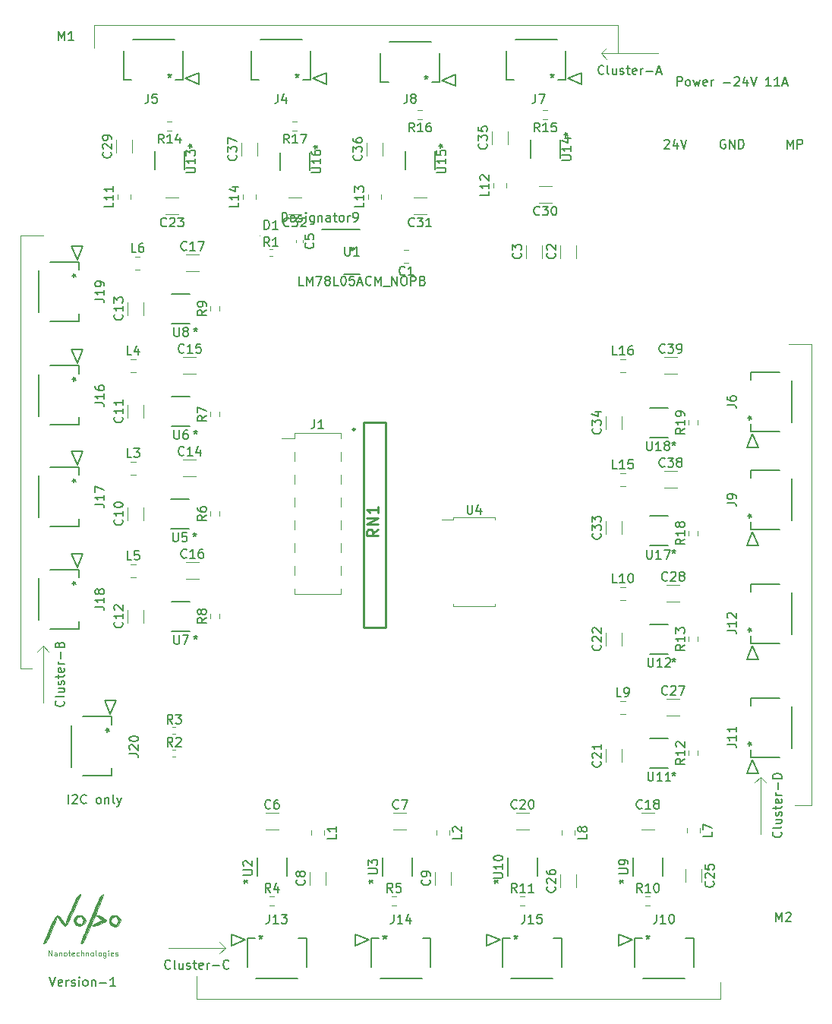
<source format=gbr>
%TF.GenerationSoftware,KiCad,Pcbnew,(5.1.9)-1*%
%TF.CreationDate,2021-03-29T17:16:35+05:30*%
%TF.ProjectId,LightStage,4c696768-7453-4746-9167-652e6b696361,rev?*%
%TF.SameCoordinates,Original*%
%TF.FileFunction,Legend,Top*%
%TF.FilePolarity,Positive*%
%FSLAX46Y46*%
G04 Gerber Fmt 4.6, Leading zero omitted, Abs format (unit mm)*
G04 Created by KiCad (PCBNEW (5.1.9)-1) date 2021-03-29 17:16:35*
%MOMM*%
%LPD*%
G01*
G04 APERTURE LIST*
%ADD10C,0.150000*%
%ADD11C,0.100000*%
%ADD12C,0.120000*%
%ADD13C,0.010000*%
%ADD14C,0.152400*%
%ADD15C,0.254000*%
G04 APERTURE END LIST*
D10*
X34385714Y-147407380D02*
X34719047Y-148407380D01*
X35052380Y-147407380D01*
X35766666Y-148359761D02*
X35671428Y-148407380D01*
X35480952Y-148407380D01*
X35385714Y-148359761D01*
X35338095Y-148264523D01*
X35338095Y-147883571D01*
X35385714Y-147788333D01*
X35480952Y-147740714D01*
X35671428Y-147740714D01*
X35766666Y-147788333D01*
X35814285Y-147883571D01*
X35814285Y-147978809D01*
X35338095Y-148074047D01*
X36242857Y-148407380D02*
X36242857Y-147740714D01*
X36242857Y-147931190D02*
X36290476Y-147835952D01*
X36338095Y-147788333D01*
X36433333Y-147740714D01*
X36528571Y-147740714D01*
X36814285Y-148359761D02*
X36909523Y-148407380D01*
X37100000Y-148407380D01*
X37195238Y-148359761D01*
X37242857Y-148264523D01*
X37242857Y-148216904D01*
X37195238Y-148121666D01*
X37100000Y-148074047D01*
X36957142Y-148074047D01*
X36861904Y-148026428D01*
X36814285Y-147931190D01*
X36814285Y-147883571D01*
X36861904Y-147788333D01*
X36957142Y-147740714D01*
X37100000Y-147740714D01*
X37195238Y-147788333D01*
X37671428Y-148407380D02*
X37671428Y-147740714D01*
X37671428Y-147407380D02*
X37623809Y-147455000D01*
X37671428Y-147502619D01*
X37719047Y-147455000D01*
X37671428Y-147407380D01*
X37671428Y-147502619D01*
X38290476Y-148407380D02*
X38195238Y-148359761D01*
X38147619Y-148312142D01*
X38100000Y-148216904D01*
X38100000Y-147931190D01*
X38147619Y-147835952D01*
X38195238Y-147788333D01*
X38290476Y-147740714D01*
X38433333Y-147740714D01*
X38528571Y-147788333D01*
X38576190Y-147835952D01*
X38623809Y-147931190D01*
X38623809Y-148216904D01*
X38576190Y-148312142D01*
X38528571Y-148359761D01*
X38433333Y-148407380D01*
X38290476Y-148407380D01*
X39052380Y-147740714D02*
X39052380Y-148407380D01*
X39052380Y-147835952D02*
X39100000Y-147788333D01*
X39195238Y-147740714D01*
X39338095Y-147740714D01*
X39433333Y-147788333D01*
X39480952Y-147883571D01*
X39480952Y-148407380D01*
X39957142Y-148026428D02*
X40719047Y-148026428D01*
X41719047Y-148407380D02*
X41147619Y-148407380D01*
X41433333Y-148407380D02*
X41433333Y-147407380D01*
X41338095Y-147550238D01*
X41242857Y-147645476D01*
X41147619Y-147693095D01*
D11*
X34271428Y-145051428D02*
X34271428Y-144451428D01*
X34614285Y-145051428D01*
X34614285Y-144451428D01*
X35157142Y-145051428D02*
X35157142Y-144737142D01*
X35128571Y-144680000D01*
X35071428Y-144651428D01*
X34957142Y-144651428D01*
X34900000Y-144680000D01*
X35157142Y-145022857D02*
X35100000Y-145051428D01*
X34957142Y-145051428D01*
X34900000Y-145022857D01*
X34871428Y-144965714D01*
X34871428Y-144908571D01*
X34900000Y-144851428D01*
X34957142Y-144822857D01*
X35100000Y-144822857D01*
X35157142Y-144794285D01*
X35442857Y-144651428D02*
X35442857Y-145051428D01*
X35442857Y-144708571D02*
X35471428Y-144680000D01*
X35528571Y-144651428D01*
X35614285Y-144651428D01*
X35671428Y-144680000D01*
X35700000Y-144737142D01*
X35700000Y-145051428D01*
X36071428Y-145051428D02*
X36014285Y-145022857D01*
X35985714Y-144994285D01*
X35957142Y-144937142D01*
X35957142Y-144765714D01*
X35985714Y-144708571D01*
X36014285Y-144680000D01*
X36071428Y-144651428D01*
X36157142Y-144651428D01*
X36214285Y-144680000D01*
X36242857Y-144708571D01*
X36271428Y-144765714D01*
X36271428Y-144937142D01*
X36242857Y-144994285D01*
X36214285Y-145022857D01*
X36157142Y-145051428D01*
X36071428Y-145051428D01*
X36442857Y-144651428D02*
X36671428Y-144651428D01*
X36528571Y-144451428D02*
X36528571Y-144965714D01*
X36557142Y-145022857D01*
X36614285Y-145051428D01*
X36671428Y-145051428D01*
X37100000Y-145022857D02*
X37042857Y-145051428D01*
X36928571Y-145051428D01*
X36871428Y-145022857D01*
X36842857Y-144965714D01*
X36842857Y-144737142D01*
X36871428Y-144680000D01*
X36928571Y-144651428D01*
X37042857Y-144651428D01*
X37100000Y-144680000D01*
X37128571Y-144737142D01*
X37128571Y-144794285D01*
X36842857Y-144851428D01*
X37642857Y-145022857D02*
X37585714Y-145051428D01*
X37471428Y-145051428D01*
X37414285Y-145022857D01*
X37385714Y-144994285D01*
X37357142Y-144937142D01*
X37357142Y-144765714D01*
X37385714Y-144708571D01*
X37414285Y-144680000D01*
X37471428Y-144651428D01*
X37585714Y-144651428D01*
X37642857Y-144680000D01*
X37899999Y-145051428D02*
X37899999Y-144451428D01*
X38157142Y-145051428D02*
X38157142Y-144737142D01*
X38128571Y-144680000D01*
X38071428Y-144651428D01*
X37985714Y-144651428D01*
X37928571Y-144680000D01*
X37899999Y-144708571D01*
X38442857Y-144651428D02*
X38442857Y-145051428D01*
X38442857Y-144708571D02*
X38471428Y-144680000D01*
X38528571Y-144651428D01*
X38614285Y-144651428D01*
X38671428Y-144680000D01*
X38700000Y-144737142D01*
X38700000Y-145051428D01*
X39071428Y-145051428D02*
X39014285Y-145022857D01*
X38985714Y-144994285D01*
X38957142Y-144937142D01*
X38957142Y-144765714D01*
X38985714Y-144708571D01*
X39014285Y-144680000D01*
X39071428Y-144651428D01*
X39157142Y-144651428D01*
X39214285Y-144680000D01*
X39242857Y-144708571D01*
X39271428Y-144765714D01*
X39271428Y-144937142D01*
X39242857Y-144994285D01*
X39214285Y-145022857D01*
X39157142Y-145051428D01*
X39071428Y-145051428D01*
X39614285Y-145051428D02*
X39557142Y-145022857D01*
X39528571Y-144965714D01*
X39528571Y-144451428D01*
X39928571Y-145051428D02*
X39871428Y-145022857D01*
X39842857Y-144994285D01*
X39814285Y-144937142D01*
X39814285Y-144765714D01*
X39842857Y-144708571D01*
X39871428Y-144680000D01*
X39928571Y-144651428D01*
X40014285Y-144651428D01*
X40071428Y-144680000D01*
X40100000Y-144708571D01*
X40128571Y-144765714D01*
X40128571Y-144937142D01*
X40100000Y-144994285D01*
X40071428Y-145022857D01*
X40014285Y-145051428D01*
X39928571Y-145051428D01*
X40642857Y-144651428D02*
X40642857Y-145137142D01*
X40614285Y-145194285D01*
X40585714Y-145222857D01*
X40528571Y-145251428D01*
X40442857Y-145251428D01*
X40385714Y-145222857D01*
X40642857Y-145022857D02*
X40585714Y-145051428D01*
X40471428Y-145051428D01*
X40414285Y-145022857D01*
X40385714Y-144994285D01*
X40357142Y-144937142D01*
X40357142Y-144765714D01*
X40385714Y-144708571D01*
X40414285Y-144680000D01*
X40471428Y-144651428D01*
X40585714Y-144651428D01*
X40642857Y-144680000D01*
X40928571Y-145051428D02*
X40928571Y-144651428D01*
X40928571Y-144451428D02*
X40900000Y-144480000D01*
X40928571Y-144508571D01*
X40957142Y-144480000D01*
X40928571Y-144451428D01*
X40928571Y-144508571D01*
X41442857Y-145022857D02*
X41385714Y-145051428D01*
X41271428Y-145051428D01*
X41214285Y-145022857D01*
X41185714Y-144965714D01*
X41185714Y-144737142D01*
X41214285Y-144680000D01*
X41271428Y-144651428D01*
X41385714Y-144651428D01*
X41442857Y-144680000D01*
X41471428Y-144737142D01*
X41471428Y-144794285D01*
X41185714Y-144851428D01*
X41700000Y-145022857D02*
X41757142Y-145051428D01*
X41871428Y-145051428D01*
X41928571Y-145022857D01*
X41957142Y-144965714D01*
X41957142Y-144937142D01*
X41928571Y-144880000D01*
X41871428Y-144851428D01*
X41785714Y-144851428D01*
X41728571Y-144822857D01*
X41700000Y-144765714D01*
X41700000Y-144737142D01*
X41728571Y-144680000D01*
X41785714Y-144651428D01*
X41871428Y-144651428D01*
X41928571Y-144680000D01*
D10*
X116641666Y-55062380D02*
X116641666Y-54062380D01*
X116975000Y-54776666D01*
X117308333Y-54062380D01*
X117308333Y-55062380D01*
X117784523Y-55062380D02*
X117784523Y-54062380D01*
X118165476Y-54062380D01*
X118260714Y-54110000D01*
X118308333Y-54157619D01*
X118355952Y-54252857D01*
X118355952Y-54395714D01*
X118308333Y-54490952D01*
X118260714Y-54538571D01*
X118165476Y-54586190D01*
X117784523Y-54586190D01*
X109728095Y-54110000D02*
X109632857Y-54062380D01*
X109490000Y-54062380D01*
X109347142Y-54110000D01*
X109251904Y-54205238D01*
X109204285Y-54300476D01*
X109156666Y-54490952D01*
X109156666Y-54633809D01*
X109204285Y-54824285D01*
X109251904Y-54919523D01*
X109347142Y-55014761D01*
X109490000Y-55062380D01*
X109585238Y-55062380D01*
X109728095Y-55014761D01*
X109775714Y-54967142D01*
X109775714Y-54633809D01*
X109585238Y-54633809D01*
X110204285Y-55062380D02*
X110204285Y-54062380D01*
X110775714Y-55062380D01*
X110775714Y-54062380D01*
X111251904Y-55062380D02*
X111251904Y-54062380D01*
X111490000Y-54062380D01*
X111632857Y-54110000D01*
X111728095Y-54205238D01*
X111775714Y-54300476D01*
X111823333Y-54490952D01*
X111823333Y-54633809D01*
X111775714Y-54824285D01*
X111728095Y-54919523D01*
X111632857Y-55014761D01*
X111490000Y-55062380D01*
X111251904Y-55062380D01*
X102949523Y-54157619D02*
X102997142Y-54110000D01*
X103092380Y-54062380D01*
X103330476Y-54062380D01*
X103425714Y-54110000D01*
X103473333Y-54157619D01*
X103520952Y-54252857D01*
X103520952Y-54348095D01*
X103473333Y-54490952D01*
X102901904Y-55062380D01*
X103520952Y-55062380D01*
X104378095Y-54395714D02*
X104378095Y-55062380D01*
X104140000Y-54014761D02*
X103901904Y-54729047D01*
X104520952Y-54729047D01*
X104759047Y-54062380D02*
X105092380Y-55062380D01*
X105425714Y-54062380D01*
X104370952Y-48077380D02*
X104370952Y-47077380D01*
X104751904Y-47077380D01*
X104847142Y-47125000D01*
X104894761Y-47172619D01*
X104942380Y-47267857D01*
X104942380Y-47410714D01*
X104894761Y-47505952D01*
X104847142Y-47553571D01*
X104751904Y-47601190D01*
X104370952Y-47601190D01*
X105513809Y-48077380D02*
X105418571Y-48029761D01*
X105370952Y-47982142D01*
X105323333Y-47886904D01*
X105323333Y-47601190D01*
X105370952Y-47505952D01*
X105418571Y-47458333D01*
X105513809Y-47410714D01*
X105656666Y-47410714D01*
X105751904Y-47458333D01*
X105799523Y-47505952D01*
X105847142Y-47601190D01*
X105847142Y-47886904D01*
X105799523Y-47982142D01*
X105751904Y-48029761D01*
X105656666Y-48077380D01*
X105513809Y-48077380D01*
X106180476Y-47410714D02*
X106370952Y-48077380D01*
X106561428Y-47601190D01*
X106751904Y-48077380D01*
X106942380Y-47410714D01*
X107704285Y-48029761D02*
X107609047Y-48077380D01*
X107418571Y-48077380D01*
X107323333Y-48029761D01*
X107275714Y-47934523D01*
X107275714Y-47553571D01*
X107323333Y-47458333D01*
X107418571Y-47410714D01*
X107609047Y-47410714D01*
X107704285Y-47458333D01*
X107751904Y-47553571D01*
X107751904Y-47648809D01*
X107275714Y-47744047D01*
X108180476Y-48077380D02*
X108180476Y-47410714D01*
X108180476Y-47601190D02*
X108228095Y-47505952D01*
X108275714Y-47458333D01*
X108370952Y-47410714D01*
X108466190Y-47410714D01*
X109561428Y-47696428D02*
X110323333Y-47696428D01*
X110751904Y-47172619D02*
X110799523Y-47125000D01*
X110894761Y-47077380D01*
X111132857Y-47077380D01*
X111228095Y-47125000D01*
X111275714Y-47172619D01*
X111323333Y-47267857D01*
X111323333Y-47363095D01*
X111275714Y-47505952D01*
X110704285Y-48077380D01*
X111323333Y-48077380D01*
X112180476Y-47410714D02*
X112180476Y-48077380D01*
X111942380Y-47029761D02*
X111704285Y-47744047D01*
X112323333Y-47744047D01*
X112561428Y-47077380D02*
X112894761Y-48077380D01*
X113228095Y-47077380D01*
X114847142Y-48077380D02*
X114275714Y-48077380D01*
X114561428Y-48077380D02*
X114561428Y-47077380D01*
X114466190Y-47220238D01*
X114370952Y-47315476D01*
X114275714Y-47363095D01*
X115799523Y-48077380D02*
X115228095Y-48077380D01*
X115513809Y-48077380D02*
X115513809Y-47077380D01*
X115418571Y-47220238D01*
X115323333Y-47315476D01*
X115228095Y-47363095D01*
X116180476Y-47791666D02*
X116656666Y-47791666D01*
X116085238Y-48077380D02*
X116418571Y-47077380D01*
X116751904Y-48077380D01*
D12*
X31115000Y-64770000D02*
X33655000Y-64770000D01*
X31115000Y-113030000D02*
X31115000Y-64770000D01*
X32385000Y-113030000D02*
X31115000Y-113030000D01*
X97790000Y-41275000D02*
X97790000Y-44450000D01*
X39370000Y-41275000D02*
X97790000Y-41275000D01*
X39370000Y-43815000D02*
X39370000Y-41275000D01*
X119380000Y-76835000D02*
X116840000Y-76835000D01*
X119380000Y-128270000D02*
X119380000Y-76835000D01*
X117475000Y-128270000D02*
X119380000Y-128270000D01*
X109220000Y-149860000D02*
X109220000Y-147955000D01*
X50800000Y-149860000D02*
X109220000Y-149860000D01*
X50800000Y-147320000D02*
X50800000Y-149860000D01*
D10*
X35917142Y-116617380D02*
X35964761Y-116665000D01*
X36012380Y-116807857D01*
X36012380Y-116903095D01*
X35964761Y-117045952D01*
X35869523Y-117141190D01*
X35774285Y-117188809D01*
X35583809Y-117236428D01*
X35440952Y-117236428D01*
X35250476Y-117188809D01*
X35155238Y-117141190D01*
X35060000Y-117045952D01*
X35012380Y-116903095D01*
X35012380Y-116807857D01*
X35060000Y-116665000D01*
X35107619Y-116617380D01*
X36012380Y-116045952D02*
X35964761Y-116141190D01*
X35869523Y-116188809D01*
X35012380Y-116188809D01*
X35345714Y-115236428D02*
X36012380Y-115236428D01*
X35345714Y-115665000D02*
X35869523Y-115665000D01*
X35964761Y-115617380D01*
X36012380Y-115522142D01*
X36012380Y-115379285D01*
X35964761Y-115284047D01*
X35917142Y-115236428D01*
X35964761Y-114807857D02*
X36012380Y-114712619D01*
X36012380Y-114522142D01*
X35964761Y-114426904D01*
X35869523Y-114379285D01*
X35821904Y-114379285D01*
X35726666Y-114426904D01*
X35679047Y-114522142D01*
X35679047Y-114665000D01*
X35631428Y-114760238D01*
X35536190Y-114807857D01*
X35488571Y-114807857D01*
X35393333Y-114760238D01*
X35345714Y-114665000D01*
X35345714Y-114522142D01*
X35393333Y-114426904D01*
X35345714Y-114093571D02*
X35345714Y-113712619D01*
X35012380Y-113950714D02*
X35869523Y-113950714D01*
X35964761Y-113903095D01*
X36012380Y-113807857D01*
X36012380Y-113712619D01*
X35964761Y-112998333D02*
X36012380Y-113093571D01*
X36012380Y-113284047D01*
X35964761Y-113379285D01*
X35869523Y-113426904D01*
X35488571Y-113426904D01*
X35393333Y-113379285D01*
X35345714Y-113284047D01*
X35345714Y-113093571D01*
X35393333Y-112998333D01*
X35488571Y-112950714D01*
X35583809Y-112950714D01*
X35679047Y-113426904D01*
X36012380Y-112522142D02*
X35345714Y-112522142D01*
X35536190Y-112522142D02*
X35440952Y-112474523D01*
X35393333Y-112426904D01*
X35345714Y-112331666D01*
X35345714Y-112236428D01*
X35631428Y-111903095D02*
X35631428Y-111141190D01*
X35488571Y-110331666D02*
X35536190Y-110188809D01*
X35583809Y-110141190D01*
X35679047Y-110093571D01*
X35821904Y-110093571D01*
X35917142Y-110141190D01*
X35964761Y-110188809D01*
X36012380Y-110284047D01*
X36012380Y-110665000D01*
X35012380Y-110665000D01*
X35012380Y-110331666D01*
X35060000Y-110236428D01*
X35107619Y-110188809D01*
X35202857Y-110141190D01*
X35298095Y-110141190D01*
X35393333Y-110188809D01*
X35440952Y-110236428D01*
X35488571Y-110331666D01*
X35488571Y-110665000D01*
D12*
X33655000Y-116840000D02*
X33655000Y-110490000D01*
X33655000Y-110490000D02*
X33020000Y-111125000D01*
X33655000Y-110490000D02*
X34290000Y-111125000D01*
D10*
X115927142Y-131222380D02*
X115974761Y-131270000D01*
X116022380Y-131412857D01*
X116022380Y-131508095D01*
X115974761Y-131650952D01*
X115879523Y-131746190D01*
X115784285Y-131793809D01*
X115593809Y-131841428D01*
X115450952Y-131841428D01*
X115260476Y-131793809D01*
X115165238Y-131746190D01*
X115070000Y-131650952D01*
X115022380Y-131508095D01*
X115022380Y-131412857D01*
X115070000Y-131270000D01*
X115117619Y-131222380D01*
X116022380Y-130650952D02*
X115974761Y-130746190D01*
X115879523Y-130793809D01*
X115022380Y-130793809D01*
X115355714Y-129841428D02*
X116022380Y-129841428D01*
X115355714Y-130270000D02*
X115879523Y-130270000D01*
X115974761Y-130222380D01*
X116022380Y-130127142D01*
X116022380Y-129984285D01*
X115974761Y-129889047D01*
X115927142Y-129841428D01*
X115974761Y-129412857D02*
X116022380Y-129317619D01*
X116022380Y-129127142D01*
X115974761Y-129031904D01*
X115879523Y-128984285D01*
X115831904Y-128984285D01*
X115736666Y-129031904D01*
X115689047Y-129127142D01*
X115689047Y-129270000D01*
X115641428Y-129365238D01*
X115546190Y-129412857D01*
X115498571Y-129412857D01*
X115403333Y-129365238D01*
X115355714Y-129270000D01*
X115355714Y-129127142D01*
X115403333Y-129031904D01*
X115355714Y-128698571D02*
X115355714Y-128317619D01*
X115022380Y-128555714D02*
X115879523Y-128555714D01*
X115974761Y-128508095D01*
X116022380Y-128412857D01*
X116022380Y-128317619D01*
X115974761Y-127603333D02*
X116022380Y-127698571D01*
X116022380Y-127889047D01*
X115974761Y-127984285D01*
X115879523Y-128031904D01*
X115498571Y-128031904D01*
X115403333Y-127984285D01*
X115355714Y-127889047D01*
X115355714Y-127698571D01*
X115403333Y-127603333D01*
X115498571Y-127555714D01*
X115593809Y-127555714D01*
X115689047Y-128031904D01*
X116022380Y-127127142D02*
X115355714Y-127127142D01*
X115546190Y-127127142D02*
X115450952Y-127079523D01*
X115403333Y-127031904D01*
X115355714Y-126936666D01*
X115355714Y-126841428D01*
X115641428Y-126508095D02*
X115641428Y-125746190D01*
X116022380Y-125270000D02*
X115022380Y-125270000D01*
X115022380Y-125031904D01*
X115070000Y-124889047D01*
X115165238Y-124793809D01*
X115260476Y-124746190D01*
X115450952Y-124698571D01*
X115593809Y-124698571D01*
X115784285Y-124746190D01*
X115879523Y-124793809D01*
X115974761Y-124889047D01*
X116022380Y-125031904D01*
X116022380Y-125270000D01*
D12*
X113665000Y-131445000D02*
X113665000Y-125095000D01*
X113665000Y-125095000D02*
X113030000Y-125730000D01*
X113665000Y-125095000D02*
X114300000Y-125730000D01*
D10*
X47847619Y-146407142D02*
X47800000Y-146454761D01*
X47657142Y-146502380D01*
X47561904Y-146502380D01*
X47419047Y-146454761D01*
X47323809Y-146359523D01*
X47276190Y-146264285D01*
X47228571Y-146073809D01*
X47228571Y-145930952D01*
X47276190Y-145740476D01*
X47323809Y-145645238D01*
X47419047Y-145550000D01*
X47561904Y-145502380D01*
X47657142Y-145502380D01*
X47800000Y-145550000D01*
X47847619Y-145597619D01*
X48419047Y-146502380D02*
X48323809Y-146454761D01*
X48276190Y-146359523D01*
X48276190Y-145502380D01*
X49228571Y-145835714D02*
X49228571Y-146502380D01*
X48800000Y-145835714D02*
X48800000Y-146359523D01*
X48847619Y-146454761D01*
X48942857Y-146502380D01*
X49085714Y-146502380D01*
X49180952Y-146454761D01*
X49228571Y-146407142D01*
X49657142Y-146454761D02*
X49752380Y-146502380D01*
X49942857Y-146502380D01*
X50038095Y-146454761D01*
X50085714Y-146359523D01*
X50085714Y-146311904D01*
X50038095Y-146216666D01*
X49942857Y-146169047D01*
X49800000Y-146169047D01*
X49704761Y-146121428D01*
X49657142Y-146026190D01*
X49657142Y-145978571D01*
X49704761Y-145883333D01*
X49800000Y-145835714D01*
X49942857Y-145835714D01*
X50038095Y-145883333D01*
X50371428Y-145835714D02*
X50752380Y-145835714D01*
X50514285Y-145502380D02*
X50514285Y-146359523D01*
X50561904Y-146454761D01*
X50657142Y-146502380D01*
X50752380Y-146502380D01*
X51466666Y-146454761D02*
X51371428Y-146502380D01*
X51180952Y-146502380D01*
X51085714Y-146454761D01*
X51038095Y-146359523D01*
X51038095Y-145978571D01*
X51085714Y-145883333D01*
X51180952Y-145835714D01*
X51371428Y-145835714D01*
X51466666Y-145883333D01*
X51514285Y-145978571D01*
X51514285Y-146073809D01*
X51038095Y-146169047D01*
X51942857Y-146502380D02*
X51942857Y-145835714D01*
X51942857Y-146026190D02*
X51990476Y-145930952D01*
X52038095Y-145883333D01*
X52133333Y-145835714D01*
X52228571Y-145835714D01*
X52561904Y-146121428D02*
X53323809Y-146121428D01*
X54371428Y-146407142D02*
X54323809Y-146454761D01*
X54180952Y-146502380D01*
X54085714Y-146502380D01*
X53942857Y-146454761D01*
X53847619Y-146359523D01*
X53800000Y-146264285D01*
X53752380Y-146073809D01*
X53752380Y-145930952D01*
X53800000Y-145740476D01*
X53847619Y-145645238D01*
X53942857Y-145550000D01*
X54085714Y-145502380D01*
X54180952Y-145502380D01*
X54323809Y-145550000D01*
X54371428Y-145597619D01*
D12*
X47625000Y-144145000D02*
X53975000Y-144145000D01*
X53975000Y-144145000D02*
X53340000Y-143510000D01*
X53975000Y-144145000D02*
X53340000Y-144780000D01*
X95885000Y-44450000D02*
X96520000Y-43815000D01*
X95885000Y-44450000D02*
X96520000Y-45085000D01*
X102235000Y-44450000D02*
X95885000Y-44450000D01*
D10*
X96179047Y-46712142D02*
X96131428Y-46759761D01*
X95988571Y-46807380D01*
X95893333Y-46807380D01*
X95750476Y-46759761D01*
X95655238Y-46664523D01*
X95607619Y-46569285D01*
X95560000Y-46378809D01*
X95560000Y-46235952D01*
X95607619Y-46045476D01*
X95655238Y-45950238D01*
X95750476Y-45855000D01*
X95893333Y-45807380D01*
X95988571Y-45807380D01*
X96131428Y-45855000D01*
X96179047Y-45902619D01*
X96750476Y-46807380D02*
X96655238Y-46759761D01*
X96607619Y-46664523D01*
X96607619Y-45807380D01*
X97560000Y-46140714D02*
X97560000Y-46807380D01*
X97131428Y-46140714D02*
X97131428Y-46664523D01*
X97179047Y-46759761D01*
X97274285Y-46807380D01*
X97417142Y-46807380D01*
X97512380Y-46759761D01*
X97560000Y-46712142D01*
X97988571Y-46759761D02*
X98083809Y-46807380D01*
X98274285Y-46807380D01*
X98369523Y-46759761D01*
X98417142Y-46664523D01*
X98417142Y-46616904D01*
X98369523Y-46521666D01*
X98274285Y-46474047D01*
X98131428Y-46474047D01*
X98036190Y-46426428D01*
X97988571Y-46331190D01*
X97988571Y-46283571D01*
X98036190Y-46188333D01*
X98131428Y-46140714D01*
X98274285Y-46140714D01*
X98369523Y-46188333D01*
X98702857Y-46140714D02*
X99083809Y-46140714D01*
X98845714Y-45807380D02*
X98845714Y-46664523D01*
X98893333Y-46759761D01*
X98988571Y-46807380D01*
X99083809Y-46807380D01*
X99798095Y-46759761D02*
X99702857Y-46807380D01*
X99512380Y-46807380D01*
X99417142Y-46759761D01*
X99369523Y-46664523D01*
X99369523Y-46283571D01*
X99417142Y-46188333D01*
X99512380Y-46140714D01*
X99702857Y-46140714D01*
X99798095Y-46188333D01*
X99845714Y-46283571D01*
X99845714Y-46378809D01*
X99369523Y-46474047D01*
X100274285Y-46807380D02*
X100274285Y-46140714D01*
X100274285Y-46331190D02*
X100321904Y-46235952D01*
X100369523Y-46188333D01*
X100464761Y-46140714D01*
X100560000Y-46140714D01*
X100893333Y-46426428D02*
X101655238Y-46426428D01*
X102083809Y-46521666D02*
X102560000Y-46521666D01*
X101988571Y-46807380D02*
X102321904Y-45807380D01*
X102655238Y-46807380D01*
X36465238Y-128087380D02*
X36465238Y-127087380D01*
X36893809Y-127182619D02*
X36941428Y-127135000D01*
X37036666Y-127087380D01*
X37274761Y-127087380D01*
X37370000Y-127135000D01*
X37417619Y-127182619D01*
X37465238Y-127277857D01*
X37465238Y-127373095D01*
X37417619Y-127515952D01*
X36846190Y-128087380D01*
X37465238Y-128087380D01*
X38465238Y-127992142D02*
X38417619Y-128039761D01*
X38274761Y-128087380D01*
X38179523Y-128087380D01*
X38036666Y-128039761D01*
X37941428Y-127944523D01*
X37893809Y-127849285D01*
X37846190Y-127658809D01*
X37846190Y-127515952D01*
X37893809Y-127325476D01*
X37941428Y-127230238D01*
X38036666Y-127135000D01*
X38179523Y-127087380D01*
X38274761Y-127087380D01*
X38417619Y-127135000D01*
X38465238Y-127182619D01*
X39798571Y-128087380D02*
X39703333Y-128039761D01*
X39655714Y-127992142D01*
X39608095Y-127896904D01*
X39608095Y-127611190D01*
X39655714Y-127515952D01*
X39703333Y-127468333D01*
X39798571Y-127420714D01*
X39941428Y-127420714D01*
X40036666Y-127468333D01*
X40084285Y-127515952D01*
X40131904Y-127611190D01*
X40131904Y-127896904D01*
X40084285Y-127992142D01*
X40036666Y-128039761D01*
X39941428Y-128087380D01*
X39798571Y-128087380D01*
X40560476Y-127420714D02*
X40560476Y-128087380D01*
X40560476Y-127515952D02*
X40608095Y-127468333D01*
X40703333Y-127420714D01*
X40846190Y-127420714D01*
X40941428Y-127468333D01*
X40989047Y-127563571D01*
X40989047Y-128087380D01*
X41608095Y-128087380D02*
X41512857Y-128039761D01*
X41465238Y-127944523D01*
X41465238Y-127087380D01*
X41893809Y-127420714D02*
X42131904Y-128087380D01*
X42370000Y-127420714D02*
X42131904Y-128087380D01*
X42036666Y-128325476D01*
X41989047Y-128373095D01*
X41893809Y-128420714D01*
D13*
%TO.C,*%
G36*
X35093462Y-140659691D02*
G01*
X35109956Y-140779500D01*
X35089264Y-140934550D01*
X35006054Y-141206914D01*
X34874903Y-141563137D01*
X34710387Y-141969767D01*
X34527083Y-142393351D01*
X34339568Y-142800437D01*
X34162418Y-143157572D01*
X34010211Y-143431303D01*
X33897522Y-143588177D01*
X33879280Y-143603828D01*
X33744956Y-143679802D01*
X33702735Y-143642515D01*
X33702661Y-143620634D01*
X33737370Y-143511606D01*
X33830799Y-143274180D01*
X33972127Y-142934354D01*
X34150532Y-142518123D01*
X34355194Y-142051486D01*
X34365462Y-142028333D01*
X34621062Y-141457562D01*
X34823443Y-141032135D01*
X34986943Y-140742119D01*
X35096968Y-140611843D01*
X35093462Y-140659691D01*
G37*
X35093462Y-140659691D02*
X35109956Y-140779500D01*
X35089264Y-140934550D01*
X35006054Y-141206914D01*
X34874903Y-141563137D01*
X34710387Y-141969767D01*
X34527083Y-142393351D01*
X34339568Y-142800437D01*
X34162418Y-143157572D01*
X34010211Y-143431303D01*
X33897522Y-143588177D01*
X33879280Y-143603828D01*
X33744956Y-143679802D01*
X33702735Y-143642515D01*
X33702661Y-143620634D01*
X33737370Y-143511606D01*
X33830799Y-143274180D01*
X33972127Y-142934354D01*
X34150532Y-142518123D01*
X34355194Y-142051486D01*
X34365462Y-142028333D01*
X34621062Y-141457562D01*
X34823443Y-141032135D01*
X34986943Y-140742119D01*
X35096968Y-140611843D01*
X35093462Y-140659691D01*
G36*
X37796202Y-138246143D02*
G01*
X37714506Y-138455880D01*
X37585895Y-138765219D01*
X37422372Y-139147080D01*
X37235943Y-139574381D01*
X37038610Y-140020040D01*
X36842377Y-140456978D01*
X36659249Y-140858112D01*
X36501230Y-141196361D01*
X36380323Y-141444644D01*
X36308533Y-141575879D01*
X36302712Y-141583833D01*
X36158291Y-141685026D01*
X35987949Y-141650542D01*
X35779196Y-141473337D01*
X35519540Y-141146368D01*
X35514512Y-141139333D01*
X35328926Y-140883017D01*
X35184306Y-140690336D01*
X35108648Y-140598013D01*
X35125900Y-140577586D01*
X35254654Y-140528603D01*
X35387541Y-140585242D01*
X35538900Y-140737570D01*
X35723070Y-140975659D01*
X35777891Y-141050102D01*
X35968093Y-141306344D01*
X36115710Y-141499941D01*
X36196045Y-141598684D01*
X36203403Y-141605000D01*
X36201023Y-141537052D01*
X36183191Y-141456833D01*
X36203929Y-141327950D01*
X36287288Y-141077640D01*
X36419859Y-140735777D01*
X36588234Y-140332241D01*
X36779002Y-139896906D01*
X36978755Y-139459649D01*
X37174083Y-139050348D01*
X37351577Y-138698878D01*
X37497828Y-138435117D01*
X37599427Y-138288941D01*
X37609142Y-138279716D01*
X37748214Y-138180859D01*
X37818979Y-138163091D01*
X37796202Y-138246143D01*
G37*
X37796202Y-138246143D02*
X37714506Y-138455880D01*
X37585895Y-138765219D01*
X37422372Y-139147080D01*
X37235943Y-139574381D01*
X37038610Y-140020040D01*
X36842377Y-140456978D01*
X36659249Y-140858112D01*
X36501230Y-141196361D01*
X36380323Y-141444644D01*
X36308533Y-141575879D01*
X36302712Y-141583833D01*
X36158291Y-141685026D01*
X35987949Y-141650542D01*
X35779196Y-141473337D01*
X35519540Y-141146368D01*
X35514512Y-141139333D01*
X35328926Y-140883017D01*
X35184306Y-140690336D01*
X35108648Y-140598013D01*
X35125900Y-140577586D01*
X35254654Y-140528603D01*
X35387541Y-140585242D01*
X35538900Y-140737570D01*
X35723070Y-140975659D01*
X35777891Y-141050102D01*
X35968093Y-141306344D01*
X36115710Y-141499941D01*
X36196045Y-141598684D01*
X36203403Y-141605000D01*
X36201023Y-141537052D01*
X36183191Y-141456833D01*
X36203929Y-141327950D01*
X36287288Y-141077640D01*
X36419859Y-140735777D01*
X36588234Y-140332241D01*
X36779002Y-139896906D01*
X36978755Y-139459649D01*
X37174083Y-139050348D01*
X37351577Y-138698878D01*
X37497828Y-138435117D01*
X37599427Y-138288941D01*
X37609142Y-138279716D01*
X37748214Y-138180859D01*
X37818979Y-138163091D01*
X37796202Y-138246143D01*
G36*
X40369055Y-138173166D02*
G01*
X40351140Y-138261644D01*
X40274279Y-138483172D01*
X40147709Y-138815800D01*
X39980666Y-139237577D01*
X39782387Y-139726555D01*
X39562107Y-140260782D01*
X39329064Y-140818309D01*
X39092494Y-141377185D01*
X38861633Y-141915461D01*
X38645717Y-142411187D01*
X38453984Y-142842412D01*
X38295668Y-143187187D01*
X38180007Y-143423560D01*
X38116237Y-143529584D01*
X38114458Y-143531166D01*
X37952722Y-143625994D01*
X37856913Y-143614285D01*
X37846000Y-143574793D01*
X37877684Y-143484444D01*
X37967566Y-143257023D01*
X38107891Y-142911420D01*
X38290905Y-142466526D01*
X38508853Y-141941229D01*
X38753979Y-141354420D01*
X38914817Y-140971293D01*
X39255461Y-140169980D01*
X39541367Y-139517565D01*
X39777505Y-139004488D01*
X39968844Y-138621188D01*
X40120351Y-138358106D01*
X40236995Y-138205681D01*
X40323746Y-138154354D01*
X40369055Y-138173166D01*
G37*
X40369055Y-138173166D02*
X40351140Y-138261644D01*
X40274279Y-138483172D01*
X40147709Y-138815800D01*
X39980666Y-139237577D01*
X39782387Y-139726555D01*
X39562107Y-140260782D01*
X39329064Y-140818309D01*
X39092494Y-141377185D01*
X38861633Y-141915461D01*
X38645717Y-142411187D01*
X38453984Y-142842412D01*
X38295668Y-143187187D01*
X38180007Y-143423560D01*
X38116237Y-143529584D01*
X38114458Y-143531166D01*
X37952722Y-143625994D01*
X37856913Y-143614285D01*
X37846000Y-143574793D01*
X37877684Y-143484444D01*
X37967566Y-143257023D01*
X38107891Y-142911420D01*
X38290905Y-142466526D01*
X38508853Y-141941229D01*
X38753979Y-141354420D01*
X38914817Y-140971293D01*
X39255461Y-140169980D01*
X39541367Y-139517565D01*
X39777505Y-139004488D01*
X39968844Y-138621188D01*
X40120351Y-138358106D01*
X40236995Y-138205681D01*
X40323746Y-138154354D01*
X40369055Y-138173166D01*
G36*
X41814099Y-140524090D02*
G01*
X41985155Y-140603377D01*
X42136325Y-140783426D01*
X42189639Y-140865029D01*
X42277035Y-141080868D01*
X42241660Y-141297124D01*
X42074253Y-141553696D01*
X42012998Y-141626166D01*
X41795666Y-141761016D01*
X41532001Y-141769285D01*
X41280218Y-141657596D01*
X41153765Y-141528429D01*
X41011364Y-141272768D01*
X40997960Y-141066973D01*
X41184947Y-141066973D01*
X41202953Y-141199889D01*
X41267305Y-141308805D01*
X41448693Y-141472775D01*
X41632983Y-141544178D01*
X41815790Y-141574141D01*
X41902944Y-141592314D01*
X41894417Y-141561899D01*
X41881480Y-141548258D01*
X41881752Y-141445470D01*
X41959918Y-141285207D01*
X42043374Y-141102249D01*
X42002548Y-140986348D01*
X41918708Y-140822932D01*
X41910000Y-140756063D01*
X41848621Y-140658362D01*
X41698667Y-140644533D01*
X41511404Y-140702966D01*
X41338104Y-140822050D01*
X41272962Y-140900325D01*
X41184947Y-141066973D01*
X40997960Y-141066973D01*
X40996258Y-141040842D01*
X41104207Y-140761180D01*
X41107840Y-140754128D01*
X41227745Y-140582050D01*
X41391058Y-140513922D01*
X41552340Y-140505629D01*
X41814099Y-140524090D01*
G37*
X41814099Y-140524090D02*
X41985155Y-140603377D01*
X42136325Y-140783426D01*
X42189639Y-140865029D01*
X42277035Y-141080868D01*
X42241660Y-141297124D01*
X42074253Y-141553696D01*
X42012998Y-141626166D01*
X41795666Y-141761016D01*
X41532001Y-141769285D01*
X41280218Y-141657596D01*
X41153765Y-141528429D01*
X41011364Y-141272768D01*
X40997960Y-141066973D01*
X41184947Y-141066973D01*
X41202953Y-141199889D01*
X41267305Y-141308805D01*
X41448693Y-141472775D01*
X41632983Y-141544178D01*
X41815790Y-141574141D01*
X41902944Y-141592314D01*
X41894417Y-141561899D01*
X41881480Y-141548258D01*
X41881752Y-141445470D01*
X41959918Y-141285207D01*
X42043374Y-141102249D01*
X42002548Y-140986348D01*
X41918708Y-140822932D01*
X41910000Y-140756063D01*
X41848621Y-140658362D01*
X41698667Y-140644533D01*
X41511404Y-140702966D01*
X41338104Y-140822050D01*
X41272962Y-140900325D01*
X41184947Y-141066973D01*
X40997960Y-141066973D01*
X40996258Y-141040842D01*
X41104207Y-140761180D01*
X41107840Y-140754128D01*
X41227745Y-140582050D01*
X41391058Y-140513922D01*
X41552340Y-140505629D01*
X41814099Y-140524090D01*
G36*
X37998412Y-140560920D02*
G01*
X38235861Y-140746799D01*
X38357533Y-140934268D01*
X38395713Y-141160957D01*
X38299306Y-141383598D01*
X38100116Y-141566712D01*
X37829949Y-141674822D01*
X37680356Y-141689666D01*
X37427571Y-141658239D01*
X37265912Y-141542786D01*
X37220737Y-141480978D01*
X37118903Y-141266938D01*
X37084000Y-141097000D01*
X37095195Y-141047951D01*
X37289099Y-141047951D01*
X37312692Y-141183362D01*
X37380306Y-141296743D01*
X37546578Y-141456024D01*
X37680704Y-141477222D01*
X37837228Y-141486826D01*
X37891549Y-141525537D01*
X37977808Y-141602510D01*
X37992107Y-141605000D01*
X38000652Y-141563291D01*
X37990487Y-141551932D01*
X37988300Y-141448339D01*
X38055720Y-141270227D01*
X38060732Y-141260403D01*
X38130519Y-141061865D01*
X38099689Y-140969808D01*
X38026617Y-140849527D01*
X38015333Y-140768000D01*
X37952962Y-140665547D01*
X37800721Y-140645209D01*
X37610918Y-140697125D01*
X37435860Y-140811436D01*
X37369681Y-140889707D01*
X37289099Y-141047951D01*
X37095195Y-141047951D01*
X37129728Y-140896662D01*
X37220737Y-140713021D01*
X37367694Y-140562947D01*
X37582747Y-140507356D01*
X37680356Y-140504333D01*
X37998412Y-140560920D01*
G37*
X37998412Y-140560920D02*
X38235861Y-140746799D01*
X38357533Y-140934268D01*
X38395713Y-141160957D01*
X38299306Y-141383598D01*
X38100116Y-141566712D01*
X37829949Y-141674822D01*
X37680356Y-141689666D01*
X37427571Y-141658239D01*
X37265912Y-141542786D01*
X37220737Y-141480978D01*
X37118903Y-141266938D01*
X37084000Y-141097000D01*
X37095195Y-141047951D01*
X37289099Y-141047951D01*
X37312692Y-141183362D01*
X37380306Y-141296743D01*
X37546578Y-141456024D01*
X37680704Y-141477222D01*
X37837228Y-141486826D01*
X37891549Y-141525537D01*
X37977808Y-141602510D01*
X37992107Y-141605000D01*
X38000652Y-141563291D01*
X37990487Y-141551932D01*
X37988300Y-141448339D01*
X38055720Y-141270227D01*
X38060732Y-141260403D01*
X38130519Y-141061865D01*
X38099689Y-140969808D01*
X38026617Y-140849527D01*
X38015333Y-140768000D01*
X37952962Y-140665547D01*
X37800721Y-140645209D01*
X37610918Y-140697125D01*
X37435860Y-140811436D01*
X37369681Y-140889707D01*
X37289099Y-141047951D01*
X37095195Y-141047951D01*
X37129728Y-140896662D01*
X37220737Y-140713021D01*
X37367694Y-140562947D01*
X37582747Y-140507356D01*
X37680356Y-140504333D01*
X37998412Y-140560920D01*
G36*
X39855290Y-140546883D02*
G01*
X40078984Y-140649825D01*
X40325230Y-140787449D01*
X40545423Y-140931230D01*
X40690958Y-141052640D01*
X40722483Y-141105632D01*
X40650947Y-141177076D01*
X40460889Y-141281412D01*
X40195458Y-141401159D01*
X39897798Y-141518835D01*
X39611057Y-141616960D01*
X39378382Y-141678052D01*
X39280969Y-141689666D01*
X39154261Y-141683712D01*
X39124997Y-141656699D01*
X39208719Y-141594905D01*
X39420969Y-141484604D01*
X39626388Y-141384652D01*
X40259000Y-141079639D01*
X40051929Y-140940152D01*
X39829658Y-140780209D01*
X39670929Y-140655316D01*
X39553262Y-140549254D01*
X39573969Y-140512686D01*
X39702752Y-140507150D01*
X39855290Y-140546883D01*
G37*
X39855290Y-140546883D02*
X40078984Y-140649825D01*
X40325230Y-140787449D01*
X40545423Y-140931230D01*
X40690958Y-141052640D01*
X40722483Y-141105632D01*
X40650947Y-141177076D01*
X40460889Y-141281412D01*
X40195458Y-141401159D01*
X39897798Y-141518835D01*
X39611057Y-141616960D01*
X39378382Y-141678052D01*
X39280969Y-141689666D01*
X39154261Y-141683712D01*
X39124997Y-141656699D01*
X39208719Y-141594905D01*
X39420969Y-141484604D01*
X39626388Y-141384652D01*
X40259000Y-141079639D01*
X40051929Y-140940152D01*
X39829658Y-140780209D01*
X39670929Y-140655316D01*
X39553262Y-140549254D01*
X39573969Y-140512686D01*
X39702752Y-140507150D01*
X39855290Y-140546883D01*
D14*
%TO.C,J5*%
X48372040Y-47404002D02*
X49251992Y-47404002D01*
X42652005Y-47404002D02*
X43531960Y-47404002D01*
X42652005Y-44189039D02*
X42652005Y-47404002D01*
X48277772Y-42904001D02*
X43626228Y-42904001D01*
X49251992Y-47404002D02*
X49251992Y-44189039D01*
X51029992Y-46609000D02*
X49505992Y-47244000D01*
X51029992Y-47879000D02*
X51029992Y-46609000D01*
X49505992Y-47244000D02*
X51029992Y-47879000D01*
%TO.C,J9*%
X112615998Y-96632040D02*
X112615998Y-97511992D01*
X112615998Y-90912005D02*
X112615998Y-91791960D01*
X115830961Y-90912005D02*
X112615998Y-90912005D01*
X117115999Y-96537772D02*
X117115999Y-91886228D01*
X112615998Y-97511992D02*
X115830961Y-97511992D01*
X113411000Y-99289992D02*
X112776000Y-97765992D01*
X112141000Y-99289992D02*
X113411000Y-99289992D01*
X112776000Y-97765992D02*
X112141000Y-99289992D01*
%TO.C,J6*%
X112615998Y-85710040D02*
X112615998Y-86589992D01*
X112615998Y-79990005D02*
X112615998Y-80869960D01*
X115830961Y-79990005D02*
X112615998Y-79990005D01*
X117115999Y-85615772D02*
X117115999Y-80964228D01*
X112615998Y-86589992D02*
X115830961Y-86589992D01*
X113411000Y-88367992D02*
X112776000Y-86843992D01*
X112141000Y-88367992D02*
X113411000Y-88367992D01*
X112776000Y-86843992D02*
X112141000Y-88367992D01*
%TO.C,J7*%
X91044040Y-47404002D02*
X91923992Y-47404002D01*
X85324005Y-47404002D02*
X86203960Y-47404002D01*
X85324005Y-44189039D02*
X85324005Y-47404002D01*
X90949772Y-42904001D02*
X86298228Y-42904001D01*
X91923992Y-47404002D02*
X91923992Y-44189039D01*
X93701992Y-46609000D02*
X92177992Y-47244000D01*
X93701992Y-47879000D02*
X93701992Y-46609000D01*
X92177992Y-47244000D02*
X93701992Y-47879000D01*
%TO.C,J8*%
X76998041Y-47623003D02*
X77877993Y-47623003D01*
X71278006Y-47623003D02*
X72157961Y-47623003D01*
X71278006Y-44408040D02*
X71278006Y-47623003D01*
X76903773Y-43123002D02*
X72252229Y-43123002D01*
X77877993Y-47623003D02*
X77877993Y-44408040D01*
X79655993Y-46828001D02*
X78131993Y-47463001D01*
X79655993Y-48098001D02*
X79655993Y-46828001D01*
X78131993Y-47463001D02*
X79655993Y-48098001D01*
%TO.C,J4*%
X62596040Y-47404002D02*
X63475992Y-47404002D01*
X56876005Y-47404002D02*
X57755960Y-47404002D01*
X56876005Y-44189039D02*
X56876005Y-47404002D01*
X62501772Y-42904001D02*
X57850228Y-42904001D01*
X63475992Y-47404002D02*
X63475992Y-44189039D01*
X65253992Y-46609000D02*
X63729992Y-47244000D01*
X65253992Y-47879000D02*
X65253992Y-46609000D01*
X63729992Y-47244000D02*
X65253992Y-47879000D01*
%TO.C,J13*%
X57291960Y-143095998D02*
X56412008Y-143095998D01*
X63011995Y-143095998D02*
X62132040Y-143095998D01*
X63011995Y-146310961D02*
X63011995Y-143095998D01*
X57386228Y-147595999D02*
X62037772Y-147595999D01*
X56412008Y-143095998D02*
X56412008Y-146310961D01*
X54634008Y-143891000D02*
X56158008Y-143256000D01*
X54634008Y-142621000D02*
X54634008Y-143891000D01*
X56158008Y-143256000D02*
X54634008Y-142621000D01*
%TO.C,J20*%
X41308002Y-119267960D02*
X41308002Y-118388008D01*
X41308002Y-124987995D02*
X41308002Y-124108040D01*
X38093039Y-124987995D02*
X41308002Y-124987995D01*
X36808001Y-119362228D02*
X36808001Y-124013772D01*
X41308002Y-118388008D02*
X38093039Y-118388008D01*
X40513000Y-116610008D02*
X41148000Y-118134008D01*
X41783000Y-116610008D02*
X40513000Y-116610008D01*
X41148000Y-118134008D02*
X41783000Y-116610008D01*
%TO.C,J19*%
X37625002Y-68594960D02*
X37625002Y-67715008D01*
X37625002Y-74314995D02*
X37625002Y-73435040D01*
X34410039Y-74314995D02*
X37625002Y-74314995D01*
X33125001Y-68689228D02*
X33125001Y-73340772D01*
X37625002Y-67715008D02*
X34410039Y-67715008D01*
X36830000Y-65937008D02*
X37465000Y-67461008D01*
X38100000Y-65937008D02*
X36830000Y-65937008D01*
X37465000Y-67461008D02*
X38100000Y-65937008D01*
%TO.C,J18*%
X37625002Y-102884960D02*
X37625002Y-102005008D01*
X37625002Y-108604995D02*
X37625002Y-107725040D01*
X34410039Y-108604995D02*
X37625002Y-108604995D01*
X33125001Y-102979228D02*
X33125001Y-107630772D01*
X37625002Y-102005008D02*
X34410039Y-102005008D01*
X36830000Y-100227008D02*
X37465000Y-101751008D01*
X38100000Y-100227008D02*
X36830000Y-100227008D01*
X37465000Y-101751008D02*
X38100000Y-100227008D01*
%TO.C,J17*%
X37625002Y-91454960D02*
X37625002Y-90575008D01*
X37625002Y-97174995D02*
X37625002Y-96295040D01*
X34410039Y-97174995D02*
X37625002Y-97174995D01*
X33125001Y-91549228D02*
X33125001Y-96200772D01*
X37625002Y-90575008D02*
X34410039Y-90575008D01*
X36830000Y-88797008D02*
X37465000Y-90321008D01*
X38100000Y-88797008D02*
X36830000Y-88797008D01*
X37465000Y-90321008D02*
X38100000Y-88797008D01*
%TO.C,J16*%
X37625002Y-80151960D02*
X37625002Y-79272008D01*
X37625002Y-85871995D02*
X37625002Y-84992040D01*
X34410039Y-85871995D02*
X37625002Y-85871995D01*
X33125001Y-80246228D02*
X33125001Y-84897772D01*
X37625002Y-79272008D02*
X34410039Y-79272008D01*
X36830000Y-77494008D02*
X37465000Y-79018008D01*
X38100000Y-77494008D02*
X36830000Y-77494008D01*
X37465000Y-79018008D02*
X38100000Y-77494008D01*
%TO.C,J15*%
X85739960Y-143095998D02*
X84860008Y-143095998D01*
X91459995Y-143095998D02*
X90580040Y-143095998D01*
X91459995Y-146310961D02*
X91459995Y-143095998D01*
X85834228Y-147595999D02*
X90485772Y-147595999D01*
X84860008Y-143095998D02*
X84860008Y-146310961D01*
X83082008Y-143891000D02*
X84606008Y-143256000D01*
X83082008Y-142621000D02*
X83082008Y-143891000D01*
X84606008Y-143256000D02*
X83082008Y-142621000D01*
%TO.C,J14*%
X71134960Y-143095998D02*
X70255008Y-143095998D01*
X76854995Y-143095998D02*
X75975040Y-143095998D01*
X76854995Y-146310961D02*
X76854995Y-143095998D01*
X71229228Y-147595999D02*
X75880772Y-147595999D01*
X70255008Y-143095998D02*
X70255008Y-146310961D01*
X68477008Y-143891000D02*
X70001008Y-143256000D01*
X68477008Y-142621000D02*
X68477008Y-143891000D01*
X70001008Y-143256000D02*
X68477008Y-142621000D01*
%TO.C,J12*%
X112615998Y-109332040D02*
X112615998Y-110211992D01*
X112615998Y-103612005D02*
X112615998Y-104491960D01*
X115830961Y-103612005D02*
X112615998Y-103612005D01*
X117115999Y-109237772D02*
X117115999Y-104586228D01*
X112615998Y-110211992D02*
X115830961Y-110211992D01*
X113411000Y-111989992D02*
X112776000Y-110465992D01*
X112141000Y-111989992D02*
X113411000Y-111989992D01*
X112776000Y-110465992D02*
X112141000Y-111989992D01*
%TO.C,J11*%
X112615998Y-122032040D02*
X112615998Y-122911992D01*
X112615998Y-116312005D02*
X112615998Y-117191960D01*
X115830961Y-116312005D02*
X112615998Y-116312005D01*
X117115999Y-121937772D02*
X117115999Y-117286228D01*
X112615998Y-122911992D02*
X115830961Y-122911992D01*
X113411000Y-124689992D02*
X112776000Y-123165992D01*
X112141000Y-124689992D02*
X113411000Y-124689992D01*
X112776000Y-123165992D02*
X112141000Y-124689992D01*
%TO.C,J10*%
X100471960Y-143095998D02*
X99592008Y-143095998D01*
X106191995Y-143095998D02*
X105312040Y-143095998D01*
X106191995Y-146310961D02*
X106191995Y-143095998D01*
X100566228Y-147595999D02*
X105217772Y-147595999D01*
X99592008Y-143095998D02*
X99592008Y-146310961D01*
X97814008Y-143891000D02*
X99338008Y-143256000D01*
X97814008Y-142621000D02*
X97814008Y-143891000D01*
X99338008Y-143256000D02*
X97814008Y-142621000D01*
D11*
%TO.C,D1*%
X57840000Y-64770000D02*
G75*
G03*
X57840000Y-64770000I-50000J0D01*
G01*
D12*
%TO.C,J1*%
X66862000Y-101598000D02*
X66862000Y-102618000D01*
X61662000Y-101598000D02*
X61662000Y-102618000D01*
X66862000Y-99058000D02*
X66862000Y-100078000D01*
X61662000Y-99058000D02*
X61662000Y-100078000D01*
X66862000Y-96518000D02*
X66862000Y-97538000D01*
X61662000Y-96518000D02*
X61662000Y-97538000D01*
X66862000Y-93978000D02*
X66862000Y-94998000D01*
X61662000Y-93978000D02*
X61662000Y-94998000D01*
X66862000Y-91438000D02*
X66862000Y-92458000D01*
X61662000Y-91438000D02*
X61662000Y-92458000D01*
X66862000Y-88898000D02*
X66862000Y-89918000D01*
X61662000Y-88898000D02*
X61662000Y-89918000D01*
X66862000Y-104138000D02*
X66862000Y-104708000D01*
X61662000Y-104138000D02*
X61662000Y-104708000D01*
X66862000Y-86808000D02*
X66862000Y-87378000D01*
X61662000Y-86808000D02*
X61662000Y-87378000D01*
X60222000Y-87378000D02*
X61662000Y-87378000D01*
X61662000Y-104708000D02*
X66862000Y-104708000D01*
X61662000Y-86808000D02*
X66862000Y-86808000D01*
D15*
%TO.C,RN1*%
X68432905Y-86374665D02*
G75*
G03*
X68432905Y-86374665I-122235J0D01*
G01*
X69367000Y-85623000D02*
X71857000Y-85623000D01*
X69367000Y-108433000D02*
X69367000Y-85623000D01*
X71857000Y-108433000D02*
X69367000Y-108433000D01*
X71857000Y-85623000D02*
X71857000Y-108433000D01*
D12*
%TO.C,R19*%
X106694500Y-85852724D02*
X106694500Y-85343276D01*
X105649500Y-85852724D02*
X105649500Y-85343276D01*
%TO.C,R18*%
X106694500Y-98195224D02*
X106694500Y-97685776D01*
X105649500Y-98195224D02*
X105649500Y-97685776D01*
%TO.C,R17*%
X61976724Y-52055500D02*
X61467276Y-52055500D01*
X61976724Y-53100500D02*
X61467276Y-53100500D01*
%TO.C,R16*%
X75946724Y-50785500D02*
X75437276Y-50785500D01*
X75946724Y-51830500D02*
X75437276Y-51830500D01*
%TO.C,R15*%
X89916724Y-50785500D02*
X89407276Y-50785500D01*
X89916724Y-51830500D02*
X89407276Y-51830500D01*
%TO.C,R14*%
X48006724Y-52055500D02*
X47497276Y-52055500D01*
X48006724Y-53100500D02*
X47497276Y-53100500D01*
%TO.C,R13*%
X106694500Y-109982724D02*
X106694500Y-109473276D01*
X105649500Y-109982724D02*
X105649500Y-109473276D01*
%TO.C,R12*%
X106694500Y-122682724D02*
X106694500Y-122173276D01*
X105649500Y-122682724D02*
X105649500Y-122173276D01*
%TO.C,R11*%
X86867276Y-139460500D02*
X87376724Y-139460500D01*
X86867276Y-138415500D02*
X87376724Y-138415500D01*
%TO.C,R10*%
X100837276Y-139460500D02*
X101346724Y-139460500D01*
X100837276Y-138415500D02*
X101346724Y-138415500D01*
%TO.C,L16*%
X98045748Y-79958000D02*
X98568252Y-79958000D01*
X98045748Y-78538000D02*
X98568252Y-78538000D01*
%TO.C,L15*%
X98045748Y-92658000D02*
X98568252Y-92658000D01*
X98045748Y-91238000D02*
X98568252Y-91238000D01*
%TO.C,L14*%
X57352000Y-60704252D02*
X57352000Y-60181748D01*
X55932000Y-60704252D02*
X55932000Y-60181748D01*
%TO.C,L13*%
X71322000Y-60704252D02*
X71322000Y-60181748D01*
X69902000Y-60704252D02*
X69902000Y-60181748D01*
%TO.C,L12*%
X85292000Y-59434252D02*
X85292000Y-58911748D01*
X83872000Y-59434252D02*
X83872000Y-58911748D01*
%TO.C,L11*%
X43382000Y-60704252D02*
X43382000Y-60181748D01*
X41962000Y-60704252D02*
X41962000Y-60181748D01*
%TO.C,L10*%
X98045748Y-105358000D02*
X98568252Y-105358000D01*
X98045748Y-103938000D02*
X98568252Y-103938000D01*
%TO.C,L9*%
X98045748Y-118058000D02*
X98568252Y-118058000D01*
X98045748Y-116638000D02*
X98568252Y-116638000D01*
%TO.C,L8*%
X91492000Y-131056748D02*
X91492000Y-131579252D01*
X92912000Y-131056748D02*
X92912000Y-131579252D01*
%TO.C,L7*%
X105462000Y-130811748D02*
X105462000Y-131334252D01*
X106882000Y-130811748D02*
X106882000Y-131334252D01*
%TO.C,C39*%
X102920748Y-80158000D02*
X104343252Y-80158000D01*
X102920748Y-78338000D02*
X104343252Y-78338000D01*
%TO.C,C38*%
X102920748Y-92858000D02*
X104343252Y-92858000D01*
X102920748Y-91038000D02*
X104343252Y-91038000D01*
%TO.C,C37*%
X57552000Y-55829252D02*
X57552000Y-54406748D01*
X55732000Y-55829252D02*
X55732000Y-54406748D01*
%TO.C,C36*%
X71522000Y-55829252D02*
X71522000Y-54406748D01*
X69702000Y-55829252D02*
X69702000Y-54406748D01*
%TO.C,C35*%
X85492000Y-54559252D02*
X85492000Y-53136748D01*
X83672000Y-54559252D02*
X83672000Y-53136748D01*
%TO.C,C34*%
X98192000Y-86309252D02*
X98192000Y-84886748D01*
X96372000Y-86309252D02*
X96372000Y-84886748D01*
%TO.C,C33*%
X98192000Y-98031752D02*
X98192000Y-96609248D01*
X96372000Y-98031752D02*
X96372000Y-96609248D01*
%TO.C,C32*%
X62433252Y-60558000D02*
X61010748Y-60558000D01*
X62433252Y-62378000D02*
X61010748Y-62378000D01*
%TO.C,C31*%
X76403252Y-60558000D02*
X74980748Y-60558000D01*
X76403252Y-62378000D02*
X74980748Y-62378000D01*
%TO.C,C30*%
X90373252Y-59288000D02*
X88950748Y-59288000D01*
X90373252Y-61108000D02*
X88950748Y-61108000D01*
%TO.C,C29*%
X43582000Y-55536752D02*
X43582000Y-54114248D01*
X41762000Y-55536752D02*
X41762000Y-54114248D01*
%TO.C,C28*%
X103213248Y-105558000D02*
X104635752Y-105558000D01*
X103213248Y-103738000D02*
X104635752Y-103738000D01*
%TO.C,C27*%
X103213248Y-118258000D02*
X104635752Y-118258000D01*
X103213248Y-116438000D02*
X104635752Y-116438000D01*
%TO.C,C26*%
X93112000Y-137401752D02*
X93112000Y-135979248D01*
X91292000Y-137401752D02*
X91292000Y-135979248D01*
%TO.C,C25*%
X105262000Y-135394248D02*
X105262000Y-136816752D01*
X107082000Y-135394248D02*
X107082000Y-136816752D01*
%TO.C,C23*%
X48755752Y-60558000D02*
X47333248Y-60558000D01*
X48755752Y-62378000D02*
X47333248Y-62378000D01*
%TO.C,C22*%
X98192000Y-110439252D02*
X98192000Y-109016748D01*
X96372000Y-110439252D02*
X96372000Y-109016748D01*
%TO.C,C21*%
X98192000Y-123431752D02*
X98192000Y-122009248D01*
X96372000Y-123431752D02*
X96372000Y-122009248D01*
%TO.C,C20*%
X86410748Y-130958000D02*
X87833252Y-130958000D01*
X86410748Y-129138000D02*
X87833252Y-129138000D01*
%TO.C,C18*%
X100380748Y-130958000D02*
X101803252Y-130958000D01*
X100380748Y-129138000D02*
X101803252Y-129138000D01*
%TO.C,R5*%
X72539776Y-139460500D02*
X73049224Y-139460500D01*
X72539776Y-138415500D02*
X73049224Y-138415500D01*
%TO.C,R4*%
X58927276Y-139460500D02*
X59436724Y-139460500D01*
X58927276Y-138415500D02*
X59436724Y-138415500D01*
%TO.C,L2*%
X77522000Y-131056748D02*
X77522000Y-131579252D01*
X78942000Y-131056748D02*
X78942000Y-131579252D01*
%TO.C,L1*%
X63552000Y-131056748D02*
X63552000Y-131579252D01*
X64972000Y-131056748D02*
X64972000Y-131579252D01*
%TO.C,C9*%
X79142000Y-137109252D02*
X79142000Y-135686748D01*
X77322000Y-137109252D02*
X77322000Y-135686748D01*
%TO.C,C8*%
X65172000Y-137109252D02*
X65172000Y-135686748D01*
X63352000Y-137109252D02*
X63352000Y-135686748D01*
%TO.C,C7*%
X72733248Y-130958000D02*
X74155752Y-130958000D01*
X72733248Y-129138000D02*
X74155752Y-129138000D01*
%TO.C,C6*%
X58470748Y-130958000D02*
X59893252Y-130958000D01*
X58470748Y-129138000D02*
X59893252Y-129138000D01*
%TO.C,C16*%
X49580748Y-103018000D02*
X51003252Y-103018000D01*
X49580748Y-101198000D02*
X51003252Y-101198000D01*
%TO.C,C15*%
X49288248Y-80158000D02*
X50710752Y-80158000D01*
X49288248Y-78338000D02*
X50710752Y-78338000D01*
%TO.C,C14*%
X49288248Y-91588000D02*
X50710752Y-91588000D01*
X49288248Y-89768000D02*
X50710752Y-89768000D01*
%TO.C,C3*%
X89302000Y-67259252D02*
X89302000Y-65836748D01*
X87482000Y-67259252D02*
X87482000Y-65836748D01*
%TO.C,C12*%
X44852000Y-107899252D02*
X44852000Y-106476748D01*
X43032000Y-107899252D02*
X43032000Y-106476748D01*
%TO.C,C11*%
X44852000Y-85039252D02*
X44852000Y-83616748D01*
X43032000Y-85039252D02*
X43032000Y-83616748D01*
%TO.C,C10*%
X44852000Y-96469252D02*
X44852000Y-95046748D01*
X43032000Y-96469252D02*
X43032000Y-95046748D01*
%TO.C,C2*%
X93112000Y-67259252D02*
X93112000Y-65836748D01*
X91292000Y-67259252D02*
X91292000Y-65836748D01*
%TO.C,C17*%
X49580748Y-68728000D02*
X51003252Y-68728000D01*
X49580748Y-66908000D02*
X51003252Y-66908000D01*
%TO.C,C13*%
X44852000Y-73609252D02*
X44852000Y-72186748D01*
X43032000Y-73609252D02*
X43032000Y-72186748D01*
%TO.C,C1*%
X74429252Y-66321000D02*
X73906748Y-66321000D01*
X74429252Y-67791000D02*
X73906748Y-67791000D01*
%TO.C,R9*%
X53354500Y-73152724D02*
X53354500Y-72643276D01*
X52309500Y-73152724D02*
X52309500Y-72643276D01*
%TO.C,R8*%
X53354500Y-107442724D02*
X53354500Y-106933276D01*
X52309500Y-107442724D02*
X52309500Y-106933276D01*
%TO.C,R7*%
X53354500Y-84940224D02*
X53354500Y-84430776D01*
X52309500Y-84940224D02*
X52309500Y-84430776D01*
%TO.C,R6*%
X53354500Y-96012724D02*
X53354500Y-95503276D01*
X52309500Y-96012724D02*
X52309500Y-95503276D01*
%TO.C,L5*%
X43435748Y-102818000D02*
X43958252Y-102818000D01*
X43435748Y-101398000D02*
X43958252Y-101398000D01*
%TO.C,L4*%
X43435748Y-79958000D02*
X43958252Y-79958000D01*
X43435748Y-78538000D02*
X43958252Y-78538000D01*
%TO.C,L3*%
X43435748Y-91388000D02*
X43958252Y-91388000D01*
X43435748Y-89968000D02*
X43958252Y-89968000D01*
%TO.C,U4*%
X79409500Y-96448000D02*
X78119500Y-96448000D01*
X79409500Y-96173000D02*
X79409500Y-96448000D01*
X81719500Y-96173000D02*
X79409500Y-96173000D01*
X84029500Y-96173000D02*
X84029500Y-96448000D01*
X81719500Y-96173000D02*
X84029500Y-96173000D01*
X79409500Y-106093000D02*
X79409500Y-105818000D01*
X81719500Y-106093000D02*
X79409500Y-106093000D01*
X84029500Y-106093000D02*
X84029500Y-105818000D01*
X81719500Y-106093000D02*
X84029500Y-106093000D01*
%TO.C,R3*%
X48092379Y-120268000D02*
X48427621Y-120268000D01*
X48092379Y-119508000D02*
X48427621Y-119508000D01*
%TO.C,R2*%
X48092379Y-122808000D02*
X48427621Y-122808000D01*
X48092379Y-122048000D02*
X48427621Y-122048000D01*
%TO.C,R1*%
X58887379Y-67055000D02*
X59222621Y-67055000D01*
X58887379Y-66295000D02*
X59222621Y-66295000D01*
%TO.C,L6*%
X43925748Y-68528000D02*
X44448252Y-68528000D01*
X43925748Y-67108000D02*
X44448252Y-67108000D01*
%TO.C,C5*%
X61870000Y-65289165D02*
X61870000Y-65520835D01*
X62590000Y-65289165D02*
X62590000Y-65520835D01*
D14*
%TO.C,U2*%
X60833000Y-136131300D02*
X60833000Y-134124700D01*
X57531000Y-134124700D02*
X57531000Y-136131300D01*
%TO.C,U8*%
X48018700Y-74549000D02*
X50025300Y-74549000D01*
X50025300Y-71247000D02*
X48018700Y-71247000D01*
%TO.C,U1*%
X67171999Y-69048000D02*
X68972001Y-69048000D01*
X64771999Y-64048000D02*
X68972001Y-64048000D01*
%TO.C,U18*%
X103365300Y-83947000D02*
X101358700Y-83947000D01*
X101358700Y-87249000D02*
X103365300Y-87249000D01*
%TO.C,U17*%
X103365300Y-95967800D02*
X101358700Y-95967800D01*
X101358700Y-99269800D02*
X103365300Y-99269800D01*
%TO.C,U16*%
X63393800Y-57510499D02*
X63393800Y-55503899D01*
X60091800Y-55503899D02*
X60091800Y-57510499D01*
%TO.C,U15*%
X77343000Y-57391300D02*
X77343000Y-55384700D01*
X74041000Y-55384700D02*
X74041000Y-57391300D01*
%TO.C,U14*%
X91313000Y-56121300D02*
X91313000Y-54114700D01*
X88011000Y-54114700D02*
X88011000Y-56121300D01*
%TO.C,U13*%
X46101000Y-55384700D02*
X46101000Y-57391300D01*
X49403000Y-57391300D02*
X49403000Y-55384700D01*
%TO.C,U12*%
X101358700Y-111379000D02*
X103365300Y-111379000D01*
X103365300Y-108077000D02*
X101358700Y-108077000D01*
%TO.C,U11*%
X101358700Y-124079000D02*
X103365300Y-124079000D01*
X103365300Y-120777000D02*
X101358700Y-120777000D01*
%TO.C,U10*%
X85471000Y-134124700D02*
X85471000Y-136131300D01*
X88773000Y-136131300D02*
X88773000Y-134124700D01*
%TO.C,U9*%
X99441000Y-134124700D02*
X99441000Y-136131300D01*
X102743000Y-136131300D02*
X102743000Y-134124700D01*
%TO.C,U3*%
X74803000Y-136131300D02*
X74803000Y-134124700D01*
X71501000Y-134124700D02*
X71501000Y-136131300D01*
%TO.C,U7*%
X48018700Y-108839000D02*
X50025300Y-108839000D01*
X50025300Y-105537000D02*
X48018700Y-105537000D01*
%TO.C,U6*%
X48018700Y-85979000D02*
X50025300Y-85979000D01*
X50025300Y-82677000D02*
X48018700Y-82677000D01*
%TO.C,U5*%
X49920149Y-94107000D02*
X47913549Y-94107000D01*
X47913549Y-97409000D02*
X49920149Y-97409000D01*
%TO.C,M2*%
D10*
X115395476Y-141202380D02*
X115395476Y-140202380D01*
X115728809Y-140916666D01*
X116062142Y-140202380D01*
X116062142Y-141202380D01*
X116490714Y-140297619D02*
X116538333Y-140250000D01*
X116633571Y-140202380D01*
X116871666Y-140202380D01*
X116966904Y-140250000D01*
X117014523Y-140297619D01*
X117062142Y-140392857D01*
X117062142Y-140488095D01*
X117014523Y-140630952D01*
X116443095Y-141202380D01*
X117062142Y-141202380D01*
%TO.C,M1*%
X35385476Y-42997380D02*
X35385476Y-41997380D01*
X35718809Y-42711666D01*
X36052142Y-41997380D01*
X36052142Y-42997380D01*
X37052142Y-42997380D02*
X36480714Y-42997380D01*
X36766428Y-42997380D02*
X36766428Y-41997380D01*
X36671190Y-42140238D01*
X36575952Y-42235476D01*
X36480714Y-42283095D01*
%TO.C,J5*%
X45386666Y-48982380D02*
X45386666Y-49696666D01*
X45339047Y-49839523D01*
X45243809Y-49934761D01*
X45100952Y-49982380D01*
X45005714Y-49982380D01*
X46339047Y-48982380D02*
X45862857Y-48982380D01*
X45815238Y-49458571D01*
X45862857Y-49410952D01*
X45958095Y-49363333D01*
X46196190Y-49363333D01*
X46291428Y-49410952D01*
X46339047Y-49458571D01*
X46386666Y-49553809D01*
X46386666Y-49791904D01*
X46339047Y-49887142D01*
X46291428Y-49934761D01*
X46196190Y-49982380D01*
X45958095Y-49982380D01*
X45862857Y-49934761D01*
X45815238Y-49887142D01*
X47752000Y-46696380D02*
X47752000Y-46934476D01*
X47513904Y-46839238D02*
X47752000Y-46934476D01*
X47990095Y-46839238D01*
X47609142Y-47124952D02*
X47752000Y-46934476D01*
X47894857Y-47124952D01*
%TO.C,J9*%
X109942380Y-94545331D02*
X110656666Y-94545331D01*
X110799523Y-94592950D01*
X110894761Y-94688188D01*
X110942380Y-94831045D01*
X110942380Y-94926283D01*
X110942380Y-94021521D02*
X110942380Y-93831045D01*
X110894761Y-93735807D01*
X110847142Y-93688188D01*
X110704285Y-93592950D01*
X110513809Y-93545331D01*
X110132857Y-93545331D01*
X110037619Y-93592950D01*
X109990000Y-93640569D01*
X109942380Y-93735807D01*
X109942380Y-93926283D01*
X109990000Y-94021521D01*
X110037619Y-94069140D01*
X110132857Y-94116759D01*
X110370952Y-94116759D01*
X110466190Y-94069140D01*
X110513809Y-94021521D01*
X110561428Y-93926283D01*
X110561428Y-93735807D01*
X110513809Y-93640569D01*
X110466190Y-93592950D01*
X110370952Y-93545331D01*
X112228380Y-96012000D02*
X112466476Y-96012000D01*
X112371238Y-96250095D02*
X112466476Y-96012000D01*
X112371238Y-95773904D01*
X112656952Y-96154857D02*
X112466476Y-96012000D01*
X112656952Y-95869142D01*
%TO.C,J6*%
X109942380Y-83623331D02*
X110656666Y-83623331D01*
X110799523Y-83670950D01*
X110894761Y-83766188D01*
X110942380Y-83909045D01*
X110942380Y-84004283D01*
X109942380Y-82718569D02*
X109942380Y-82909045D01*
X109990000Y-83004283D01*
X110037619Y-83051902D01*
X110180476Y-83147140D01*
X110370952Y-83194759D01*
X110751904Y-83194759D01*
X110847142Y-83147140D01*
X110894761Y-83099521D01*
X110942380Y-83004283D01*
X110942380Y-82813807D01*
X110894761Y-82718569D01*
X110847142Y-82670950D01*
X110751904Y-82623331D01*
X110513809Y-82623331D01*
X110418571Y-82670950D01*
X110370952Y-82718569D01*
X110323333Y-82813807D01*
X110323333Y-83004283D01*
X110370952Y-83099521D01*
X110418571Y-83147140D01*
X110513809Y-83194759D01*
X112228380Y-85090000D02*
X112466476Y-85090000D01*
X112371238Y-85328095D02*
X112466476Y-85090000D01*
X112371238Y-84851904D01*
X112656952Y-85232857D02*
X112466476Y-85090000D01*
X112656952Y-84947142D01*
%TO.C,J7*%
X88566666Y-48982380D02*
X88566666Y-49696666D01*
X88519047Y-49839523D01*
X88423809Y-49934761D01*
X88280952Y-49982380D01*
X88185714Y-49982380D01*
X88947619Y-48982380D02*
X89614285Y-48982380D01*
X89185714Y-49982380D01*
X90424000Y-46696380D02*
X90424000Y-46934476D01*
X90185904Y-46839238D02*
X90424000Y-46934476D01*
X90662095Y-46839238D01*
X90281142Y-47124952D02*
X90424000Y-46934476D01*
X90566857Y-47124952D01*
%TO.C,J8*%
X74244665Y-48982380D02*
X74244665Y-49696666D01*
X74197046Y-49839523D01*
X74101808Y-49934761D01*
X73958951Y-49982380D01*
X73863713Y-49982380D01*
X74863713Y-49410952D02*
X74768475Y-49363333D01*
X74720856Y-49315714D01*
X74673237Y-49220476D01*
X74673237Y-49172857D01*
X74720856Y-49077619D01*
X74768475Y-49030000D01*
X74863713Y-48982380D01*
X75054189Y-48982380D01*
X75149427Y-49030000D01*
X75197046Y-49077619D01*
X75244665Y-49172857D01*
X75244665Y-49220476D01*
X75197046Y-49315714D01*
X75149427Y-49363333D01*
X75054189Y-49410952D01*
X74863713Y-49410952D01*
X74768475Y-49458571D01*
X74720856Y-49506190D01*
X74673237Y-49601428D01*
X74673237Y-49791904D01*
X74720856Y-49887142D01*
X74768475Y-49934761D01*
X74863713Y-49982380D01*
X75054189Y-49982380D01*
X75149427Y-49934761D01*
X75197046Y-49887142D01*
X75244665Y-49791904D01*
X75244665Y-49601428D01*
X75197046Y-49506190D01*
X75149427Y-49458571D01*
X75054189Y-49410952D01*
X76378001Y-46915381D02*
X76378001Y-47153477D01*
X76139905Y-47058239D02*
X76378001Y-47153477D01*
X76616096Y-47058239D01*
X76235143Y-47343953D02*
X76378001Y-47153477D01*
X76520858Y-47343953D01*
%TO.C,J4*%
X59842664Y-48982380D02*
X59842664Y-49696666D01*
X59795045Y-49839523D01*
X59699807Y-49934761D01*
X59556950Y-49982380D01*
X59461712Y-49982380D01*
X60747426Y-49315714D02*
X60747426Y-49982380D01*
X60509331Y-48934761D02*
X60271236Y-49649047D01*
X60890283Y-49649047D01*
X61976000Y-46696380D02*
X61976000Y-46934476D01*
X61737904Y-46839238D02*
X61976000Y-46934476D01*
X62214095Y-46839238D01*
X61833142Y-47124952D02*
X61976000Y-46934476D01*
X62118857Y-47124952D01*
%TO.C,J13*%
X58880476Y-140422380D02*
X58880476Y-141136666D01*
X58832857Y-141279523D01*
X58737619Y-141374761D01*
X58594761Y-141422380D01*
X58499523Y-141422380D01*
X59880476Y-141422380D02*
X59309047Y-141422380D01*
X59594761Y-141422380D02*
X59594761Y-140422380D01*
X59499523Y-140565238D01*
X59404285Y-140660476D01*
X59309047Y-140708095D01*
X60213809Y-140422380D02*
X60832857Y-140422380D01*
X60499523Y-140803333D01*
X60642380Y-140803333D01*
X60737619Y-140850952D01*
X60785238Y-140898571D01*
X60832857Y-140993809D01*
X60832857Y-141231904D01*
X60785238Y-141327142D01*
X60737619Y-141374761D01*
X60642380Y-141422380D01*
X60356666Y-141422380D01*
X60261428Y-141374761D01*
X60213809Y-141327142D01*
X57912000Y-142708380D02*
X57912000Y-142946476D01*
X57673904Y-142851238D02*
X57912000Y-142946476D01*
X58150095Y-142851238D01*
X57769142Y-143136952D02*
X57912000Y-142946476D01*
X58054857Y-143136952D01*
%TO.C,J20*%
X43267380Y-122497525D02*
X43981666Y-122497525D01*
X44124523Y-122545144D01*
X44219761Y-122640382D01*
X44267380Y-122783240D01*
X44267380Y-122878478D01*
X43362619Y-122068954D02*
X43315000Y-122021335D01*
X43267380Y-121926097D01*
X43267380Y-121688002D01*
X43315000Y-121592763D01*
X43362619Y-121545144D01*
X43457857Y-121497525D01*
X43553095Y-121497525D01*
X43695952Y-121545144D01*
X44267380Y-122116573D01*
X44267380Y-121497525D01*
X43267380Y-120878478D02*
X43267380Y-120783240D01*
X43315000Y-120688002D01*
X43362619Y-120640382D01*
X43457857Y-120592763D01*
X43648333Y-120545144D01*
X43886428Y-120545144D01*
X44076904Y-120592763D01*
X44172142Y-120640382D01*
X44219761Y-120688002D01*
X44267380Y-120783240D01*
X44267380Y-120878478D01*
X44219761Y-120973716D01*
X44172142Y-121021335D01*
X44076904Y-121068954D01*
X43886428Y-121116573D01*
X43648333Y-121116573D01*
X43457857Y-121068954D01*
X43362619Y-121021335D01*
X43315000Y-120973716D01*
X43267380Y-120878478D01*
X40600380Y-119888000D02*
X40838476Y-119888000D01*
X40743238Y-120126095D02*
X40838476Y-119888000D01*
X40743238Y-119649904D01*
X41028952Y-120030857D02*
X40838476Y-119888000D01*
X41028952Y-119745142D01*
%TO.C,J19*%
X39457380Y-71824525D02*
X40171666Y-71824525D01*
X40314523Y-71872144D01*
X40409761Y-71967382D01*
X40457380Y-72110240D01*
X40457380Y-72205478D01*
X40457380Y-70824525D02*
X40457380Y-71395954D01*
X40457380Y-71110240D02*
X39457380Y-71110240D01*
X39600238Y-71205478D01*
X39695476Y-71300716D01*
X39743095Y-71395954D01*
X40457380Y-70348335D02*
X40457380Y-70157859D01*
X40409761Y-70062621D01*
X40362142Y-70015002D01*
X40219285Y-69919763D01*
X40028809Y-69872144D01*
X39647857Y-69872144D01*
X39552619Y-69919763D01*
X39505000Y-69967382D01*
X39457380Y-70062621D01*
X39457380Y-70253097D01*
X39505000Y-70348335D01*
X39552619Y-70395954D01*
X39647857Y-70443573D01*
X39885952Y-70443573D01*
X39981190Y-70395954D01*
X40028809Y-70348335D01*
X40076428Y-70253097D01*
X40076428Y-70062621D01*
X40028809Y-69967382D01*
X39981190Y-69919763D01*
X39885952Y-69872144D01*
X36917380Y-69215000D02*
X37155476Y-69215000D01*
X37060238Y-69453095D02*
X37155476Y-69215000D01*
X37060238Y-68976904D01*
X37345952Y-69357857D02*
X37155476Y-69215000D01*
X37345952Y-69072142D01*
%TO.C,J18*%
X39457380Y-106114525D02*
X40171666Y-106114525D01*
X40314523Y-106162144D01*
X40409761Y-106257382D01*
X40457380Y-106400240D01*
X40457380Y-106495478D01*
X40457380Y-105114525D02*
X40457380Y-105685954D01*
X40457380Y-105400240D02*
X39457380Y-105400240D01*
X39600238Y-105495478D01*
X39695476Y-105590716D01*
X39743095Y-105685954D01*
X39885952Y-104543097D02*
X39838333Y-104638335D01*
X39790714Y-104685954D01*
X39695476Y-104733573D01*
X39647857Y-104733573D01*
X39552619Y-104685954D01*
X39505000Y-104638335D01*
X39457380Y-104543097D01*
X39457380Y-104352621D01*
X39505000Y-104257382D01*
X39552619Y-104209763D01*
X39647857Y-104162144D01*
X39695476Y-104162144D01*
X39790714Y-104209763D01*
X39838333Y-104257382D01*
X39885952Y-104352621D01*
X39885952Y-104543097D01*
X39933571Y-104638335D01*
X39981190Y-104685954D01*
X40076428Y-104733573D01*
X40266904Y-104733573D01*
X40362142Y-104685954D01*
X40409761Y-104638335D01*
X40457380Y-104543097D01*
X40457380Y-104352621D01*
X40409761Y-104257382D01*
X40362142Y-104209763D01*
X40266904Y-104162144D01*
X40076428Y-104162144D01*
X39981190Y-104209763D01*
X39933571Y-104257382D01*
X39885952Y-104352621D01*
X36917380Y-103505000D02*
X37155476Y-103505000D01*
X37060238Y-103743095D02*
X37155476Y-103505000D01*
X37060238Y-103266904D01*
X37345952Y-103647857D02*
X37155476Y-103505000D01*
X37345952Y-103362142D01*
%TO.C,J17*%
X39457380Y-94684525D02*
X40171666Y-94684525D01*
X40314523Y-94732144D01*
X40409761Y-94827382D01*
X40457380Y-94970240D01*
X40457380Y-95065478D01*
X40457380Y-93684525D02*
X40457380Y-94255954D01*
X40457380Y-93970240D02*
X39457380Y-93970240D01*
X39600238Y-94065478D01*
X39695476Y-94160716D01*
X39743095Y-94255954D01*
X39457380Y-93351192D02*
X39457380Y-92684525D01*
X40457380Y-93113097D01*
X36917380Y-92075000D02*
X37155476Y-92075000D01*
X37060238Y-92313095D02*
X37155476Y-92075000D01*
X37060238Y-91836904D01*
X37345952Y-92217857D02*
X37155476Y-92075000D01*
X37345952Y-91932142D01*
%TO.C,J16*%
X39457380Y-83381525D02*
X40171666Y-83381525D01*
X40314523Y-83429144D01*
X40409761Y-83524382D01*
X40457380Y-83667240D01*
X40457380Y-83762478D01*
X40457380Y-82381525D02*
X40457380Y-82952954D01*
X40457380Y-82667240D02*
X39457380Y-82667240D01*
X39600238Y-82762478D01*
X39695476Y-82857716D01*
X39743095Y-82952954D01*
X39457380Y-81524382D02*
X39457380Y-81714859D01*
X39505000Y-81810097D01*
X39552619Y-81857716D01*
X39695476Y-81952954D01*
X39885952Y-82000573D01*
X40266904Y-82000573D01*
X40362142Y-81952954D01*
X40409761Y-81905335D01*
X40457380Y-81810097D01*
X40457380Y-81619621D01*
X40409761Y-81524382D01*
X40362142Y-81476763D01*
X40266904Y-81429144D01*
X40028809Y-81429144D01*
X39933571Y-81476763D01*
X39885952Y-81524382D01*
X39838333Y-81619621D01*
X39838333Y-81810097D01*
X39885952Y-81905335D01*
X39933571Y-81952954D01*
X40028809Y-82000573D01*
X36917380Y-80772000D02*
X37155476Y-80772000D01*
X37060238Y-81010095D02*
X37155476Y-80772000D01*
X37060238Y-80533904D01*
X37345952Y-80914857D02*
X37155476Y-80772000D01*
X37345952Y-80629142D01*
%TO.C,J15*%
X87350478Y-140422380D02*
X87350478Y-141136666D01*
X87302859Y-141279523D01*
X87207621Y-141374761D01*
X87064763Y-141422380D01*
X86969525Y-141422380D01*
X88350478Y-141422380D02*
X87779049Y-141422380D01*
X88064763Y-141422380D02*
X88064763Y-140422380D01*
X87969525Y-140565238D01*
X87874287Y-140660476D01*
X87779049Y-140708095D01*
X89255240Y-140422380D02*
X88779049Y-140422380D01*
X88731430Y-140898571D01*
X88779049Y-140850952D01*
X88874287Y-140803333D01*
X89112382Y-140803333D01*
X89207621Y-140850952D01*
X89255240Y-140898571D01*
X89302859Y-140993809D01*
X89302859Y-141231904D01*
X89255240Y-141327142D01*
X89207621Y-141374761D01*
X89112382Y-141422380D01*
X88874287Y-141422380D01*
X88779049Y-141374761D01*
X88731430Y-141327142D01*
X86360000Y-142708380D02*
X86360000Y-142946476D01*
X86121904Y-142851238D02*
X86360000Y-142946476D01*
X86598095Y-142851238D01*
X86217142Y-143136952D02*
X86360000Y-142946476D01*
X86502857Y-143136952D01*
%TO.C,J14*%
X72745478Y-140422380D02*
X72745478Y-141136666D01*
X72697859Y-141279523D01*
X72602621Y-141374761D01*
X72459763Y-141422380D01*
X72364525Y-141422380D01*
X73745478Y-141422380D02*
X73174049Y-141422380D01*
X73459763Y-141422380D02*
X73459763Y-140422380D01*
X73364525Y-140565238D01*
X73269287Y-140660476D01*
X73174049Y-140708095D01*
X74602621Y-140755714D02*
X74602621Y-141422380D01*
X74364525Y-140374761D02*
X74126430Y-141089047D01*
X74745478Y-141089047D01*
X71755000Y-142708380D02*
X71755000Y-142946476D01*
X71516904Y-142851238D02*
X71755000Y-142946476D01*
X71993095Y-142851238D01*
X71612142Y-143136952D02*
X71755000Y-142946476D01*
X71897857Y-143136952D01*
%TO.C,J12*%
X109942380Y-108759523D02*
X110656666Y-108759523D01*
X110799523Y-108807142D01*
X110894761Y-108902380D01*
X110942380Y-109045238D01*
X110942380Y-109140476D01*
X110942380Y-107759523D02*
X110942380Y-108330952D01*
X110942380Y-108045238D02*
X109942380Y-108045238D01*
X110085238Y-108140476D01*
X110180476Y-108235714D01*
X110228095Y-108330952D01*
X110037619Y-107378571D02*
X109990000Y-107330952D01*
X109942380Y-107235714D01*
X109942380Y-106997619D01*
X109990000Y-106902380D01*
X110037619Y-106854761D01*
X110132857Y-106807142D01*
X110228095Y-106807142D01*
X110370952Y-106854761D01*
X110942380Y-107426190D01*
X110942380Y-106807142D01*
X112228380Y-108712000D02*
X112466476Y-108712000D01*
X112371238Y-108950095D02*
X112466476Y-108712000D01*
X112371238Y-108473904D01*
X112656952Y-108854857D02*
X112466476Y-108712000D01*
X112656952Y-108569142D01*
%TO.C,J11*%
X109942380Y-121459523D02*
X110656666Y-121459523D01*
X110799523Y-121507142D01*
X110894761Y-121602380D01*
X110942380Y-121745238D01*
X110942380Y-121840476D01*
X110942380Y-120459523D02*
X110942380Y-121030952D01*
X110942380Y-120745238D02*
X109942380Y-120745238D01*
X110085238Y-120840476D01*
X110180476Y-120935714D01*
X110228095Y-121030952D01*
X110942380Y-119507142D02*
X110942380Y-120078571D01*
X110942380Y-119792857D02*
X109942380Y-119792857D01*
X110085238Y-119888095D01*
X110180476Y-119983333D01*
X110228095Y-120078571D01*
X112228380Y-121412000D02*
X112466476Y-121412000D01*
X112371238Y-121650095D02*
X112466476Y-121412000D01*
X112371238Y-121173904D01*
X112656952Y-121554857D02*
X112466476Y-121412000D01*
X112656952Y-121269142D01*
%TO.C,J10*%
X102082478Y-140422380D02*
X102082478Y-141136666D01*
X102034859Y-141279523D01*
X101939621Y-141374761D01*
X101796763Y-141422380D01*
X101701525Y-141422380D01*
X103082478Y-141422380D02*
X102511049Y-141422380D01*
X102796763Y-141422380D02*
X102796763Y-140422380D01*
X102701525Y-140565238D01*
X102606287Y-140660476D01*
X102511049Y-140708095D01*
X103701525Y-140422380D02*
X103796763Y-140422380D01*
X103892002Y-140470000D01*
X103939621Y-140517619D01*
X103987240Y-140612857D01*
X104034859Y-140803333D01*
X104034859Y-141041428D01*
X103987240Y-141231904D01*
X103939621Y-141327142D01*
X103892002Y-141374761D01*
X103796763Y-141422380D01*
X103701525Y-141422380D01*
X103606287Y-141374761D01*
X103558668Y-141327142D01*
X103511049Y-141231904D01*
X103463430Y-141041428D01*
X103463430Y-140803333D01*
X103511049Y-140612857D01*
X103558668Y-140517619D01*
X103606287Y-140470000D01*
X103701525Y-140422380D01*
X101092000Y-142708380D02*
X101092000Y-142946476D01*
X100853904Y-142851238D02*
X101092000Y-142946476D01*
X101330095Y-142851238D01*
X100949142Y-143136952D02*
X101092000Y-142946476D01*
X101234857Y-143136952D01*
%TO.C,D1*%
X58316904Y-64052380D02*
X58316904Y-63052380D01*
X58555000Y-63052380D01*
X58697857Y-63100000D01*
X58793095Y-63195238D01*
X58840714Y-63290476D01*
X58888333Y-63480952D01*
X58888333Y-63623809D01*
X58840714Y-63814285D01*
X58793095Y-63909523D01*
X58697857Y-64004761D01*
X58555000Y-64052380D01*
X58316904Y-64052380D01*
X59840714Y-64052380D02*
X59269285Y-64052380D01*
X59555000Y-64052380D02*
X59555000Y-63052380D01*
X59459761Y-63195238D01*
X59364523Y-63290476D01*
X59269285Y-63338095D01*
%TO.C,J1*%
X63928666Y-85260380D02*
X63928666Y-85974666D01*
X63881047Y-86117523D01*
X63785809Y-86212761D01*
X63642952Y-86260380D01*
X63547714Y-86260380D01*
X64928666Y-86260380D02*
X64357238Y-86260380D01*
X64642952Y-86260380D02*
X64642952Y-85260380D01*
X64547714Y-85403238D01*
X64452476Y-85498476D01*
X64357238Y-85546095D01*
%TO.C,RN1*%
D15*
X71022193Y-97499234D02*
X70417431Y-97922568D01*
X71022193Y-98224949D02*
X69752193Y-98224949D01*
X69752193Y-97741139D01*
X69812670Y-97620187D01*
X69873146Y-97559710D01*
X69994098Y-97499234D01*
X70175527Y-97499234D01*
X70296479Y-97559710D01*
X70356955Y-97620187D01*
X70417431Y-97741139D01*
X70417431Y-98224949D01*
X71022193Y-96954949D02*
X69752193Y-96954949D01*
X71022193Y-96229234D01*
X69752193Y-96229234D01*
X71022193Y-94959234D02*
X71022193Y-95684949D01*
X71022193Y-95322091D02*
X69752193Y-95322091D01*
X69933622Y-95443044D01*
X70054574Y-95563996D01*
X70115050Y-95684949D01*
%TO.C,R19*%
D10*
X105194380Y-86240857D02*
X104718190Y-86574190D01*
X105194380Y-86812285D02*
X104194380Y-86812285D01*
X104194380Y-86431333D01*
X104242000Y-86336095D01*
X104289619Y-86288476D01*
X104384857Y-86240857D01*
X104527714Y-86240857D01*
X104622952Y-86288476D01*
X104670571Y-86336095D01*
X104718190Y-86431333D01*
X104718190Y-86812285D01*
X105194380Y-85288476D02*
X105194380Y-85859904D01*
X105194380Y-85574190D02*
X104194380Y-85574190D01*
X104337238Y-85669428D01*
X104432476Y-85764666D01*
X104480095Y-85859904D01*
X105194380Y-84812285D02*
X105194380Y-84621809D01*
X105146761Y-84526571D01*
X105099142Y-84478952D01*
X104956285Y-84383714D01*
X104765809Y-84336095D01*
X104384857Y-84336095D01*
X104289619Y-84383714D01*
X104242000Y-84431333D01*
X104194380Y-84526571D01*
X104194380Y-84717047D01*
X104242000Y-84812285D01*
X104289619Y-84859904D01*
X104384857Y-84907523D01*
X104622952Y-84907523D01*
X104718190Y-84859904D01*
X104765809Y-84812285D01*
X104813428Y-84717047D01*
X104813428Y-84526571D01*
X104765809Y-84431333D01*
X104718190Y-84383714D01*
X104622952Y-84336095D01*
%TO.C,R18*%
X105194380Y-98583357D02*
X104718190Y-98916690D01*
X105194380Y-99154785D02*
X104194380Y-99154785D01*
X104194380Y-98773833D01*
X104242000Y-98678595D01*
X104289619Y-98630976D01*
X104384857Y-98583357D01*
X104527714Y-98583357D01*
X104622952Y-98630976D01*
X104670571Y-98678595D01*
X104718190Y-98773833D01*
X104718190Y-99154785D01*
X105194380Y-97630976D02*
X105194380Y-98202404D01*
X105194380Y-97916690D02*
X104194380Y-97916690D01*
X104337238Y-98011928D01*
X104432476Y-98107166D01*
X104480095Y-98202404D01*
X104622952Y-97059547D02*
X104575333Y-97154785D01*
X104527714Y-97202404D01*
X104432476Y-97250023D01*
X104384857Y-97250023D01*
X104289619Y-97202404D01*
X104242000Y-97154785D01*
X104194380Y-97059547D01*
X104194380Y-96869071D01*
X104242000Y-96773833D01*
X104289619Y-96726214D01*
X104384857Y-96678595D01*
X104432476Y-96678595D01*
X104527714Y-96726214D01*
X104575333Y-96773833D01*
X104622952Y-96869071D01*
X104622952Y-97059547D01*
X104670571Y-97154785D01*
X104718190Y-97202404D01*
X104813428Y-97250023D01*
X105003904Y-97250023D01*
X105099142Y-97202404D01*
X105146761Y-97154785D01*
X105194380Y-97059547D01*
X105194380Y-96869071D01*
X105146761Y-96773833D01*
X105099142Y-96726214D01*
X105003904Y-96678595D01*
X104813428Y-96678595D01*
X104718190Y-96726214D01*
X104670571Y-96773833D01*
X104622952Y-96869071D01*
%TO.C,R17*%
X61079142Y-54460380D02*
X60745809Y-53984190D01*
X60507714Y-54460380D02*
X60507714Y-53460380D01*
X60888666Y-53460380D01*
X60983904Y-53508000D01*
X61031523Y-53555619D01*
X61079142Y-53650857D01*
X61079142Y-53793714D01*
X61031523Y-53888952D01*
X60983904Y-53936571D01*
X60888666Y-53984190D01*
X60507714Y-53984190D01*
X62031523Y-54460380D02*
X61460095Y-54460380D01*
X61745809Y-54460380D02*
X61745809Y-53460380D01*
X61650571Y-53603238D01*
X61555333Y-53698476D01*
X61460095Y-53746095D01*
X62364857Y-53460380D02*
X63031523Y-53460380D01*
X62602952Y-54460380D01*
%TO.C,R16*%
X75049142Y-53190380D02*
X74715809Y-52714190D01*
X74477714Y-53190380D02*
X74477714Y-52190380D01*
X74858666Y-52190380D01*
X74953904Y-52238000D01*
X75001523Y-52285619D01*
X75049142Y-52380857D01*
X75049142Y-52523714D01*
X75001523Y-52618952D01*
X74953904Y-52666571D01*
X74858666Y-52714190D01*
X74477714Y-52714190D01*
X76001523Y-53190380D02*
X75430095Y-53190380D01*
X75715809Y-53190380D02*
X75715809Y-52190380D01*
X75620571Y-52333238D01*
X75525333Y-52428476D01*
X75430095Y-52476095D01*
X76858666Y-52190380D02*
X76668190Y-52190380D01*
X76572952Y-52238000D01*
X76525333Y-52285619D01*
X76430095Y-52428476D01*
X76382476Y-52618952D01*
X76382476Y-52999904D01*
X76430095Y-53095142D01*
X76477714Y-53142761D01*
X76572952Y-53190380D01*
X76763428Y-53190380D01*
X76858666Y-53142761D01*
X76906285Y-53095142D01*
X76953904Y-52999904D01*
X76953904Y-52761809D01*
X76906285Y-52666571D01*
X76858666Y-52618952D01*
X76763428Y-52571333D01*
X76572952Y-52571333D01*
X76477714Y-52618952D01*
X76430095Y-52666571D01*
X76382476Y-52761809D01*
%TO.C,R15*%
X89019142Y-53190380D02*
X88685809Y-52714190D01*
X88447714Y-53190380D02*
X88447714Y-52190380D01*
X88828666Y-52190380D01*
X88923904Y-52238000D01*
X88971523Y-52285619D01*
X89019142Y-52380857D01*
X89019142Y-52523714D01*
X88971523Y-52618952D01*
X88923904Y-52666571D01*
X88828666Y-52714190D01*
X88447714Y-52714190D01*
X89971523Y-53190380D02*
X89400095Y-53190380D01*
X89685809Y-53190380D02*
X89685809Y-52190380D01*
X89590571Y-52333238D01*
X89495333Y-52428476D01*
X89400095Y-52476095D01*
X90876285Y-52190380D02*
X90400095Y-52190380D01*
X90352476Y-52666571D01*
X90400095Y-52618952D01*
X90495333Y-52571333D01*
X90733428Y-52571333D01*
X90828666Y-52618952D01*
X90876285Y-52666571D01*
X90923904Y-52761809D01*
X90923904Y-52999904D01*
X90876285Y-53095142D01*
X90828666Y-53142761D01*
X90733428Y-53190380D01*
X90495333Y-53190380D01*
X90400095Y-53142761D01*
X90352476Y-53095142D01*
%TO.C,R14*%
X47109142Y-54460380D02*
X46775809Y-53984190D01*
X46537714Y-54460380D02*
X46537714Y-53460380D01*
X46918666Y-53460380D01*
X47013904Y-53508000D01*
X47061523Y-53555619D01*
X47109142Y-53650857D01*
X47109142Y-53793714D01*
X47061523Y-53888952D01*
X47013904Y-53936571D01*
X46918666Y-53984190D01*
X46537714Y-53984190D01*
X48061523Y-54460380D02*
X47490095Y-54460380D01*
X47775809Y-54460380D02*
X47775809Y-53460380D01*
X47680571Y-53603238D01*
X47585333Y-53698476D01*
X47490095Y-53746095D01*
X48918666Y-53793714D02*
X48918666Y-54460380D01*
X48680571Y-53412761D02*
X48442476Y-54127047D01*
X49061523Y-54127047D01*
%TO.C,R13*%
X105194380Y-110370857D02*
X104718190Y-110704190D01*
X105194380Y-110942285D02*
X104194380Y-110942285D01*
X104194380Y-110561333D01*
X104242000Y-110466095D01*
X104289619Y-110418476D01*
X104384857Y-110370857D01*
X104527714Y-110370857D01*
X104622952Y-110418476D01*
X104670571Y-110466095D01*
X104718190Y-110561333D01*
X104718190Y-110942285D01*
X105194380Y-109418476D02*
X105194380Y-109989904D01*
X105194380Y-109704190D02*
X104194380Y-109704190D01*
X104337238Y-109799428D01*
X104432476Y-109894666D01*
X104480095Y-109989904D01*
X104194380Y-109085142D02*
X104194380Y-108466095D01*
X104575333Y-108799428D01*
X104575333Y-108656571D01*
X104622952Y-108561333D01*
X104670571Y-108513714D01*
X104765809Y-108466095D01*
X105003904Y-108466095D01*
X105099142Y-108513714D01*
X105146761Y-108561333D01*
X105194380Y-108656571D01*
X105194380Y-108942285D01*
X105146761Y-109037523D01*
X105099142Y-109085142D01*
%TO.C,R12*%
X105194380Y-123070857D02*
X104718190Y-123404190D01*
X105194380Y-123642285D02*
X104194380Y-123642285D01*
X104194380Y-123261333D01*
X104242000Y-123166095D01*
X104289619Y-123118476D01*
X104384857Y-123070857D01*
X104527714Y-123070857D01*
X104622952Y-123118476D01*
X104670571Y-123166095D01*
X104718190Y-123261333D01*
X104718190Y-123642285D01*
X105194380Y-122118476D02*
X105194380Y-122689904D01*
X105194380Y-122404190D02*
X104194380Y-122404190D01*
X104337238Y-122499428D01*
X104432476Y-122594666D01*
X104480095Y-122689904D01*
X104289619Y-121737523D02*
X104242000Y-121689904D01*
X104194380Y-121594666D01*
X104194380Y-121356571D01*
X104242000Y-121261333D01*
X104289619Y-121213714D01*
X104384857Y-121166095D01*
X104480095Y-121166095D01*
X104622952Y-121213714D01*
X105194380Y-121785142D01*
X105194380Y-121166095D01*
%TO.C,R11*%
X86479142Y-137960380D02*
X86145809Y-137484190D01*
X85907714Y-137960380D02*
X85907714Y-136960380D01*
X86288666Y-136960380D01*
X86383904Y-137008000D01*
X86431523Y-137055619D01*
X86479142Y-137150857D01*
X86479142Y-137293714D01*
X86431523Y-137388952D01*
X86383904Y-137436571D01*
X86288666Y-137484190D01*
X85907714Y-137484190D01*
X87431523Y-137960380D02*
X86860095Y-137960380D01*
X87145809Y-137960380D02*
X87145809Y-136960380D01*
X87050571Y-137103238D01*
X86955333Y-137198476D01*
X86860095Y-137246095D01*
X88383904Y-137960380D02*
X87812476Y-137960380D01*
X88098190Y-137960380D02*
X88098190Y-136960380D01*
X88002952Y-137103238D01*
X87907714Y-137198476D01*
X87812476Y-137246095D01*
%TO.C,R10*%
X100449142Y-137960380D02*
X100115809Y-137484190D01*
X99877714Y-137960380D02*
X99877714Y-136960380D01*
X100258666Y-136960380D01*
X100353904Y-137008000D01*
X100401523Y-137055619D01*
X100449142Y-137150857D01*
X100449142Y-137293714D01*
X100401523Y-137388952D01*
X100353904Y-137436571D01*
X100258666Y-137484190D01*
X99877714Y-137484190D01*
X101401523Y-137960380D02*
X100830095Y-137960380D01*
X101115809Y-137960380D02*
X101115809Y-136960380D01*
X101020571Y-137103238D01*
X100925333Y-137198476D01*
X100830095Y-137246095D01*
X102020571Y-136960380D02*
X102115809Y-136960380D01*
X102211047Y-137008000D01*
X102258666Y-137055619D01*
X102306285Y-137150857D01*
X102353904Y-137341333D01*
X102353904Y-137579428D01*
X102306285Y-137769904D01*
X102258666Y-137865142D01*
X102211047Y-137912761D01*
X102115809Y-137960380D01*
X102020571Y-137960380D01*
X101925333Y-137912761D01*
X101877714Y-137865142D01*
X101830095Y-137769904D01*
X101782476Y-137579428D01*
X101782476Y-137341333D01*
X101830095Y-137150857D01*
X101877714Y-137055619D01*
X101925333Y-137008000D01*
X102020571Y-136960380D01*
%TO.C,L16*%
X97664142Y-78050380D02*
X97187952Y-78050380D01*
X97187952Y-77050380D01*
X98521285Y-78050380D02*
X97949857Y-78050380D01*
X98235571Y-78050380D02*
X98235571Y-77050380D01*
X98140333Y-77193238D01*
X98045095Y-77288476D01*
X97949857Y-77336095D01*
X99378428Y-77050380D02*
X99187952Y-77050380D01*
X99092714Y-77098000D01*
X99045095Y-77145619D01*
X98949857Y-77288476D01*
X98902238Y-77478952D01*
X98902238Y-77859904D01*
X98949857Y-77955142D01*
X98997476Y-78002761D01*
X99092714Y-78050380D01*
X99283190Y-78050380D01*
X99378428Y-78002761D01*
X99426047Y-77955142D01*
X99473666Y-77859904D01*
X99473666Y-77621809D01*
X99426047Y-77526571D01*
X99378428Y-77478952D01*
X99283190Y-77431333D01*
X99092714Y-77431333D01*
X98997476Y-77478952D01*
X98949857Y-77526571D01*
X98902238Y-77621809D01*
%TO.C,L15*%
X97664142Y-90750380D02*
X97187952Y-90750380D01*
X97187952Y-89750380D01*
X98521285Y-90750380D02*
X97949857Y-90750380D01*
X98235571Y-90750380D02*
X98235571Y-89750380D01*
X98140333Y-89893238D01*
X98045095Y-89988476D01*
X97949857Y-90036095D01*
X99426047Y-89750380D02*
X98949857Y-89750380D01*
X98902238Y-90226571D01*
X98949857Y-90178952D01*
X99045095Y-90131333D01*
X99283190Y-90131333D01*
X99378428Y-90178952D01*
X99426047Y-90226571D01*
X99473666Y-90321809D01*
X99473666Y-90559904D01*
X99426047Y-90655142D01*
X99378428Y-90702761D01*
X99283190Y-90750380D01*
X99045095Y-90750380D01*
X98949857Y-90702761D01*
X98902238Y-90655142D01*
%TO.C,L14*%
X55444380Y-61085857D02*
X55444380Y-61562047D01*
X54444380Y-61562047D01*
X55444380Y-60228714D02*
X55444380Y-60800142D01*
X55444380Y-60514428D02*
X54444380Y-60514428D01*
X54587238Y-60609666D01*
X54682476Y-60704904D01*
X54730095Y-60800142D01*
X54777714Y-59371571D02*
X55444380Y-59371571D01*
X54396761Y-59609666D02*
X55111047Y-59847761D01*
X55111047Y-59228714D01*
%TO.C,L13*%
X69414380Y-61085857D02*
X69414380Y-61562047D01*
X68414380Y-61562047D01*
X69414380Y-60228714D02*
X69414380Y-60800142D01*
X69414380Y-60514428D02*
X68414380Y-60514428D01*
X68557238Y-60609666D01*
X68652476Y-60704904D01*
X68700095Y-60800142D01*
X68414380Y-59895380D02*
X68414380Y-59276333D01*
X68795333Y-59609666D01*
X68795333Y-59466809D01*
X68842952Y-59371571D01*
X68890571Y-59323952D01*
X68985809Y-59276333D01*
X69223904Y-59276333D01*
X69319142Y-59323952D01*
X69366761Y-59371571D01*
X69414380Y-59466809D01*
X69414380Y-59752523D01*
X69366761Y-59847761D01*
X69319142Y-59895380D01*
%TO.C,L12*%
X83384380Y-59815857D02*
X83384380Y-60292047D01*
X82384380Y-60292047D01*
X83384380Y-58958714D02*
X83384380Y-59530142D01*
X83384380Y-59244428D02*
X82384380Y-59244428D01*
X82527238Y-59339666D01*
X82622476Y-59434904D01*
X82670095Y-59530142D01*
X82479619Y-58577761D02*
X82432000Y-58530142D01*
X82384380Y-58434904D01*
X82384380Y-58196809D01*
X82432000Y-58101571D01*
X82479619Y-58053952D01*
X82574857Y-58006333D01*
X82670095Y-58006333D01*
X82812952Y-58053952D01*
X83384380Y-58625380D01*
X83384380Y-58006333D01*
%TO.C,L11*%
X41474380Y-61085857D02*
X41474380Y-61562047D01*
X40474380Y-61562047D01*
X41474380Y-60228714D02*
X41474380Y-60800142D01*
X41474380Y-60514428D02*
X40474380Y-60514428D01*
X40617238Y-60609666D01*
X40712476Y-60704904D01*
X40760095Y-60800142D01*
X41474380Y-59276333D02*
X41474380Y-59847761D01*
X41474380Y-59562047D02*
X40474380Y-59562047D01*
X40617238Y-59657285D01*
X40712476Y-59752523D01*
X40760095Y-59847761D01*
%TO.C,L10*%
X97664142Y-103450380D02*
X97187952Y-103450380D01*
X97187952Y-102450380D01*
X98521285Y-103450380D02*
X97949857Y-103450380D01*
X98235571Y-103450380D02*
X98235571Y-102450380D01*
X98140333Y-102593238D01*
X98045095Y-102688476D01*
X97949857Y-102736095D01*
X99140333Y-102450380D02*
X99235571Y-102450380D01*
X99330809Y-102498000D01*
X99378428Y-102545619D01*
X99426047Y-102640857D01*
X99473666Y-102831333D01*
X99473666Y-103069428D01*
X99426047Y-103259904D01*
X99378428Y-103355142D01*
X99330809Y-103402761D01*
X99235571Y-103450380D01*
X99140333Y-103450380D01*
X99045095Y-103402761D01*
X98997476Y-103355142D01*
X98949857Y-103259904D01*
X98902238Y-103069428D01*
X98902238Y-102831333D01*
X98949857Y-102640857D01*
X98997476Y-102545619D01*
X99045095Y-102498000D01*
X99140333Y-102450380D01*
%TO.C,L9*%
X98140333Y-116150380D02*
X97664142Y-116150380D01*
X97664142Y-115150380D01*
X98521285Y-116150380D02*
X98711761Y-116150380D01*
X98807000Y-116102761D01*
X98854619Y-116055142D01*
X98949857Y-115912285D01*
X98997476Y-115721809D01*
X98997476Y-115340857D01*
X98949857Y-115245619D01*
X98902238Y-115198000D01*
X98807000Y-115150380D01*
X98616523Y-115150380D01*
X98521285Y-115198000D01*
X98473666Y-115245619D01*
X98426047Y-115340857D01*
X98426047Y-115578952D01*
X98473666Y-115674190D01*
X98521285Y-115721809D01*
X98616523Y-115769428D01*
X98807000Y-115769428D01*
X98902238Y-115721809D01*
X98949857Y-115674190D01*
X98997476Y-115578952D01*
%TO.C,L8*%
X94304380Y-131484666D02*
X94304380Y-131960857D01*
X93304380Y-131960857D01*
X93732952Y-131008476D02*
X93685333Y-131103714D01*
X93637714Y-131151333D01*
X93542476Y-131198952D01*
X93494857Y-131198952D01*
X93399619Y-131151333D01*
X93352000Y-131103714D01*
X93304380Y-131008476D01*
X93304380Y-130818000D01*
X93352000Y-130722761D01*
X93399619Y-130675142D01*
X93494857Y-130627523D01*
X93542476Y-130627523D01*
X93637714Y-130675142D01*
X93685333Y-130722761D01*
X93732952Y-130818000D01*
X93732952Y-131008476D01*
X93780571Y-131103714D01*
X93828190Y-131151333D01*
X93923428Y-131198952D01*
X94113904Y-131198952D01*
X94209142Y-131151333D01*
X94256761Y-131103714D01*
X94304380Y-131008476D01*
X94304380Y-130818000D01*
X94256761Y-130722761D01*
X94209142Y-130675142D01*
X94113904Y-130627523D01*
X93923428Y-130627523D01*
X93828190Y-130675142D01*
X93780571Y-130722761D01*
X93732952Y-130818000D01*
%TO.C,L7*%
X108274380Y-131239666D02*
X108274380Y-131715857D01*
X107274380Y-131715857D01*
X107274380Y-131001571D02*
X107274380Y-130334904D01*
X108274380Y-130763476D01*
%TO.C,C39*%
X102989142Y-77755142D02*
X102941523Y-77802761D01*
X102798666Y-77850380D01*
X102703428Y-77850380D01*
X102560571Y-77802761D01*
X102465333Y-77707523D01*
X102417714Y-77612285D01*
X102370095Y-77421809D01*
X102370095Y-77278952D01*
X102417714Y-77088476D01*
X102465333Y-76993238D01*
X102560571Y-76898000D01*
X102703428Y-76850380D01*
X102798666Y-76850380D01*
X102941523Y-76898000D01*
X102989142Y-76945619D01*
X103322476Y-76850380D02*
X103941523Y-76850380D01*
X103608190Y-77231333D01*
X103751047Y-77231333D01*
X103846285Y-77278952D01*
X103893904Y-77326571D01*
X103941523Y-77421809D01*
X103941523Y-77659904D01*
X103893904Y-77755142D01*
X103846285Y-77802761D01*
X103751047Y-77850380D01*
X103465333Y-77850380D01*
X103370095Y-77802761D01*
X103322476Y-77755142D01*
X104417714Y-77850380D02*
X104608190Y-77850380D01*
X104703428Y-77802761D01*
X104751047Y-77755142D01*
X104846285Y-77612285D01*
X104893904Y-77421809D01*
X104893904Y-77040857D01*
X104846285Y-76945619D01*
X104798666Y-76898000D01*
X104703428Y-76850380D01*
X104512952Y-76850380D01*
X104417714Y-76898000D01*
X104370095Y-76945619D01*
X104322476Y-77040857D01*
X104322476Y-77278952D01*
X104370095Y-77374190D01*
X104417714Y-77421809D01*
X104512952Y-77469428D01*
X104703428Y-77469428D01*
X104798666Y-77421809D01*
X104846285Y-77374190D01*
X104893904Y-77278952D01*
%TO.C,C38*%
X102989142Y-90455142D02*
X102941523Y-90502761D01*
X102798666Y-90550380D01*
X102703428Y-90550380D01*
X102560571Y-90502761D01*
X102465333Y-90407523D01*
X102417714Y-90312285D01*
X102370095Y-90121809D01*
X102370095Y-89978952D01*
X102417714Y-89788476D01*
X102465333Y-89693238D01*
X102560571Y-89598000D01*
X102703428Y-89550380D01*
X102798666Y-89550380D01*
X102941523Y-89598000D01*
X102989142Y-89645619D01*
X103322476Y-89550380D02*
X103941523Y-89550380D01*
X103608190Y-89931333D01*
X103751047Y-89931333D01*
X103846285Y-89978952D01*
X103893904Y-90026571D01*
X103941523Y-90121809D01*
X103941523Y-90359904D01*
X103893904Y-90455142D01*
X103846285Y-90502761D01*
X103751047Y-90550380D01*
X103465333Y-90550380D01*
X103370095Y-90502761D01*
X103322476Y-90455142D01*
X104512952Y-89978952D02*
X104417714Y-89931333D01*
X104370095Y-89883714D01*
X104322476Y-89788476D01*
X104322476Y-89740857D01*
X104370095Y-89645619D01*
X104417714Y-89598000D01*
X104512952Y-89550380D01*
X104703428Y-89550380D01*
X104798666Y-89598000D01*
X104846285Y-89645619D01*
X104893904Y-89740857D01*
X104893904Y-89788476D01*
X104846285Y-89883714D01*
X104798666Y-89931333D01*
X104703428Y-89978952D01*
X104512952Y-89978952D01*
X104417714Y-90026571D01*
X104370095Y-90074190D01*
X104322476Y-90169428D01*
X104322476Y-90359904D01*
X104370095Y-90455142D01*
X104417714Y-90502761D01*
X104512952Y-90550380D01*
X104703428Y-90550380D01*
X104798666Y-90502761D01*
X104846285Y-90455142D01*
X104893904Y-90359904D01*
X104893904Y-90169428D01*
X104846285Y-90074190D01*
X104798666Y-90026571D01*
X104703428Y-89978952D01*
%TO.C,C37*%
X55149142Y-55760857D02*
X55196761Y-55808476D01*
X55244380Y-55951333D01*
X55244380Y-56046571D01*
X55196761Y-56189428D01*
X55101523Y-56284666D01*
X55006285Y-56332285D01*
X54815809Y-56379904D01*
X54672952Y-56379904D01*
X54482476Y-56332285D01*
X54387238Y-56284666D01*
X54292000Y-56189428D01*
X54244380Y-56046571D01*
X54244380Y-55951333D01*
X54292000Y-55808476D01*
X54339619Y-55760857D01*
X54244380Y-55427523D02*
X54244380Y-54808476D01*
X54625333Y-55141809D01*
X54625333Y-54998952D01*
X54672952Y-54903714D01*
X54720571Y-54856095D01*
X54815809Y-54808476D01*
X55053904Y-54808476D01*
X55149142Y-54856095D01*
X55196761Y-54903714D01*
X55244380Y-54998952D01*
X55244380Y-55284666D01*
X55196761Y-55379904D01*
X55149142Y-55427523D01*
X54244380Y-54475142D02*
X54244380Y-53808476D01*
X55244380Y-54237047D01*
%TO.C,C36*%
X69119142Y-55760857D02*
X69166761Y-55808476D01*
X69214380Y-55951333D01*
X69214380Y-56046571D01*
X69166761Y-56189428D01*
X69071523Y-56284666D01*
X68976285Y-56332285D01*
X68785809Y-56379904D01*
X68642952Y-56379904D01*
X68452476Y-56332285D01*
X68357238Y-56284666D01*
X68262000Y-56189428D01*
X68214380Y-56046571D01*
X68214380Y-55951333D01*
X68262000Y-55808476D01*
X68309619Y-55760857D01*
X68214380Y-55427523D02*
X68214380Y-54808476D01*
X68595333Y-55141809D01*
X68595333Y-54998952D01*
X68642952Y-54903714D01*
X68690571Y-54856095D01*
X68785809Y-54808476D01*
X69023904Y-54808476D01*
X69119142Y-54856095D01*
X69166761Y-54903714D01*
X69214380Y-54998952D01*
X69214380Y-55284666D01*
X69166761Y-55379904D01*
X69119142Y-55427523D01*
X68214380Y-53951333D02*
X68214380Y-54141809D01*
X68262000Y-54237047D01*
X68309619Y-54284666D01*
X68452476Y-54379904D01*
X68642952Y-54427523D01*
X69023904Y-54427523D01*
X69119142Y-54379904D01*
X69166761Y-54332285D01*
X69214380Y-54237047D01*
X69214380Y-54046571D01*
X69166761Y-53951333D01*
X69119142Y-53903714D01*
X69023904Y-53856095D01*
X68785809Y-53856095D01*
X68690571Y-53903714D01*
X68642952Y-53951333D01*
X68595333Y-54046571D01*
X68595333Y-54237047D01*
X68642952Y-54332285D01*
X68690571Y-54379904D01*
X68785809Y-54427523D01*
%TO.C,C35*%
X83089142Y-54490857D02*
X83136761Y-54538476D01*
X83184380Y-54681333D01*
X83184380Y-54776571D01*
X83136761Y-54919428D01*
X83041523Y-55014666D01*
X82946285Y-55062285D01*
X82755809Y-55109904D01*
X82612952Y-55109904D01*
X82422476Y-55062285D01*
X82327238Y-55014666D01*
X82232000Y-54919428D01*
X82184380Y-54776571D01*
X82184380Y-54681333D01*
X82232000Y-54538476D01*
X82279619Y-54490857D01*
X82184380Y-54157523D02*
X82184380Y-53538476D01*
X82565333Y-53871809D01*
X82565333Y-53728952D01*
X82612952Y-53633714D01*
X82660571Y-53586095D01*
X82755809Y-53538476D01*
X82993904Y-53538476D01*
X83089142Y-53586095D01*
X83136761Y-53633714D01*
X83184380Y-53728952D01*
X83184380Y-54014666D01*
X83136761Y-54109904D01*
X83089142Y-54157523D01*
X82184380Y-52633714D02*
X82184380Y-53109904D01*
X82660571Y-53157523D01*
X82612952Y-53109904D01*
X82565333Y-53014666D01*
X82565333Y-52776571D01*
X82612952Y-52681333D01*
X82660571Y-52633714D01*
X82755809Y-52586095D01*
X82993904Y-52586095D01*
X83089142Y-52633714D01*
X83136761Y-52681333D01*
X83184380Y-52776571D01*
X83184380Y-53014666D01*
X83136761Y-53109904D01*
X83089142Y-53157523D01*
%TO.C,C34*%
X95789142Y-86240857D02*
X95836761Y-86288476D01*
X95884380Y-86431333D01*
X95884380Y-86526571D01*
X95836761Y-86669428D01*
X95741523Y-86764666D01*
X95646285Y-86812285D01*
X95455809Y-86859904D01*
X95312952Y-86859904D01*
X95122476Y-86812285D01*
X95027238Y-86764666D01*
X94932000Y-86669428D01*
X94884380Y-86526571D01*
X94884380Y-86431333D01*
X94932000Y-86288476D01*
X94979619Y-86240857D01*
X94884380Y-85907523D02*
X94884380Y-85288476D01*
X95265333Y-85621809D01*
X95265333Y-85478952D01*
X95312952Y-85383714D01*
X95360571Y-85336095D01*
X95455809Y-85288476D01*
X95693904Y-85288476D01*
X95789142Y-85336095D01*
X95836761Y-85383714D01*
X95884380Y-85478952D01*
X95884380Y-85764666D01*
X95836761Y-85859904D01*
X95789142Y-85907523D01*
X95217714Y-84431333D02*
X95884380Y-84431333D01*
X94836761Y-84669428D02*
X95551047Y-84907523D01*
X95551047Y-84288476D01*
%TO.C,C33*%
X95789142Y-97963357D02*
X95836761Y-98010976D01*
X95884380Y-98153833D01*
X95884380Y-98249071D01*
X95836761Y-98391928D01*
X95741523Y-98487166D01*
X95646285Y-98534785D01*
X95455809Y-98582404D01*
X95312952Y-98582404D01*
X95122476Y-98534785D01*
X95027238Y-98487166D01*
X94932000Y-98391928D01*
X94884380Y-98249071D01*
X94884380Y-98153833D01*
X94932000Y-98010976D01*
X94979619Y-97963357D01*
X94884380Y-97630023D02*
X94884380Y-97010976D01*
X95265333Y-97344309D01*
X95265333Y-97201452D01*
X95312952Y-97106214D01*
X95360571Y-97058595D01*
X95455809Y-97010976D01*
X95693904Y-97010976D01*
X95789142Y-97058595D01*
X95836761Y-97106214D01*
X95884380Y-97201452D01*
X95884380Y-97487166D01*
X95836761Y-97582404D01*
X95789142Y-97630023D01*
X94884380Y-96677642D02*
X94884380Y-96058595D01*
X95265333Y-96391928D01*
X95265333Y-96249071D01*
X95312952Y-96153833D01*
X95360571Y-96106214D01*
X95455809Y-96058595D01*
X95693904Y-96058595D01*
X95789142Y-96106214D01*
X95836761Y-96153833D01*
X95884380Y-96249071D01*
X95884380Y-96534785D01*
X95836761Y-96630023D01*
X95789142Y-96677642D01*
%TO.C,C32*%
X61079142Y-63675142D02*
X61031523Y-63722761D01*
X60888666Y-63770380D01*
X60793428Y-63770380D01*
X60650571Y-63722761D01*
X60555333Y-63627523D01*
X60507714Y-63532285D01*
X60460095Y-63341809D01*
X60460095Y-63198952D01*
X60507714Y-63008476D01*
X60555333Y-62913238D01*
X60650571Y-62818000D01*
X60793428Y-62770380D01*
X60888666Y-62770380D01*
X61031523Y-62818000D01*
X61079142Y-62865619D01*
X61412476Y-62770380D02*
X62031523Y-62770380D01*
X61698190Y-63151333D01*
X61841047Y-63151333D01*
X61936285Y-63198952D01*
X61983904Y-63246571D01*
X62031523Y-63341809D01*
X62031523Y-63579904D01*
X61983904Y-63675142D01*
X61936285Y-63722761D01*
X61841047Y-63770380D01*
X61555333Y-63770380D01*
X61460095Y-63722761D01*
X61412476Y-63675142D01*
X62412476Y-62865619D02*
X62460095Y-62818000D01*
X62555333Y-62770380D01*
X62793428Y-62770380D01*
X62888666Y-62818000D01*
X62936285Y-62865619D01*
X62983904Y-62960857D01*
X62983904Y-63056095D01*
X62936285Y-63198952D01*
X62364857Y-63770380D01*
X62983904Y-63770380D01*
%TO.C,C31*%
X75049142Y-63675142D02*
X75001523Y-63722761D01*
X74858666Y-63770380D01*
X74763428Y-63770380D01*
X74620571Y-63722761D01*
X74525333Y-63627523D01*
X74477714Y-63532285D01*
X74430095Y-63341809D01*
X74430095Y-63198952D01*
X74477714Y-63008476D01*
X74525333Y-62913238D01*
X74620571Y-62818000D01*
X74763428Y-62770380D01*
X74858666Y-62770380D01*
X75001523Y-62818000D01*
X75049142Y-62865619D01*
X75382476Y-62770380D02*
X76001523Y-62770380D01*
X75668190Y-63151333D01*
X75811047Y-63151333D01*
X75906285Y-63198952D01*
X75953904Y-63246571D01*
X76001523Y-63341809D01*
X76001523Y-63579904D01*
X75953904Y-63675142D01*
X75906285Y-63722761D01*
X75811047Y-63770380D01*
X75525333Y-63770380D01*
X75430095Y-63722761D01*
X75382476Y-63675142D01*
X76953904Y-63770380D02*
X76382476Y-63770380D01*
X76668190Y-63770380D02*
X76668190Y-62770380D01*
X76572952Y-62913238D01*
X76477714Y-63008476D01*
X76382476Y-63056095D01*
%TO.C,C30*%
X89019142Y-62405142D02*
X88971523Y-62452761D01*
X88828666Y-62500380D01*
X88733428Y-62500380D01*
X88590571Y-62452761D01*
X88495333Y-62357523D01*
X88447714Y-62262285D01*
X88400095Y-62071809D01*
X88400095Y-61928952D01*
X88447714Y-61738476D01*
X88495333Y-61643238D01*
X88590571Y-61548000D01*
X88733428Y-61500380D01*
X88828666Y-61500380D01*
X88971523Y-61548000D01*
X89019142Y-61595619D01*
X89352476Y-61500380D02*
X89971523Y-61500380D01*
X89638190Y-61881333D01*
X89781047Y-61881333D01*
X89876285Y-61928952D01*
X89923904Y-61976571D01*
X89971523Y-62071809D01*
X89971523Y-62309904D01*
X89923904Y-62405142D01*
X89876285Y-62452761D01*
X89781047Y-62500380D01*
X89495333Y-62500380D01*
X89400095Y-62452761D01*
X89352476Y-62405142D01*
X90590571Y-61500380D02*
X90685809Y-61500380D01*
X90781047Y-61548000D01*
X90828666Y-61595619D01*
X90876285Y-61690857D01*
X90923904Y-61881333D01*
X90923904Y-62119428D01*
X90876285Y-62309904D01*
X90828666Y-62405142D01*
X90781047Y-62452761D01*
X90685809Y-62500380D01*
X90590571Y-62500380D01*
X90495333Y-62452761D01*
X90447714Y-62405142D01*
X90400095Y-62309904D01*
X90352476Y-62119428D01*
X90352476Y-61881333D01*
X90400095Y-61690857D01*
X90447714Y-61595619D01*
X90495333Y-61548000D01*
X90590571Y-61500380D01*
%TO.C,C29*%
X41179142Y-55468357D02*
X41226761Y-55515976D01*
X41274380Y-55658833D01*
X41274380Y-55754071D01*
X41226761Y-55896928D01*
X41131523Y-55992166D01*
X41036285Y-56039785D01*
X40845809Y-56087404D01*
X40702952Y-56087404D01*
X40512476Y-56039785D01*
X40417238Y-55992166D01*
X40322000Y-55896928D01*
X40274380Y-55754071D01*
X40274380Y-55658833D01*
X40322000Y-55515976D01*
X40369619Y-55468357D01*
X40369619Y-55087404D02*
X40322000Y-55039785D01*
X40274380Y-54944547D01*
X40274380Y-54706452D01*
X40322000Y-54611214D01*
X40369619Y-54563595D01*
X40464857Y-54515976D01*
X40560095Y-54515976D01*
X40702952Y-54563595D01*
X41274380Y-55135023D01*
X41274380Y-54515976D01*
X41274380Y-54039785D02*
X41274380Y-53849309D01*
X41226761Y-53754071D01*
X41179142Y-53706452D01*
X41036285Y-53611214D01*
X40845809Y-53563595D01*
X40464857Y-53563595D01*
X40369619Y-53611214D01*
X40322000Y-53658833D01*
X40274380Y-53754071D01*
X40274380Y-53944547D01*
X40322000Y-54039785D01*
X40369619Y-54087404D01*
X40464857Y-54135023D01*
X40702952Y-54135023D01*
X40798190Y-54087404D01*
X40845809Y-54039785D01*
X40893428Y-53944547D01*
X40893428Y-53754071D01*
X40845809Y-53658833D01*
X40798190Y-53611214D01*
X40702952Y-53563595D01*
%TO.C,C28*%
X103281642Y-103155142D02*
X103234023Y-103202761D01*
X103091166Y-103250380D01*
X102995928Y-103250380D01*
X102853071Y-103202761D01*
X102757833Y-103107523D01*
X102710214Y-103012285D01*
X102662595Y-102821809D01*
X102662595Y-102678952D01*
X102710214Y-102488476D01*
X102757833Y-102393238D01*
X102853071Y-102298000D01*
X102995928Y-102250380D01*
X103091166Y-102250380D01*
X103234023Y-102298000D01*
X103281642Y-102345619D01*
X103662595Y-102345619D02*
X103710214Y-102298000D01*
X103805452Y-102250380D01*
X104043547Y-102250380D01*
X104138785Y-102298000D01*
X104186404Y-102345619D01*
X104234023Y-102440857D01*
X104234023Y-102536095D01*
X104186404Y-102678952D01*
X103614976Y-103250380D01*
X104234023Y-103250380D01*
X104805452Y-102678952D02*
X104710214Y-102631333D01*
X104662595Y-102583714D01*
X104614976Y-102488476D01*
X104614976Y-102440857D01*
X104662595Y-102345619D01*
X104710214Y-102298000D01*
X104805452Y-102250380D01*
X104995928Y-102250380D01*
X105091166Y-102298000D01*
X105138785Y-102345619D01*
X105186404Y-102440857D01*
X105186404Y-102488476D01*
X105138785Y-102583714D01*
X105091166Y-102631333D01*
X104995928Y-102678952D01*
X104805452Y-102678952D01*
X104710214Y-102726571D01*
X104662595Y-102774190D01*
X104614976Y-102869428D01*
X104614976Y-103059904D01*
X104662595Y-103155142D01*
X104710214Y-103202761D01*
X104805452Y-103250380D01*
X104995928Y-103250380D01*
X105091166Y-103202761D01*
X105138785Y-103155142D01*
X105186404Y-103059904D01*
X105186404Y-102869428D01*
X105138785Y-102774190D01*
X105091166Y-102726571D01*
X104995928Y-102678952D01*
%TO.C,C27*%
X103281642Y-115855142D02*
X103234023Y-115902761D01*
X103091166Y-115950380D01*
X102995928Y-115950380D01*
X102853071Y-115902761D01*
X102757833Y-115807523D01*
X102710214Y-115712285D01*
X102662595Y-115521809D01*
X102662595Y-115378952D01*
X102710214Y-115188476D01*
X102757833Y-115093238D01*
X102853071Y-114998000D01*
X102995928Y-114950380D01*
X103091166Y-114950380D01*
X103234023Y-114998000D01*
X103281642Y-115045619D01*
X103662595Y-115045619D02*
X103710214Y-114998000D01*
X103805452Y-114950380D01*
X104043547Y-114950380D01*
X104138785Y-114998000D01*
X104186404Y-115045619D01*
X104234023Y-115140857D01*
X104234023Y-115236095D01*
X104186404Y-115378952D01*
X103614976Y-115950380D01*
X104234023Y-115950380D01*
X104567357Y-114950380D02*
X105234023Y-114950380D01*
X104805452Y-115950380D01*
%TO.C,C26*%
X90709142Y-137333357D02*
X90756761Y-137380976D01*
X90804380Y-137523833D01*
X90804380Y-137619071D01*
X90756761Y-137761928D01*
X90661523Y-137857166D01*
X90566285Y-137904785D01*
X90375809Y-137952404D01*
X90232952Y-137952404D01*
X90042476Y-137904785D01*
X89947238Y-137857166D01*
X89852000Y-137761928D01*
X89804380Y-137619071D01*
X89804380Y-137523833D01*
X89852000Y-137380976D01*
X89899619Y-137333357D01*
X89899619Y-136952404D02*
X89852000Y-136904785D01*
X89804380Y-136809547D01*
X89804380Y-136571452D01*
X89852000Y-136476214D01*
X89899619Y-136428595D01*
X89994857Y-136380976D01*
X90090095Y-136380976D01*
X90232952Y-136428595D01*
X90804380Y-137000023D01*
X90804380Y-136380976D01*
X89804380Y-135523833D02*
X89804380Y-135714309D01*
X89852000Y-135809547D01*
X89899619Y-135857166D01*
X90042476Y-135952404D01*
X90232952Y-136000023D01*
X90613904Y-136000023D01*
X90709142Y-135952404D01*
X90756761Y-135904785D01*
X90804380Y-135809547D01*
X90804380Y-135619071D01*
X90756761Y-135523833D01*
X90709142Y-135476214D01*
X90613904Y-135428595D01*
X90375809Y-135428595D01*
X90280571Y-135476214D01*
X90232952Y-135523833D01*
X90185333Y-135619071D01*
X90185333Y-135809547D01*
X90232952Y-135904785D01*
X90280571Y-135952404D01*
X90375809Y-136000023D01*
%TO.C,C25*%
X108379142Y-136748357D02*
X108426761Y-136795976D01*
X108474380Y-136938833D01*
X108474380Y-137034071D01*
X108426761Y-137176928D01*
X108331523Y-137272166D01*
X108236285Y-137319785D01*
X108045809Y-137367404D01*
X107902952Y-137367404D01*
X107712476Y-137319785D01*
X107617238Y-137272166D01*
X107522000Y-137176928D01*
X107474380Y-137034071D01*
X107474380Y-136938833D01*
X107522000Y-136795976D01*
X107569619Y-136748357D01*
X107569619Y-136367404D02*
X107522000Y-136319785D01*
X107474380Y-136224547D01*
X107474380Y-135986452D01*
X107522000Y-135891214D01*
X107569619Y-135843595D01*
X107664857Y-135795976D01*
X107760095Y-135795976D01*
X107902952Y-135843595D01*
X108474380Y-136415023D01*
X108474380Y-135795976D01*
X107474380Y-134891214D02*
X107474380Y-135367404D01*
X107950571Y-135415023D01*
X107902952Y-135367404D01*
X107855333Y-135272166D01*
X107855333Y-135034071D01*
X107902952Y-134938833D01*
X107950571Y-134891214D01*
X108045809Y-134843595D01*
X108283904Y-134843595D01*
X108379142Y-134891214D01*
X108426761Y-134938833D01*
X108474380Y-135034071D01*
X108474380Y-135272166D01*
X108426761Y-135367404D01*
X108379142Y-135415023D01*
%TO.C,C23*%
X47401642Y-63675142D02*
X47354023Y-63722761D01*
X47211166Y-63770380D01*
X47115928Y-63770380D01*
X46973071Y-63722761D01*
X46877833Y-63627523D01*
X46830214Y-63532285D01*
X46782595Y-63341809D01*
X46782595Y-63198952D01*
X46830214Y-63008476D01*
X46877833Y-62913238D01*
X46973071Y-62818000D01*
X47115928Y-62770380D01*
X47211166Y-62770380D01*
X47354023Y-62818000D01*
X47401642Y-62865619D01*
X47782595Y-62865619D02*
X47830214Y-62818000D01*
X47925452Y-62770380D01*
X48163547Y-62770380D01*
X48258785Y-62818000D01*
X48306404Y-62865619D01*
X48354023Y-62960857D01*
X48354023Y-63056095D01*
X48306404Y-63198952D01*
X47734976Y-63770380D01*
X48354023Y-63770380D01*
X48687357Y-62770380D02*
X49306404Y-62770380D01*
X48973071Y-63151333D01*
X49115928Y-63151333D01*
X49211166Y-63198952D01*
X49258785Y-63246571D01*
X49306404Y-63341809D01*
X49306404Y-63579904D01*
X49258785Y-63675142D01*
X49211166Y-63722761D01*
X49115928Y-63770380D01*
X48830214Y-63770380D01*
X48734976Y-63722761D01*
X48687357Y-63675142D01*
%TO.C,C22*%
X95789142Y-110370857D02*
X95836761Y-110418476D01*
X95884380Y-110561333D01*
X95884380Y-110656571D01*
X95836761Y-110799428D01*
X95741523Y-110894666D01*
X95646285Y-110942285D01*
X95455809Y-110989904D01*
X95312952Y-110989904D01*
X95122476Y-110942285D01*
X95027238Y-110894666D01*
X94932000Y-110799428D01*
X94884380Y-110656571D01*
X94884380Y-110561333D01*
X94932000Y-110418476D01*
X94979619Y-110370857D01*
X94979619Y-109989904D02*
X94932000Y-109942285D01*
X94884380Y-109847047D01*
X94884380Y-109608952D01*
X94932000Y-109513714D01*
X94979619Y-109466095D01*
X95074857Y-109418476D01*
X95170095Y-109418476D01*
X95312952Y-109466095D01*
X95884380Y-110037523D01*
X95884380Y-109418476D01*
X94979619Y-109037523D02*
X94932000Y-108989904D01*
X94884380Y-108894666D01*
X94884380Y-108656571D01*
X94932000Y-108561333D01*
X94979619Y-108513714D01*
X95074857Y-108466095D01*
X95170095Y-108466095D01*
X95312952Y-108513714D01*
X95884380Y-109085142D01*
X95884380Y-108466095D01*
%TO.C,C21*%
X95789142Y-123363357D02*
X95836761Y-123410976D01*
X95884380Y-123553833D01*
X95884380Y-123649071D01*
X95836761Y-123791928D01*
X95741523Y-123887166D01*
X95646285Y-123934785D01*
X95455809Y-123982404D01*
X95312952Y-123982404D01*
X95122476Y-123934785D01*
X95027238Y-123887166D01*
X94932000Y-123791928D01*
X94884380Y-123649071D01*
X94884380Y-123553833D01*
X94932000Y-123410976D01*
X94979619Y-123363357D01*
X94979619Y-122982404D02*
X94932000Y-122934785D01*
X94884380Y-122839547D01*
X94884380Y-122601452D01*
X94932000Y-122506214D01*
X94979619Y-122458595D01*
X95074857Y-122410976D01*
X95170095Y-122410976D01*
X95312952Y-122458595D01*
X95884380Y-123030023D01*
X95884380Y-122410976D01*
X95884380Y-121458595D02*
X95884380Y-122030023D01*
X95884380Y-121744309D02*
X94884380Y-121744309D01*
X95027238Y-121839547D01*
X95122476Y-121934785D01*
X95170095Y-122030023D01*
%TO.C,C20*%
X86479142Y-128555142D02*
X86431523Y-128602761D01*
X86288666Y-128650380D01*
X86193428Y-128650380D01*
X86050571Y-128602761D01*
X85955333Y-128507523D01*
X85907714Y-128412285D01*
X85860095Y-128221809D01*
X85860095Y-128078952D01*
X85907714Y-127888476D01*
X85955333Y-127793238D01*
X86050571Y-127698000D01*
X86193428Y-127650380D01*
X86288666Y-127650380D01*
X86431523Y-127698000D01*
X86479142Y-127745619D01*
X86860095Y-127745619D02*
X86907714Y-127698000D01*
X87002952Y-127650380D01*
X87241047Y-127650380D01*
X87336285Y-127698000D01*
X87383904Y-127745619D01*
X87431523Y-127840857D01*
X87431523Y-127936095D01*
X87383904Y-128078952D01*
X86812476Y-128650380D01*
X87431523Y-128650380D01*
X88050571Y-127650380D02*
X88145809Y-127650380D01*
X88241047Y-127698000D01*
X88288666Y-127745619D01*
X88336285Y-127840857D01*
X88383904Y-128031333D01*
X88383904Y-128269428D01*
X88336285Y-128459904D01*
X88288666Y-128555142D01*
X88241047Y-128602761D01*
X88145809Y-128650380D01*
X88050571Y-128650380D01*
X87955333Y-128602761D01*
X87907714Y-128555142D01*
X87860095Y-128459904D01*
X87812476Y-128269428D01*
X87812476Y-128031333D01*
X87860095Y-127840857D01*
X87907714Y-127745619D01*
X87955333Y-127698000D01*
X88050571Y-127650380D01*
%TO.C,C18*%
X100449142Y-128555142D02*
X100401523Y-128602761D01*
X100258666Y-128650380D01*
X100163428Y-128650380D01*
X100020571Y-128602761D01*
X99925333Y-128507523D01*
X99877714Y-128412285D01*
X99830095Y-128221809D01*
X99830095Y-128078952D01*
X99877714Y-127888476D01*
X99925333Y-127793238D01*
X100020571Y-127698000D01*
X100163428Y-127650380D01*
X100258666Y-127650380D01*
X100401523Y-127698000D01*
X100449142Y-127745619D01*
X101401523Y-128650380D02*
X100830095Y-128650380D01*
X101115809Y-128650380D02*
X101115809Y-127650380D01*
X101020571Y-127793238D01*
X100925333Y-127888476D01*
X100830095Y-127936095D01*
X101972952Y-128078952D02*
X101877714Y-128031333D01*
X101830095Y-127983714D01*
X101782476Y-127888476D01*
X101782476Y-127840857D01*
X101830095Y-127745619D01*
X101877714Y-127698000D01*
X101972952Y-127650380D01*
X102163428Y-127650380D01*
X102258666Y-127698000D01*
X102306285Y-127745619D01*
X102353904Y-127840857D01*
X102353904Y-127888476D01*
X102306285Y-127983714D01*
X102258666Y-128031333D01*
X102163428Y-128078952D01*
X101972952Y-128078952D01*
X101877714Y-128126571D01*
X101830095Y-128174190D01*
X101782476Y-128269428D01*
X101782476Y-128459904D01*
X101830095Y-128555142D01*
X101877714Y-128602761D01*
X101972952Y-128650380D01*
X102163428Y-128650380D01*
X102258666Y-128602761D01*
X102306285Y-128555142D01*
X102353904Y-128459904D01*
X102353904Y-128269428D01*
X102306285Y-128174190D01*
X102258666Y-128126571D01*
X102163428Y-128078952D01*
%TO.C,R5*%
X72627833Y-137960380D02*
X72294500Y-137484190D01*
X72056404Y-137960380D02*
X72056404Y-136960380D01*
X72437357Y-136960380D01*
X72532595Y-137008000D01*
X72580214Y-137055619D01*
X72627833Y-137150857D01*
X72627833Y-137293714D01*
X72580214Y-137388952D01*
X72532595Y-137436571D01*
X72437357Y-137484190D01*
X72056404Y-137484190D01*
X73532595Y-136960380D02*
X73056404Y-136960380D01*
X73008785Y-137436571D01*
X73056404Y-137388952D01*
X73151642Y-137341333D01*
X73389738Y-137341333D01*
X73484976Y-137388952D01*
X73532595Y-137436571D01*
X73580214Y-137531809D01*
X73580214Y-137769904D01*
X73532595Y-137865142D01*
X73484976Y-137912761D01*
X73389738Y-137960380D01*
X73151642Y-137960380D01*
X73056404Y-137912761D01*
X73008785Y-137865142D01*
%TO.C,R4*%
X59015333Y-137960380D02*
X58682000Y-137484190D01*
X58443904Y-137960380D02*
X58443904Y-136960380D01*
X58824857Y-136960380D01*
X58920095Y-137008000D01*
X58967714Y-137055619D01*
X59015333Y-137150857D01*
X59015333Y-137293714D01*
X58967714Y-137388952D01*
X58920095Y-137436571D01*
X58824857Y-137484190D01*
X58443904Y-137484190D01*
X59872476Y-137293714D02*
X59872476Y-137960380D01*
X59634380Y-136912761D02*
X59396285Y-137627047D01*
X60015333Y-137627047D01*
%TO.C,L2*%
X80334380Y-131484666D02*
X80334380Y-131960857D01*
X79334380Y-131960857D01*
X79429619Y-131198952D02*
X79382000Y-131151333D01*
X79334380Y-131056095D01*
X79334380Y-130818000D01*
X79382000Y-130722761D01*
X79429619Y-130675142D01*
X79524857Y-130627523D01*
X79620095Y-130627523D01*
X79762952Y-130675142D01*
X80334380Y-131246571D01*
X80334380Y-130627523D01*
%TO.C,L1*%
X66364380Y-131484666D02*
X66364380Y-131960857D01*
X65364380Y-131960857D01*
X66364380Y-130627523D02*
X66364380Y-131198952D01*
X66364380Y-130913238D02*
X65364380Y-130913238D01*
X65507238Y-131008476D01*
X65602476Y-131103714D01*
X65650095Y-131198952D01*
%TO.C,C9*%
X76739142Y-136564666D02*
X76786761Y-136612285D01*
X76834380Y-136755142D01*
X76834380Y-136850380D01*
X76786761Y-136993238D01*
X76691523Y-137088476D01*
X76596285Y-137136095D01*
X76405809Y-137183714D01*
X76262952Y-137183714D01*
X76072476Y-137136095D01*
X75977238Y-137088476D01*
X75882000Y-136993238D01*
X75834380Y-136850380D01*
X75834380Y-136755142D01*
X75882000Y-136612285D01*
X75929619Y-136564666D01*
X76834380Y-136088476D02*
X76834380Y-135898000D01*
X76786761Y-135802761D01*
X76739142Y-135755142D01*
X76596285Y-135659904D01*
X76405809Y-135612285D01*
X76024857Y-135612285D01*
X75929619Y-135659904D01*
X75882000Y-135707523D01*
X75834380Y-135802761D01*
X75834380Y-135993238D01*
X75882000Y-136088476D01*
X75929619Y-136136095D01*
X76024857Y-136183714D01*
X76262952Y-136183714D01*
X76358190Y-136136095D01*
X76405809Y-136088476D01*
X76453428Y-135993238D01*
X76453428Y-135802761D01*
X76405809Y-135707523D01*
X76358190Y-135659904D01*
X76262952Y-135612285D01*
%TO.C,C8*%
X62769142Y-136564666D02*
X62816761Y-136612285D01*
X62864380Y-136755142D01*
X62864380Y-136850380D01*
X62816761Y-136993238D01*
X62721523Y-137088476D01*
X62626285Y-137136095D01*
X62435809Y-137183714D01*
X62292952Y-137183714D01*
X62102476Y-137136095D01*
X62007238Y-137088476D01*
X61912000Y-136993238D01*
X61864380Y-136850380D01*
X61864380Y-136755142D01*
X61912000Y-136612285D01*
X61959619Y-136564666D01*
X62292952Y-135993238D02*
X62245333Y-136088476D01*
X62197714Y-136136095D01*
X62102476Y-136183714D01*
X62054857Y-136183714D01*
X61959619Y-136136095D01*
X61912000Y-136088476D01*
X61864380Y-135993238D01*
X61864380Y-135802761D01*
X61912000Y-135707523D01*
X61959619Y-135659904D01*
X62054857Y-135612285D01*
X62102476Y-135612285D01*
X62197714Y-135659904D01*
X62245333Y-135707523D01*
X62292952Y-135802761D01*
X62292952Y-135993238D01*
X62340571Y-136088476D01*
X62388190Y-136136095D01*
X62483428Y-136183714D01*
X62673904Y-136183714D01*
X62769142Y-136136095D01*
X62816761Y-136088476D01*
X62864380Y-135993238D01*
X62864380Y-135802761D01*
X62816761Y-135707523D01*
X62769142Y-135659904D01*
X62673904Y-135612285D01*
X62483428Y-135612285D01*
X62388190Y-135659904D01*
X62340571Y-135707523D01*
X62292952Y-135802761D01*
%TO.C,C7*%
X73277833Y-128555142D02*
X73230214Y-128602761D01*
X73087357Y-128650380D01*
X72992119Y-128650380D01*
X72849261Y-128602761D01*
X72754023Y-128507523D01*
X72706404Y-128412285D01*
X72658785Y-128221809D01*
X72658785Y-128078952D01*
X72706404Y-127888476D01*
X72754023Y-127793238D01*
X72849261Y-127698000D01*
X72992119Y-127650380D01*
X73087357Y-127650380D01*
X73230214Y-127698000D01*
X73277833Y-127745619D01*
X73611166Y-127650380D02*
X74277833Y-127650380D01*
X73849261Y-128650380D01*
%TO.C,C6*%
X59015333Y-128555142D02*
X58967714Y-128602761D01*
X58824857Y-128650380D01*
X58729619Y-128650380D01*
X58586761Y-128602761D01*
X58491523Y-128507523D01*
X58443904Y-128412285D01*
X58396285Y-128221809D01*
X58396285Y-128078952D01*
X58443904Y-127888476D01*
X58491523Y-127793238D01*
X58586761Y-127698000D01*
X58729619Y-127650380D01*
X58824857Y-127650380D01*
X58967714Y-127698000D01*
X59015333Y-127745619D01*
X59872476Y-127650380D02*
X59682000Y-127650380D01*
X59586761Y-127698000D01*
X59539142Y-127745619D01*
X59443904Y-127888476D01*
X59396285Y-128078952D01*
X59396285Y-128459904D01*
X59443904Y-128555142D01*
X59491523Y-128602761D01*
X59586761Y-128650380D01*
X59777238Y-128650380D01*
X59872476Y-128602761D01*
X59920095Y-128555142D01*
X59967714Y-128459904D01*
X59967714Y-128221809D01*
X59920095Y-128126571D01*
X59872476Y-128078952D01*
X59777238Y-128031333D01*
X59586761Y-128031333D01*
X59491523Y-128078952D01*
X59443904Y-128126571D01*
X59396285Y-128221809D01*
%TO.C,C16*%
X49649142Y-100615142D02*
X49601523Y-100662761D01*
X49458666Y-100710380D01*
X49363428Y-100710380D01*
X49220571Y-100662761D01*
X49125333Y-100567523D01*
X49077714Y-100472285D01*
X49030095Y-100281809D01*
X49030095Y-100138952D01*
X49077714Y-99948476D01*
X49125333Y-99853238D01*
X49220571Y-99758000D01*
X49363428Y-99710380D01*
X49458666Y-99710380D01*
X49601523Y-99758000D01*
X49649142Y-99805619D01*
X50601523Y-100710380D02*
X50030095Y-100710380D01*
X50315809Y-100710380D02*
X50315809Y-99710380D01*
X50220571Y-99853238D01*
X50125333Y-99948476D01*
X50030095Y-99996095D01*
X51458666Y-99710380D02*
X51268190Y-99710380D01*
X51172952Y-99758000D01*
X51125333Y-99805619D01*
X51030095Y-99948476D01*
X50982476Y-100138952D01*
X50982476Y-100519904D01*
X51030095Y-100615142D01*
X51077714Y-100662761D01*
X51172952Y-100710380D01*
X51363428Y-100710380D01*
X51458666Y-100662761D01*
X51506285Y-100615142D01*
X51553904Y-100519904D01*
X51553904Y-100281809D01*
X51506285Y-100186571D01*
X51458666Y-100138952D01*
X51363428Y-100091333D01*
X51172952Y-100091333D01*
X51077714Y-100138952D01*
X51030095Y-100186571D01*
X50982476Y-100281809D01*
%TO.C,C15*%
X49356642Y-77755142D02*
X49309023Y-77802761D01*
X49166166Y-77850380D01*
X49070928Y-77850380D01*
X48928071Y-77802761D01*
X48832833Y-77707523D01*
X48785214Y-77612285D01*
X48737595Y-77421809D01*
X48737595Y-77278952D01*
X48785214Y-77088476D01*
X48832833Y-76993238D01*
X48928071Y-76898000D01*
X49070928Y-76850380D01*
X49166166Y-76850380D01*
X49309023Y-76898000D01*
X49356642Y-76945619D01*
X50309023Y-77850380D02*
X49737595Y-77850380D01*
X50023309Y-77850380D02*
X50023309Y-76850380D01*
X49928071Y-76993238D01*
X49832833Y-77088476D01*
X49737595Y-77136095D01*
X51213785Y-76850380D02*
X50737595Y-76850380D01*
X50689976Y-77326571D01*
X50737595Y-77278952D01*
X50832833Y-77231333D01*
X51070928Y-77231333D01*
X51166166Y-77278952D01*
X51213785Y-77326571D01*
X51261404Y-77421809D01*
X51261404Y-77659904D01*
X51213785Y-77755142D01*
X51166166Y-77802761D01*
X51070928Y-77850380D01*
X50832833Y-77850380D01*
X50737595Y-77802761D01*
X50689976Y-77755142D01*
%TO.C,C14*%
X49356642Y-89185142D02*
X49309023Y-89232761D01*
X49166166Y-89280380D01*
X49070928Y-89280380D01*
X48928071Y-89232761D01*
X48832833Y-89137523D01*
X48785214Y-89042285D01*
X48737595Y-88851809D01*
X48737595Y-88708952D01*
X48785214Y-88518476D01*
X48832833Y-88423238D01*
X48928071Y-88328000D01*
X49070928Y-88280380D01*
X49166166Y-88280380D01*
X49309023Y-88328000D01*
X49356642Y-88375619D01*
X50309023Y-89280380D02*
X49737595Y-89280380D01*
X50023309Y-89280380D02*
X50023309Y-88280380D01*
X49928071Y-88423238D01*
X49832833Y-88518476D01*
X49737595Y-88566095D01*
X51166166Y-88613714D02*
X51166166Y-89280380D01*
X50928071Y-88232761D02*
X50689976Y-88947047D01*
X51309023Y-88947047D01*
%TO.C,C3*%
X86899142Y-66714666D02*
X86946761Y-66762285D01*
X86994380Y-66905142D01*
X86994380Y-67000380D01*
X86946761Y-67143238D01*
X86851523Y-67238476D01*
X86756285Y-67286095D01*
X86565809Y-67333714D01*
X86422952Y-67333714D01*
X86232476Y-67286095D01*
X86137238Y-67238476D01*
X86042000Y-67143238D01*
X85994380Y-67000380D01*
X85994380Y-66905142D01*
X86042000Y-66762285D01*
X86089619Y-66714666D01*
X85994380Y-66381333D02*
X85994380Y-65762285D01*
X86375333Y-66095619D01*
X86375333Y-65952761D01*
X86422952Y-65857523D01*
X86470571Y-65809904D01*
X86565809Y-65762285D01*
X86803904Y-65762285D01*
X86899142Y-65809904D01*
X86946761Y-65857523D01*
X86994380Y-65952761D01*
X86994380Y-66238476D01*
X86946761Y-66333714D01*
X86899142Y-66381333D01*
%TO.C,C12*%
X42449142Y-107830857D02*
X42496761Y-107878476D01*
X42544380Y-108021333D01*
X42544380Y-108116571D01*
X42496761Y-108259428D01*
X42401523Y-108354666D01*
X42306285Y-108402285D01*
X42115809Y-108449904D01*
X41972952Y-108449904D01*
X41782476Y-108402285D01*
X41687238Y-108354666D01*
X41592000Y-108259428D01*
X41544380Y-108116571D01*
X41544380Y-108021333D01*
X41592000Y-107878476D01*
X41639619Y-107830857D01*
X42544380Y-106878476D02*
X42544380Y-107449904D01*
X42544380Y-107164190D02*
X41544380Y-107164190D01*
X41687238Y-107259428D01*
X41782476Y-107354666D01*
X41830095Y-107449904D01*
X41639619Y-106497523D02*
X41592000Y-106449904D01*
X41544380Y-106354666D01*
X41544380Y-106116571D01*
X41592000Y-106021333D01*
X41639619Y-105973714D01*
X41734857Y-105926095D01*
X41830095Y-105926095D01*
X41972952Y-105973714D01*
X42544380Y-106545142D01*
X42544380Y-105926095D01*
%TO.C,C11*%
X42449142Y-84970857D02*
X42496761Y-85018476D01*
X42544380Y-85161333D01*
X42544380Y-85256571D01*
X42496761Y-85399428D01*
X42401523Y-85494666D01*
X42306285Y-85542285D01*
X42115809Y-85589904D01*
X41972952Y-85589904D01*
X41782476Y-85542285D01*
X41687238Y-85494666D01*
X41592000Y-85399428D01*
X41544380Y-85256571D01*
X41544380Y-85161333D01*
X41592000Y-85018476D01*
X41639619Y-84970857D01*
X42544380Y-84018476D02*
X42544380Y-84589904D01*
X42544380Y-84304190D02*
X41544380Y-84304190D01*
X41687238Y-84399428D01*
X41782476Y-84494666D01*
X41830095Y-84589904D01*
X42544380Y-83066095D02*
X42544380Y-83637523D01*
X42544380Y-83351809D02*
X41544380Y-83351809D01*
X41687238Y-83447047D01*
X41782476Y-83542285D01*
X41830095Y-83637523D01*
%TO.C,C10*%
X42449142Y-96400857D02*
X42496761Y-96448476D01*
X42544380Y-96591333D01*
X42544380Y-96686571D01*
X42496761Y-96829428D01*
X42401523Y-96924666D01*
X42306285Y-96972285D01*
X42115809Y-97019904D01*
X41972952Y-97019904D01*
X41782476Y-96972285D01*
X41687238Y-96924666D01*
X41592000Y-96829428D01*
X41544380Y-96686571D01*
X41544380Y-96591333D01*
X41592000Y-96448476D01*
X41639619Y-96400857D01*
X42544380Y-95448476D02*
X42544380Y-96019904D01*
X42544380Y-95734190D02*
X41544380Y-95734190D01*
X41687238Y-95829428D01*
X41782476Y-95924666D01*
X41830095Y-96019904D01*
X41544380Y-94829428D02*
X41544380Y-94734190D01*
X41592000Y-94638952D01*
X41639619Y-94591333D01*
X41734857Y-94543714D01*
X41925333Y-94496095D01*
X42163428Y-94496095D01*
X42353904Y-94543714D01*
X42449142Y-94591333D01*
X42496761Y-94638952D01*
X42544380Y-94734190D01*
X42544380Y-94829428D01*
X42496761Y-94924666D01*
X42449142Y-94972285D01*
X42353904Y-95019904D01*
X42163428Y-95067523D01*
X41925333Y-95067523D01*
X41734857Y-95019904D01*
X41639619Y-94972285D01*
X41592000Y-94924666D01*
X41544380Y-94829428D01*
%TO.C,C2*%
X90709142Y-66714666D02*
X90756761Y-66762285D01*
X90804380Y-66905142D01*
X90804380Y-67000380D01*
X90756761Y-67143238D01*
X90661523Y-67238476D01*
X90566285Y-67286095D01*
X90375809Y-67333714D01*
X90232952Y-67333714D01*
X90042476Y-67286095D01*
X89947238Y-67238476D01*
X89852000Y-67143238D01*
X89804380Y-67000380D01*
X89804380Y-66905142D01*
X89852000Y-66762285D01*
X89899619Y-66714666D01*
X89899619Y-66333714D02*
X89852000Y-66286095D01*
X89804380Y-66190857D01*
X89804380Y-65952761D01*
X89852000Y-65857523D01*
X89899619Y-65809904D01*
X89994857Y-65762285D01*
X90090095Y-65762285D01*
X90232952Y-65809904D01*
X90804380Y-66381333D01*
X90804380Y-65762285D01*
%TO.C,C17*%
X49649142Y-66325142D02*
X49601523Y-66372761D01*
X49458666Y-66420380D01*
X49363428Y-66420380D01*
X49220571Y-66372761D01*
X49125333Y-66277523D01*
X49077714Y-66182285D01*
X49030095Y-65991809D01*
X49030095Y-65848952D01*
X49077714Y-65658476D01*
X49125333Y-65563238D01*
X49220571Y-65468000D01*
X49363428Y-65420380D01*
X49458666Y-65420380D01*
X49601523Y-65468000D01*
X49649142Y-65515619D01*
X50601523Y-66420380D02*
X50030095Y-66420380D01*
X50315809Y-66420380D02*
X50315809Y-65420380D01*
X50220571Y-65563238D01*
X50125333Y-65658476D01*
X50030095Y-65706095D01*
X50934857Y-65420380D02*
X51601523Y-65420380D01*
X51172952Y-66420380D01*
%TO.C,C13*%
X42449142Y-73540857D02*
X42496761Y-73588476D01*
X42544380Y-73731333D01*
X42544380Y-73826571D01*
X42496761Y-73969428D01*
X42401523Y-74064666D01*
X42306285Y-74112285D01*
X42115809Y-74159904D01*
X41972952Y-74159904D01*
X41782476Y-74112285D01*
X41687238Y-74064666D01*
X41592000Y-73969428D01*
X41544380Y-73826571D01*
X41544380Y-73731333D01*
X41592000Y-73588476D01*
X41639619Y-73540857D01*
X42544380Y-72588476D02*
X42544380Y-73159904D01*
X42544380Y-72874190D02*
X41544380Y-72874190D01*
X41687238Y-72969428D01*
X41782476Y-73064666D01*
X41830095Y-73159904D01*
X41544380Y-72255142D02*
X41544380Y-71636095D01*
X41925333Y-71969428D01*
X41925333Y-71826571D01*
X41972952Y-71731333D01*
X42020571Y-71683714D01*
X42115809Y-71636095D01*
X42353904Y-71636095D01*
X42449142Y-71683714D01*
X42496761Y-71731333D01*
X42544380Y-71826571D01*
X42544380Y-72112285D01*
X42496761Y-72207523D01*
X42449142Y-72255142D01*
%TO.C,C1*%
X74001333Y-69093142D02*
X73953714Y-69140761D01*
X73810857Y-69188380D01*
X73715619Y-69188380D01*
X73572761Y-69140761D01*
X73477523Y-69045523D01*
X73429904Y-68950285D01*
X73382285Y-68759809D01*
X73382285Y-68616952D01*
X73429904Y-68426476D01*
X73477523Y-68331238D01*
X73572761Y-68236000D01*
X73715619Y-68188380D01*
X73810857Y-68188380D01*
X73953714Y-68236000D01*
X74001333Y-68283619D01*
X74953714Y-69188380D02*
X74382285Y-69188380D01*
X74668000Y-69188380D02*
X74668000Y-68188380D01*
X74572761Y-68331238D01*
X74477523Y-68426476D01*
X74382285Y-68474095D01*
%TO.C,R9*%
X51854380Y-73064666D02*
X51378190Y-73398000D01*
X51854380Y-73636095D02*
X50854380Y-73636095D01*
X50854380Y-73255142D01*
X50902000Y-73159904D01*
X50949619Y-73112285D01*
X51044857Y-73064666D01*
X51187714Y-73064666D01*
X51282952Y-73112285D01*
X51330571Y-73159904D01*
X51378190Y-73255142D01*
X51378190Y-73636095D01*
X51854380Y-72588476D02*
X51854380Y-72398000D01*
X51806761Y-72302761D01*
X51759142Y-72255142D01*
X51616285Y-72159904D01*
X51425809Y-72112285D01*
X51044857Y-72112285D01*
X50949619Y-72159904D01*
X50902000Y-72207523D01*
X50854380Y-72302761D01*
X50854380Y-72493238D01*
X50902000Y-72588476D01*
X50949619Y-72636095D01*
X51044857Y-72683714D01*
X51282952Y-72683714D01*
X51378190Y-72636095D01*
X51425809Y-72588476D01*
X51473428Y-72493238D01*
X51473428Y-72302761D01*
X51425809Y-72207523D01*
X51378190Y-72159904D01*
X51282952Y-72112285D01*
%TO.C,R8*%
X51854380Y-107354666D02*
X51378190Y-107688000D01*
X51854380Y-107926095D02*
X50854380Y-107926095D01*
X50854380Y-107545142D01*
X50902000Y-107449904D01*
X50949619Y-107402285D01*
X51044857Y-107354666D01*
X51187714Y-107354666D01*
X51282952Y-107402285D01*
X51330571Y-107449904D01*
X51378190Y-107545142D01*
X51378190Y-107926095D01*
X51282952Y-106783238D02*
X51235333Y-106878476D01*
X51187714Y-106926095D01*
X51092476Y-106973714D01*
X51044857Y-106973714D01*
X50949619Y-106926095D01*
X50902000Y-106878476D01*
X50854380Y-106783238D01*
X50854380Y-106592761D01*
X50902000Y-106497523D01*
X50949619Y-106449904D01*
X51044857Y-106402285D01*
X51092476Y-106402285D01*
X51187714Y-106449904D01*
X51235333Y-106497523D01*
X51282952Y-106592761D01*
X51282952Y-106783238D01*
X51330571Y-106878476D01*
X51378190Y-106926095D01*
X51473428Y-106973714D01*
X51663904Y-106973714D01*
X51759142Y-106926095D01*
X51806761Y-106878476D01*
X51854380Y-106783238D01*
X51854380Y-106592761D01*
X51806761Y-106497523D01*
X51759142Y-106449904D01*
X51663904Y-106402285D01*
X51473428Y-106402285D01*
X51378190Y-106449904D01*
X51330571Y-106497523D01*
X51282952Y-106592761D01*
%TO.C,R7*%
X51854380Y-84852166D02*
X51378190Y-85185500D01*
X51854380Y-85423595D02*
X50854380Y-85423595D01*
X50854380Y-85042642D01*
X50902000Y-84947404D01*
X50949619Y-84899785D01*
X51044857Y-84852166D01*
X51187714Y-84852166D01*
X51282952Y-84899785D01*
X51330571Y-84947404D01*
X51378190Y-85042642D01*
X51378190Y-85423595D01*
X50854380Y-84518833D02*
X50854380Y-83852166D01*
X51854380Y-84280738D01*
%TO.C,R6*%
X51854380Y-95924666D02*
X51378190Y-96258000D01*
X51854380Y-96496095D02*
X50854380Y-96496095D01*
X50854380Y-96115142D01*
X50902000Y-96019904D01*
X50949619Y-95972285D01*
X51044857Y-95924666D01*
X51187714Y-95924666D01*
X51282952Y-95972285D01*
X51330571Y-96019904D01*
X51378190Y-96115142D01*
X51378190Y-96496095D01*
X50854380Y-95067523D02*
X50854380Y-95258000D01*
X50902000Y-95353238D01*
X50949619Y-95400857D01*
X51092476Y-95496095D01*
X51282952Y-95543714D01*
X51663904Y-95543714D01*
X51759142Y-95496095D01*
X51806761Y-95448476D01*
X51854380Y-95353238D01*
X51854380Y-95162761D01*
X51806761Y-95067523D01*
X51759142Y-95019904D01*
X51663904Y-94972285D01*
X51425809Y-94972285D01*
X51330571Y-95019904D01*
X51282952Y-95067523D01*
X51235333Y-95162761D01*
X51235333Y-95353238D01*
X51282952Y-95448476D01*
X51330571Y-95496095D01*
X51425809Y-95543714D01*
%TO.C,L5*%
X43530333Y-100910380D02*
X43054142Y-100910380D01*
X43054142Y-99910380D01*
X44339857Y-99910380D02*
X43863666Y-99910380D01*
X43816047Y-100386571D01*
X43863666Y-100338952D01*
X43958904Y-100291333D01*
X44197000Y-100291333D01*
X44292238Y-100338952D01*
X44339857Y-100386571D01*
X44387476Y-100481809D01*
X44387476Y-100719904D01*
X44339857Y-100815142D01*
X44292238Y-100862761D01*
X44197000Y-100910380D01*
X43958904Y-100910380D01*
X43863666Y-100862761D01*
X43816047Y-100815142D01*
%TO.C,L4*%
X43530333Y-78050380D02*
X43054142Y-78050380D01*
X43054142Y-77050380D01*
X44292238Y-77383714D02*
X44292238Y-78050380D01*
X44054142Y-77002761D02*
X43816047Y-77717047D01*
X44435095Y-77717047D01*
%TO.C,L3*%
X43530333Y-89480380D02*
X43054142Y-89480380D01*
X43054142Y-88480380D01*
X43768428Y-88480380D02*
X44387476Y-88480380D01*
X44054142Y-88861333D01*
X44197000Y-88861333D01*
X44292238Y-88908952D01*
X44339857Y-88956571D01*
X44387476Y-89051809D01*
X44387476Y-89289904D01*
X44339857Y-89385142D01*
X44292238Y-89432761D01*
X44197000Y-89480380D01*
X43911285Y-89480380D01*
X43816047Y-89432761D01*
X43768428Y-89385142D01*
%TO.C,U4*%
X80957595Y-94785380D02*
X80957595Y-95594904D01*
X81005214Y-95690142D01*
X81052833Y-95737761D01*
X81148071Y-95785380D01*
X81338547Y-95785380D01*
X81433785Y-95737761D01*
X81481404Y-95690142D01*
X81529023Y-95594904D01*
X81529023Y-94785380D01*
X82433785Y-95118714D02*
X82433785Y-95785380D01*
X82195690Y-94737761D02*
X81957595Y-95452047D01*
X82576642Y-95452047D01*
%TO.C,R3*%
X48093333Y-119170380D02*
X47760000Y-118694190D01*
X47521904Y-119170380D02*
X47521904Y-118170380D01*
X47902857Y-118170380D01*
X47998095Y-118218000D01*
X48045714Y-118265619D01*
X48093333Y-118360857D01*
X48093333Y-118503714D01*
X48045714Y-118598952D01*
X47998095Y-118646571D01*
X47902857Y-118694190D01*
X47521904Y-118694190D01*
X48426666Y-118170380D02*
X49045714Y-118170380D01*
X48712380Y-118551333D01*
X48855238Y-118551333D01*
X48950476Y-118598952D01*
X48998095Y-118646571D01*
X49045714Y-118741809D01*
X49045714Y-118979904D01*
X48998095Y-119075142D01*
X48950476Y-119122761D01*
X48855238Y-119170380D01*
X48569523Y-119170380D01*
X48474285Y-119122761D01*
X48426666Y-119075142D01*
%TO.C,R2*%
X48093333Y-121710380D02*
X47760000Y-121234190D01*
X47521904Y-121710380D02*
X47521904Y-120710380D01*
X47902857Y-120710380D01*
X47998095Y-120758000D01*
X48045714Y-120805619D01*
X48093333Y-120900857D01*
X48093333Y-121043714D01*
X48045714Y-121138952D01*
X47998095Y-121186571D01*
X47902857Y-121234190D01*
X47521904Y-121234190D01*
X48474285Y-120805619D02*
X48521904Y-120758000D01*
X48617142Y-120710380D01*
X48855238Y-120710380D01*
X48950476Y-120758000D01*
X48998095Y-120805619D01*
X49045714Y-120900857D01*
X49045714Y-120996095D01*
X48998095Y-121138952D01*
X48426666Y-121710380D01*
X49045714Y-121710380D01*
%TO.C,R1*%
X58888333Y-65957380D02*
X58555000Y-65481190D01*
X58316904Y-65957380D02*
X58316904Y-64957380D01*
X58697857Y-64957380D01*
X58793095Y-65005000D01*
X58840714Y-65052619D01*
X58888333Y-65147857D01*
X58888333Y-65290714D01*
X58840714Y-65385952D01*
X58793095Y-65433571D01*
X58697857Y-65481190D01*
X58316904Y-65481190D01*
X59840714Y-65957380D02*
X59269285Y-65957380D01*
X59555000Y-65957380D02*
X59555000Y-64957380D01*
X59459761Y-65100238D01*
X59364523Y-65195476D01*
X59269285Y-65243095D01*
%TO.C,L6*%
X44020333Y-66620380D02*
X43544142Y-66620380D01*
X43544142Y-65620380D01*
X44782238Y-65620380D02*
X44591761Y-65620380D01*
X44496523Y-65668000D01*
X44448904Y-65715619D01*
X44353666Y-65858476D01*
X44306047Y-66048952D01*
X44306047Y-66429904D01*
X44353666Y-66525142D01*
X44401285Y-66572761D01*
X44496523Y-66620380D01*
X44687000Y-66620380D01*
X44782238Y-66572761D01*
X44829857Y-66525142D01*
X44877476Y-66429904D01*
X44877476Y-66191809D01*
X44829857Y-66096571D01*
X44782238Y-66048952D01*
X44687000Y-66001333D01*
X44496523Y-66001333D01*
X44401285Y-66048952D01*
X44353666Y-66096571D01*
X44306047Y-66191809D01*
%TO.C,C5*%
X63747142Y-65571666D02*
X63794761Y-65619285D01*
X63842380Y-65762142D01*
X63842380Y-65857380D01*
X63794761Y-66000238D01*
X63699523Y-66095476D01*
X63604285Y-66143095D01*
X63413809Y-66190714D01*
X63270952Y-66190714D01*
X63080476Y-66143095D01*
X62985238Y-66095476D01*
X62890000Y-66000238D01*
X62842380Y-65857380D01*
X62842380Y-65762142D01*
X62890000Y-65619285D01*
X62937619Y-65571666D01*
X62842380Y-64666904D02*
X62842380Y-65143095D01*
X63318571Y-65190714D01*
X63270952Y-65143095D01*
X63223333Y-65047857D01*
X63223333Y-64809761D01*
X63270952Y-64714523D01*
X63318571Y-64666904D01*
X63413809Y-64619285D01*
X63651904Y-64619285D01*
X63747142Y-64666904D01*
X63794761Y-64714523D01*
X63842380Y-64809761D01*
X63842380Y-65047857D01*
X63794761Y-65143095D01*
X63747142Y-65190714D01*
%TO.C,U2*%
X55967380Y-136016904D02*
X56776904Y-136016904D01*
X56872142Y-135969285D01*
X56919761Y-135921666D01*
X56967380Y-135826428D01*
X56967380Y-135635952D01*
X56919761Y-135540714D01*
X56872142Y-135493095D01*
X56776904Y-135445476D01*
X55967380Y-135445476D01*
X56062619Y-135016904D02*
X56015000Y-134969285D01*
X55967380Y-134874047D01*
X55967380Y-134635952D01*
X56015000Y-134540714D01*
X56062619Y-134493095D01*
X56157857Y-134445476D01*
X56253095Y-134445476D01*
X56395952Y-134493095D01*
X56967380Y-135064523D01*
X56967380Y-134445476D01*
X55983380Y-136757150D02*
X56221476Y-136757150D01*
X56126238Y-136995245D02*
X56221476Y-136757150D01*
X56126238Y-136519054D01*
X56411952Y-136900007D02*
X56221476Y-136757150D01*
X56411952Y-136614292D01*
X55983380Y-136757150D02*
X56221476Y-136757150D01*
X56126238Y-136995245D02*
X56221476Y-136757150D01*
X56126238Y-136519054D01*
X56411952Y-136900007D02*
X56221476Y-136757150D01*
X56411952Y-136614292D01*
%TO.C,U8*%
X48260095Y-75017380D02*
X48260095Y-75826904D01*
X48307714Y-75922142D01*
X48355333Y-75969761D01*
X48450571Y-76017380D01*
X48641047Y-76017380D01*
X48736285Y-75969761D01*
X48783904Y-75922142D01*
X48831523Y-75826904D01*
X48831523Y-75017380D01*
X49450571Y-75445952D02*
X49355333Y-75398333D01*
X49307714Y-75350714D01*
X49260095Y-75255476D01*
X49260095Y-75207857D01*
X49307714Y-75112619D01*
X49355333Y-75065000D01*
X49450571Y-75017380D01*
X49641047Y-75017380D01*
X49736285Y-75065000D01*
X49783904Y-75112619D01*
X49831523Y-75207857D01*
X49831523Y-75255476D01*
X49783904Y-75350714D01*
X49736285Y-75398333D01*
X49641047Y-75445952D01*
X49450571Y-75445952D01*
X49355333Y-75493571D01*
X49307714Y-75541190D01*
X49260095Y-75636428D01*
X49260095Y-75826904D01*
X49307714Y-75922142D01*
X49355333Y-75969761D01*
X49450571Y-76017380D01*
X49641047Y-76017380D01*
X49736285Y-75969761D01*
X49783904Y-75922142D01*
X49831523Y-75826904D01*
X49831523Y-75636428D01*
X49783904Y-75541190D01*
X49736285Y-75493571D01*
X49641047Y-75445952D01*
X50651150Y-75001380D02*
X50651150Y-75239476D01*
X50413054Y-75144238D02*
X50651150Y-75239476D01*
X50889245Y-75144238D01*
X50508292Y-75429952D02*
X50651150Y-75239476D01*
X50794007Y-75429952D01*
X50651150Y-75001380D02*
X50651150Y-75239476D01*
X50413054Y-75144238D02*
X50651150Y-75239476D01*
X50889245Y-75144238D01*
X50508292Y-75429952D02*
X50651150Y-75239476D01*
X50794007Y-75429952D01*
%TO.C,U1*%
X67310095Y-66000380D02*
X67310095Y-66809904D01*
X67357714Y-66905142D01*
X67405333Y-66952761D01*
X67500571Y-67000380D01*
X67691047Y-67000380D01*
X67786285Y-66952761D01*
X67833904Y-66905142D01*
X67881523Y-66809904D01*
X67881523Y-66000380D01*
X68881523Y-67000380D02*
X68310095Y-67000380D01*
X68595809Y-67000380D02*
X68595809Y-66000380D01*
X68500571Y-66143238D01*
X68405333Y-66238476D01*
X68310095Y-66286095D01*
X62715000Y-70302380D02*
X62238809Y-70302380D01*
X62238809Y-69302380D01*
X63048333Y-70302380D02*
X63048333Y-69302380D01*
X63381666Y-70016666D01*
X63715000Y-69302380D01*
X63715000Y-70302380D01*
X64095952Y-69302380D02*
X64762619Y-69302380D01*
X64334047Y-70302380D01*
X65286428Y-69730952D02*
X65191190Y-69683333D01*
X65143571Y-69635714D01*
X65095952Y-69540476D01*
X65095952Y-69492857D01*
X65143571Y-69397619D01*
X65191190Y-69350000D01*
X65286428Y-69302380D01*
X65476904Y-69302380D01*
X65572142Y-69350000D01*
X65619761Y-69397619D01*
X65667380Y-69492857D01*
X65667380Y-69540476D01*
X65619761Y-69635714D01*
X65572142Y-69683333D01*
X65476904Y-69730952D01*
X65286428Y-69730952D01*
X65191190Y-69778571D01*
X65143571Y-69826190D01*
X65095952Y-69921428D01*
X65095952Y-70111904D01*
X65143571Y-70207142D01*
X65191190Y-70254761D01*
X65286428Y-70302380D01*
X65476904Y-70302380D01*
X65572142Y-70254761D01*
X65619761Y-70207142D01*
X65667380Y-70111904D01*
X65667380Y-69921428D01*
X65619761Y-69826190D01*
X65572142Y-69778571D01*
X65476904Y-69730952D01*
X66572142Y-70302380D02*
X66095952Y-70302380D01*
X66095952Y-69302380D01*
X67095952Y-69302380D02*
X67191190Y-69302380D01*
X67286428Y-69350000D01*
X67334047Y-69397619D01*
X67381666Y-69492857D01*
X67429285Y-69683333D01*
X67429285Y-69921428D01*
X67381666Y-70111904D01*
X67334047Y-70207142D01*
X67286428Y-70254761D01*
X67191190Y-70302380D01*
X67095952Y-70302380D01*
X67000714Y-70254761D01*
X66953095Y-70207142D01*
X66905476Y-70111904D01*
X66857857Y-69921428D01*
X66857857Y-69683333D01*
X66905476Y-69492857D01*
X66953095Y-69397619D01*
X67000714Y-69350000D01*
X67095952Y-69302380D01*
X68334047Y-69302380D02*
X67857857Y-69302380D01*
X67810238Y-69778571D01*
X67857857Y-69730952D01*
X67953095Y-69683333D01*
X68191190Y-69683333D01*
X68286428Y-69730952D01*
X68334047Y-69778571D01*
X68381666Y-69873809D01*
X68381666Y-70111904D01*
X68334047Y-70207142D01*
X68286428Y-70254761D01*
X68191190Y-70302380D01*
X67953095Y-70302380D01*
X67857857Y-70254761D01*
X67810238Y-70207142D01*
X68762619Y-70016666D02*
X69238809Y-70016666D01*
X68667380Y-70302380D02*
X69000714Y-69302380D01*
X69334047Y-70302380D01*
X70238809Y-70207142D02*
X70191190Y-70254761D01*
X70048333Y-70302380D01*
X69953095Y-70302380D01*
X69810238Y-70254761D01*
X69715000Y-70159523D01*
X69667380Y-70064285D01*
X69619761Y-69873809D01*
X69619761Y-69730952D01*
X69667380Y-69540476D01*
X69715000Y-69445238D01*
X69810238Y-69350000D01*
X69953095Y-69302380D01*
X70048333Y-69302380D01*
X70191190Y-69350000D01*
X70238809Y-69397619D01*
X70667380Y-70302380D02*
X70667380Y-69302380D01*
X71000714Y-70016666D01*
X71334047Y-69302380D01*
X71334047Y-70302380D01*
X71572142Y-70397619D02*
X72334047Y-70397619D01*
X72572142Y-70302380D02*
X72572142Y-69302380D01*
X73143571Y-70302380D01*
X73143571Y-69302380D01*
X73810238Y-69302380D02*
X74000714Y-69302380D01*
X74095952Y-69350000D01*
X74191190Y-69445238D01*
X74238809Y-69635714D01*
X74238809Y-69969047D01*
X74191190Y-70159523D01*
X74095952Y-70254761D01*
X74000714Y-70302380D01*
X73810238Y-70302380D01*
X73715000Y-70254761D01*
X73619761Y-70159523D01*
X73572142Y-69969047D01*
X73572142Y-69635714D01*
X73619761Y-69445238D01*
X73715000Y-69350000D01*
X73810238Y-69302380D01*
X74667380Y-70302380D02*
X74667380Y-69302380D01*
X75048333Y-69302380D01*
X75143571Y-69350000D01*
X75191190Y-69397619D01*
X75238809Y-69492857D01*
X75238809Y-69635714D01*
X75191190Y-69730952D01*
X75143571Y-69778571D01*
X75048333Y-69826190D01*
X74667380Y-69826190D01*
X76000714Y-69778571D02*
X76143571Y-69826190D01*
X76191190Y-69873809D01*
X76238809Y-69969047D01*
X76238809Y-70111904D01*
X76191190Y-70207142D01*
X76143571Y-70254761D01*
X76048333Y-70302380D01*
X75667380Y-70302380D01*
X75667380Y-69302380D01*
X76000714Y-69302380D01*
X76095952Y-69350000D01*
X76143571Y-69397619D01*
X76191190Y-69492857D01*
X76191190Y-69588095D01*
X76143571Y-69683333D01*
X76095952Y-69730952D01*
X76000714Y-69778571D01*
X75667380Y-69778571D01*
X60301714Y-63190380D02*
X60301714Y-62190380D01*
X60539809Y-62190380D01*
X60682666Y-62238000D01*
X60777904Y-62333238D01*
X60825523Y-62428476D01*
X60873142Y-62618952D01*
X60873142Y-62761809D01*
X60825523Y-62952285D01*
X60777904Y-63047523D01*
X60682666Y-63142761D01*
X60539809Y-63190380D01*
X60301714Y-63190380D01*
X61682666Y-63142761D02*
X61587428Y-63190380D01*
X61396952Y-63190380D01*
X61301714Y-63142761D01*
X61254095Y-63047523D01*
X61254095Y-62666571D01*
X61301714Y-62571333D01*
X61396952Y-62523714D01*
X61587428Y-62523714D01*
X61682666Y-62571333D01*
X61730285Y-62666571D01*
X61730285Y-62761809D01*
X61254095Y-62857047D01*
X62111238Y-63142761D02*
X62206476Y-63190380D01*
X62396952Y-63190380D01*
X62492190Y-63142761D01*
X62539809Y-63047523D01*
X62539809Y-62999904D01*
X62492190Y-62904666D01*
X62396952Y-62857047D01*
X62254095Y-62857047D01*
X62158857Y-62809428D01*
X62111238Y-62714190D01*
X62111238Y-62666571D01*
X62158857Y-62571333D01*
X62254095Y-62523714D01*
X62396952Y-62523714D01*
X62492190Y-62571333D01*
X62968380Y-63190380D02*
X62968380Y-62523714D01*
X62968380Y-62190380D02*
X62920761Y-62238000D01*
X62968380Y-62285619D01*
X63016000Y-62238000D01*
X62968380Y-62190380D01*
X62968380Y-62285619D01*
X63873142Y-62523714D02*
X63873142Y-63333238D01*
X63825523Y-63428476D01*
X63777904Y-63476095D01*
X63682666Y-63523714D01*
X63539809Y-63523714D01*
X63444571Y-63476095D01*
X63873142Y-63142761D02*
X63777904Y-63190380D01*
X63587428Y-63190380D01*
X63492190Y-63142761D01*
X63444571Y-63095142D01*
X63396952Y-62999904D01*
X63396952Y-62714190D01*
X63444571Y-62618952D01*
X63492190Y-62571333D01*
X63587428Y-62523714D01*
X63777904Y-62523714D01*
X63873142Y-62571333D01*
X64349333Y-62523714D02*
X64349333Y-63190380D01*
X64349333Y-62618952D02*
X64396952Y-62571333D01*
X64492190Y-62523714D01*
X64635047Y-62523714D01*
X64730285Y-62571333D01*
X64777904Y-62666571D01*
X64777904Y-63190380D01*
X65682666Y-63190380D02*
X65682666Y-62666571D01*
X65635047Y-62571333D01*
X65539809Y-62523714D01*
X65349333Y-62523714D01*
X65254095Y-62571333D01*
X65682666Y-63142761D02*
X65587428Y-63190380D01*
X65349333Y-63190380D01*
X65254095Y-63142761D01*
X65206476Y-63047523D01*
X65206476Y-62952285D01*
X65254095Y-62857047D01*
X65349333Y-62809428D01*
X65587428Y-62809428D01*
X65682666Y-62761809D01*
X66016000Y-62523714D02*
X66396952Y-62523714D01*
X66158857Y-62190380D02*
X66158857Y-63047523D01*
X66206476Y-63142761D01*
X66301714Y-63190380D01*
X66396952Y-63190380D01*
X66873142Y-63190380D02*
X66777904Y-63142761D01*
X66730285Y-63095142D01*
X66682666Y-62999904D01*
X66682666Y-62714190D01*
X66730285Y-62618952D01*
X66777904Y-62571333D01*
X66873142Y-62523714D01*
X67016000Y-62523714D01*
X67111238Y-62571333D01*
X67158857Y-62618952D01*
X67206476Y-62714190D01*
X67206476Y-62999904D01*
X67158857Y-63095142D01*
X67111238Y-63142761D01*
X67016000Y-63190380D01*
X66873142Y-63190380D01*
X67635047Y-63190380D02*
X67635047Y-62523714D01*
X67635047Y-62714190D02*
X67682666Y-62618952D01*
X67730285Y-62571333D01*
X67825523Y-62523714D01*
X67920761Y-62523714D01*
X68301714Y-63190380D02*
X68492190Y-63190380D01*
X68587428Y-63142761D01*
X68635047Y-63095142D01*
X68730285Y-62952285D01*
X68777904Y-62761809D01*
X68777904Y-62380857D01*
X68730285Y-62285619D01*
X68682666Y-62238000D01*
X68587428Y-62190380D01*
X68396952Y-62190380D01*
X68301714Y-62238000D01*
X68254095Y-62285619D01*
X68206476Y-62380857D01*
X68206476Y-62618952D01*
X68254095Y-62714190D01*
X68301714Y-62761809D01*
X68396952Y-62809428D01*
X68587428Y-62809428D01*
X68682666Y-62761809D01*
X68730285Y-62714190D01*
X68777904Y-62618952D01*
X68072000Y-66000380D02*
X68072000Y-66238476D01*
X67833904Y-66143238D02*
X68072000Y-66238476D01*
X68310095Y-66143238D01*
X67929142Y-66428952D02*
X68072000Y-66238476D01*
X68214857Y-66428952D01*
%TO.C,U18*%
X100996904Y-87717380D02*
X100996904Y-88526904D01*
X101044523Y-88622142D01*
X101092142Y-88669761D01*
X101187380Y-88717380D01*
X101377857Y-88717380D01*
X101473095Y-88669761D01*
X101520714Y-88622142D01*
X101568333Y-88526904D01*
X101568333Y-87717380D01*
X102568333Y-88717380D02*
X101996904Y-88717380D01*
X102282619Y-88717380D02*
X102282619Y-87717380D01*
X102187380Y-87860238D01*
X102092142Y-87955476D01*
X101996904Y-88003095D01*
X103139761Y-88145952D02*
X103044523Y-88098333D01*
X102996904Y-88050714D01*
X102949285Y-87955476D01*
X102949285Y-87907857D01*
X102996904Y-87812619D01*
X103044523Y-87765000D01*
X103139761Y-87717380D01*
X103330238Y-87717380D01*
X103425476Y-87765000D01*
X103473095Y-87812619D01*
X103520714Y-87907857D01*
X103520714Y-87955476D01*
X103473095Y-88050714D01*
X103425476Y-88098333D01*
X103330238Y-88145952D01*
X103139761Y-88145952D01*
X103044523Y-88193571D01*
X102996904Y-88241190D01*
X102949285Y-88336428D01*
X102949285Y-88526904D01*
X102996904Y-88622142D01*
X103044523Y-88669761D01*
X103139761Y-88717380D01*
X103330238Y-88717380D01*
X103425476Y-88669761D01*
X103473095Y-88622142D01*
X103520714Y-88526904D01*
X103520714Y-88336428D01*
X103473095Y-88241190D01*
X103425476Y-88193571D01*
X103330238Y-88145952D01*
X103991150Y-87701380D02*
X103991150Y-87939476D01*
X103753054Y-87844238D02*
X103991150Y-87939476D01*
X104229245Y-87844238D01*
X103848292Y-88129952D02*
X103991150Y-87939476D01*
X104134007Y-88129952D01*
X103991150Y-87701380D02*
X103991150Y-87939476D01*
X103753054Y-87844238D02*
X103991150Y-87939476D01*
X104229245Y-87844238D01*
X103848292Y-88129952D02*
X103991150Y-87939476D01*
X104134007Y-88129952D01*
%TO.C,U17*%
X100996904Y-99782380D02*
X100996904Y-100591904D01*
X101044523Y-100687142D01*
X101092142Y-100734761D01*
X101187380Y-100782380D01*
X101377857Y-100782380D01*
X101473095Y-100734761D01*
X101520714Y-100687142D01*
X101568333Y-100591904D01*
X101568333Y-99782380D01*
X102568333Y-100782380D02*
X101996904Y-100782380D01*
X102282619Y-100782380D02*
X102282619Y-99782380D01*
X102187380Y-99925238D01*
X102092142Y-100020476D01*
X101996904Y-100068095D01*
X102901666Y-99782380D02*
X103568333Y-99782380D01*
X103139761Y-100782380D01*
X103991150Y-99722180D02*
X103991150Y-99960276D01*
X103753054Y-99865038D02*
X103991150Y-99960276D01*
X104229245Y-99865038D01*
X103848292Y-100150752D02*
X103991150Y-99960276D01*
X104134007Y-100150752D01*
X103991150Y-99722180D02*
X103991150Y-99960276D01*
X103753054Y-99865038D02*
X103991150Y-99960276D01*
X104229245Y-99865038D01*
X103848292Y-100150752D02*
X103991150Y-99960276D01*
X104134007Y-100150752D01*
%TO.C,U16*%
X63587380Y-57753095D02*
X64396904Y-57753095D01*
X64492142Y-57705476D01*
X64539761Y-57657857D01*
X64587380Y-57562619D01*
X64587380Y-57372142D01*
X64539761Y-57276904D01*
X64492142Y-57229285D01*
X64396904Y-57181666D01*
X63587380Y-57181666D01*
X64587380Y-56181666D02*
X64587380Y-56753095D01*
X64587380Y-56467380D02*
X63587380Y-56467380D01*
X63730238Y-56562619D01*
X63825476Y-56657857D01*
X63873095Y-56753095D01*
X63587380Y-55324523D02*
X63587380Y-55515000D01*
X63635000Y-55610238D01*
X63682619Y-55657857D01*
X63825476Y-55753095D01*
X64015952Y-55800714D01*
X64396904Y-55800714D01*
X64492142Y-55753095D01*
X64539761Y-55705476D01*
X64587380Y-55610238D01*
X64587380Y-55419761D01*
X64539761Y-55324523D01*
X64492142Y-55276904D01*
X64396904Y-55229285D01*
X64158809Y-55229285D01*
X64063571Y-55276904D01*
X64015952Y-55324523D01*
X63968333Y-55419761D01*
X63968333Y-55610238D01*
X64015952Y-55705476D01*
X64063571Y-55753095D01*
X64158809Y-55800714D01*
X63846180Y-54878049D02*
X64084276Y-54878049D01*
X63989038Y-55116144D02*
X64084276Y-54878049D01*
X63989038Y-54639953D01*
X64274752Y-55020906D02*
X64084276Y-54878049D01*
X64274752Y-54735191D01*
X63846180Y-54878049D02*
X64084276Y-54878049D01*
X63989038Y-55116144D02*
X64084276Y-54878049D01*
X63989038Y-54639953D01*
X64274752Y-55020906D02*
X64084276Y-54878049D01*
X64274752Y-54735191D01*
%TO.C,U15*%
X77557380Y-57753095D02*
X78366904Y-57753095D01*
X78462142Y-57705476D01*
X78509761Y-57657857D01*
X78557380Y-57562619D01*
X78557380Y-57372142D01*
X78509761Y-57276904D01*
X78462142Y-57229285D01*
X78366904Y-57181666D01*
X77557380Y-57181666D01*
X78557380Y-56181666D02*
X78557380Y-56753095D01*
X78557380Y-56467380D02*
X77557380Y-56467380D01*
X77700238Y-56562619D01*
X77795476Y-56657857D01*
X77843095Y-56753095D01*
X77557380Y-55276904D02*
X77557380Y-55753095D01*
X78033571Y-55800714D01*
X77985952Y-55753095D01*
X77938333Y-55657857D01*
X77938333Y-55419761D01*
X77985952Y-55324523D01*
X78033571Y-55276904D01*
X78128809Y-55229285D01*
X78366904Y-55229285D01*
X78462142Y-55276904D01*
X78509761Y-55324523D01*
X78557380Y-55419761D01*
X78557380Y-55657857D01*
X78509761Y-55753095D01*
X78462142Y-55800714D01*
X77795380Y-54758850D02*
X78033476Y-54758850D01*
X77938238Y-54996945D02*
X78033476Y-54758850D01*
X77938238Y-54520754D01*
X78223952Y-54901707D02*
X78033476Y-54758850D01*
X78223952Y-54615992D01*
X77795380Y-54758850D02*
X78033476Y-54758850D01*
X77938238Y-54996945D02*
X78033476Y-54758850D01*
X77938238Y-54520754D01*
X78223952Y-54901707D02*
X78033476Y-54758850D01*
X78223952Y-54615992D01*
%TO.C,U14*%
X91527380Y-56356095D02*
X92336904Y-56356095D01*
X92432142Y-56308476D01*
X92479761Y-56260857D01*
X92527380Y-56165619D01*
X92527380Y-55975142D01*
X92479761Y-55879904D01*
X92432142Y-55832285D01*
X92336904Y-55784666D01*
X91527380Y-55784666D01*
X92527380Y-54784666D02*
X92527380Y-55356095D01*
X92527380Y-55070380D02*
X91527380Y-55070380D01*
X91670238Y-55165619D01*
X91765476Y-55260857D01*
X91813095Y-55356095D01*
X91860714Y-53927523D02*
X92527380Y-53927523D01*
X91479761Y-54165619D02*
X92194047Y-54403714D01*
X92194047Y-53784666D01*
X91765380Y-53488850D02*
X92003476Y-53488850D01*
X91908238Y-53726945D02*
X92003476Y-53488850D01*
X91908238Y-53250754D01*
X92193952Y-53631707D02*
X92003476Y-53488850D01*
X92193952Y-53345992D01*
X91765380Y-53488850D02*
X92003476Y-53488850D01*
X91908238Y-53726945D02*
X92003476Y-53488850D01*
X91908238Y-53250754D01*
X92193952Y-53631707D02*
X92003476Y-53488850D01*
X92193952Y-53345992D01*
%TO.C,U13*%
X49617380Y-57753095D02*
X50426904Y-57753095D01*
X50522142Y-57705476D01*
X50569761Y-57657857D01*
X50617380Y-57562619D01*
X50617380Y-57372142D01*
X50569761Y-57276904D01*
X50522142Y-57229285D01*
X50426904Y-57181666D01*
X49617380Y-57181666D01*
X50617380Y-56181666D02*
X50617380Y-56753095D01*
X50617380Y-56467380D02*
X49617380Y-56467380D01*
X49760238Y-56562619D01*
X49855476Y-56657857D01*
X49903095Y-56753095D01*
X49617380Y-55848333D02*
X49617380Y-55229285D01*
X49998333Y-55562619D01*
X49998333Y-55419761D01*
X50045952Y-55324523D01*
X50093571Y-55276904D01*
X50188809Y-55229285D01*
X50426904Y-55229285D01*
X50522142Y-55276904D01*
X50569761Y-55324523D01*
X50617380Y-55419761D01*
X50617380Y-55705476D01*
X50569761Y-55800714D01*
X50522142Y-55848333D01*
X49855380Y-54758850D02*
X50093476Y-54758850D01*
X49998238Y-54996945D02*
X50093476Y-54758850D01*
X49998238Y-54520754D01*
X50283952Y-54901707D02*
X50093476Y-54758850D01*
X50283952Y-54615992D01*
X49855380Y-54758850D02*
X50093476Y-54758850D01*
X49998238Y-54996945D02*
X50093476Y-54758850D01*
X49998238Y-54520754D01*
X50283952Y-54901707D02*
X50093476Y-54758850D01*
X50283952Y-54615992D01*
%TO.C,U12*%
X101123904Y-111847380D02*
X101123904Y-112656904D01*
X101171523Y-112752142D01*
X101219142Y-112799761D01*
X101314380Y-112847380D01*
X101504857Y-112847380D01*
X101600095Y-112799761D01*
X101647714Y-112752142D01*
X101695333Y-112656904D01*
X101695333Y-111847380D01*
X102695333Y-112847380D02*
X102123904Y-112847380D01*
X102409619Y-112847380D02*
X102409619Y-111847380D01*
X102314380Y-111990238D01*
X102219142Y-112085476D01*
X102123904Y-112133095D01*
X103076285Y-111942619D02*
X103123904Y-111895000D01*
X103219142Y-111847380D01*
X103457238Y-111847380D01*
X103552476Y-111895000D01*
X103600095Y-111942619D01*
X103647714Y-112037857D01*
X103647714Y-112133095D01*
X103600095Y-112275952D01*
X103028666Y-112847380D01*
X103647714Y-112847380D01*
X103991150Y-111831380D02*
X103991150Y-112069476D01*
X103753054Y-111974238D02*
X103991150Y-112069476D01*
X104229245Y-111974238D01*
X103848292Y-112259952D02*
X103991150Y-112069476D01*
X104134007Y-112259952D01*
X103991150Y-111831380D02*
X103991150Y-112069476D01*
X103753054Y-111974238D02*
X103991150Y-112069476D01*
X104229245Y-111974238D01*
X103848292Y-112259952D02*
X103991150Y-112069476D01*
X104134007Y-112259952D01*
%TO.C,U11*%
X101123904Y-124547380D02*
X101123904Y-125356904D01*
X101171523Y-125452142D01*
X101219142Y-125499761D01*
X101314380Y-125547380D01*
X101504857Y-125547380D01*
X101600095Y-125499761D01*
X101647714Y-125452142D01*
X101695333Y-125356904D01*
X101695333Y-124547380D01*
X102695333Y-125547380D02*
X102123904Y-125547380D01*
X102409619Y-125547380D02*
X102409619Y-124547380D01*
X102314380Y-124690238D01*
X102219142Y-124785476D01*
X102123904Y-124833095D01*
X103647714Y-125547380D02*
X103076285Y-125547380D01*
X103362000Y-125547380D02*
X103362000Y-124547380D01*
X103266761Y-124690238D01*
X103171523Y-124785476D01*
X103076285Y-124833095D01*
X103991150Y-124531380D02*
X103991150Y-124769476D01*
X103753054Y-124674238D02*
X103991150Y-124769476D01*
X104229245Y-124674238D01*
X103848292Y-124959952D02*
X103991150Y-124769476D01*
X104134007Y-124959952D01*
X103991150Y-124531380D02*
X103991150Y-124769476D01*
X103753054Y-124674238D02*
X103991150Y-124769476D01*
X104229245Y-124674238D01*
X103848292Y-124959952D02*
X103991150Y-124769476D01*
X104134007Y-124959952D01*
%TO.C,U10*%
X83907380Y-136366095D02*
X84716904Y-136366095D01*
X84812142Y-136318476D01*
X84859761Y-136270857D01*
X84907380Y-136175619D01*
X84907380Y-135985142D01*
X84859761Y-135889904D01*
X84812142Y-135842285D01*
X84716904Y-135794666D01*
X83907380Y-135794666D01*
X84907380Y-134794666D02*
X84907380Y-135366095D01*
X84907380Y-135080380D02*
X83907380Y-135080380D01*
X84050238Y-135175619D01*
X84145476Y-135270857D01*
X84193095Y-135366095D01*
X83907380Y-134175619D02*
X83907380Y-134080380D01*
X83955000Y-133985142D01*
X84002619Y-133937523D01*
X84097857Y-133889904D01*
X84288333Y-133842285D01*
X84526428Y-133842285D01*
X84716904Y-133889904D01*
X84812142Y-133937523D01*
X84859761Y-133985142D01*
X84907380Y-134080380D01*
X84907380Y-134175619D01*
X84859761Y-134270857D01*
X84812142Y-134318476D01*
X84716904Y-134366095D01*
X84526428Y-134413714D01*
X84288333Y-134413714D01*
X84097857Y-134366095D01*
X84002619Y-134318476D01*
X83955000Y-134270857D01*
X83907380Y-134175619D01*
X83923380Y-136757150D02*
X84161476Y-136757150D01*
X84066238Y-136995245D02*
X84161476Y-136757150D01*
X84066238Y-136519054D01*
X84351952Y-136900007D02*
X84161476Y-136757150D01*
X84351952Y-136614292D01*
X83923380Y-136757150D02*
X84161476Y-136757150D01*
X84066238Y-136995245D02*
X84161476Y-136757150D01*
X84066238Y-136519054D01*
X84351952Y-136900007D02*
X84161476Y-136757150D01*
X84351952Y-136614292D01*
%TO.C,U9*%
X97877380Y-135889904D02*
X98686904Y-135889904D01*
X98782142Y-135842285D01*
X98829761Y-135794666D01*
X98877380Y-135699428D01*
X98877380Y-135508952D01*
X98829761Y-135413714D01*
X98782142Y-135366095D01*
X98686904Y-135318476D01*
X97877380Y-135318476D01*
X98877380Y-134794666D02*
X98877380Y-134604190D01*
X98829761Y-134508952D01*
X98782142Y-134461333D01*
X98639285Y-134366095D01*
X98448809Y-134318476D01*
X98067857Y-134318476D01*
X97972619Y-134366095D01*
X97925000Y-134413714D01*
X97877380Y-134508952D01*
X97877380Y-134699428D01*
X97925000Y-134794666D01*
X97972619Y-134842285D01*
X98067857Y-134889904D01*
X98305952Y-134889904D01*
X98401190Y-134842285D01*
X98448809Y-134794666D01*
X98496428Y-134699428D01*
X98496428Y-134508952D01*
X98448809Y-134413714D01*
X98401190Y-134366095D01*
X98305952Y-134318476D01*
X97893380Y-136757150D02*
X98131476Y-136757150D01*
X98036238Y-136995245D02*
X98131476Y-136757150D01*
X98036238Y-136519054D01*
X98321952Y-136900007D02*
X98131476Y-136757150D01*
X98321952Y-136614292D01*
X97893380Y-136757150D02*
X98131476Y-136757150D01*
X98036238Y-136995245D02*
X98131476Y-136757150D01*
X98036238Y-136519054D01*
X98321952Y-136900007D02*
X98131476Y-136757150D01*
X98321952Y-136614292D01*
%TO.C,U3*%
X69937380Y-135889904D02*
X70746904Y-135889904D01*
X70842142Y-135842285D01*
X70889761Y-135794666D01*
X70937380Y-135699428D01*
X70937380Y-135508952D01*
X70889761Y-135413714D01*
X70842142Y-135366095D01*
X70746904Y-135318476D01*
X69937380Y-135318476D01*
X69937380Y-134937523D02*
X69937380Y-134318476D01*
X70318333Y-134651809D01*
X70318333Y-134508952D01*
X70365952Y-134413714D01*
X70413571Y-134366095D01*
X70508809Y-134318476D01*
X70746904Y-134318476D01*
X70842142Y-134366095D01*
X70889761Y-134413714D01*
X70937380Y-134508952D01*
X70937380Y-134794666D01*
X70889761Y-134889904D01*
X70842142Y-134937523D01*
X69953380Y-136757150D02*
X70191476Y-136757150D01*
X70096238Y-136995245D02*
X70191476Y-136757150D01*
X70096238Y-136519054D01*
X70381952Y-136900007D02*
X70191476Y-136757150D01*
X70381952Y-136614292D01*
X69953380Y-136757150D02*
X70191476Y-136757150D01*
X70096238Y-136995245D02*
X70191476Y-136757150D01*
X70096238Y-136519054D01*
X70381952Y-136900007D02*
X70191476Y-136757150D01*
X70381952Y-136614292D01*
%TO.C,U7*%
X48260095Y-109307380D02*
X48260095Y-110116904D01*
X48307714Y-110212142D01*
X48355333Y-110259761D01*
X48450571Y-110307380D01*
X48641047Y-110307380D01*
X48736285Y-110259761D01*
X48783904Y-110212142D01*
X48831523Y-110116904D01*
X48831523Y-109307380D01*
X49212476Y-109307380D02*
X49879142Y-109307380D01*
X49450571Y-110307380D01*
X50651150Y-109291380D02*
X50651150Y-109529476D01*
X50413054Y-109434238D02*
X50651150Y-109529476D01*
X50889245Y-109434238D01*
X50508292Y-109719952D02*
X50651150Y-109529476D01*
X50794007Y-109719952D01*
X50651150Y-109291380D02*
X50651150Y-109529476D01*
X50413054Y-109434238D02*
X50651150Y-109529476D01*
X50889245Y-109434238D01*
X50508292Y-109719952D02*
X50651150Y-109529476D01*
X50794007Y-109719952D01*
%TO.C,U6*%
X48260095Y-86447380D02*
X48260095Y-87256904D01*
X48307714Y-87352142D01*
X48355333Y-87399761D01*
X48450571Y-87447380D01*
X48641047Y-87447380D01*
X48736285Y-87399761D01*
X48783904Y-87352142D01*
X48831523Y-87256904D01*
X48831523Y-86447380D01*
X49736285Y-86447380D02*
X49545809Y-86447380D01*
X49450571Y-86495000D01*
X49402952Y-86542619D01*
X49307714Y-86685476D01*
X49260095Y-86875952D01*
X49260095Y-87256904D01*
X49307714Y-87352142D01*
X49355333Y-87399761D01*
X49450571Y-87447380D01*
X49641047Y-87447380D01*
X49736285Y-87399761D01*
X49783904Y-87352142D01*
X49831523Y-87256904D01*
X49831523Y-87018809D01*
X49783904Y-86923571D01*
X49736285Y-86875952D01*
X49641047Y-86828333D01*
X49450571Y-86828333D01*
X49355333Y-86875952D01*
X49307714Y-86923571D01*
X49260095Y-87018809D01*
X50651150Y-86431380D02*
X50651150Y-86669476D01*
X50413054Y-86574238D02*
X50651150Y-86669476D01*
X50889245Y-86574238D01*
X50508292Y-86859952D02*
X50651150Y-86669476D01*
X50794007Y-86859952D01*
X50651150Y-86431380D02*
X50651150Y-86669476D01*
X50413054Y-86574238D02*
X50651150Y-86669476D01*
X50889245Y-86574238D01*
X50508292Y-86859952D02*
X50651150Y-86669476D01*
X50794007Y-86859952D01*
%TO.C,U5*%
X48133095Y-97877380D02*
X48133095Y-98686904D01*
X48180714Y-98782142D01*
X48228333Y-98829761D01*
X48323571Y-98877380D01*
X48514047Y-98877380D01*
X48609285Y-98829761D01*
X48656904Y-98782142D01*
X48704523Y-98686904D01*
X48704523Y-97877380D01*
X49656904Y-97877380D02*
X49180714Y-97877380D01*
X49133095Y-98353571D01*
X49180714Y-98305952D01*
X49275952Y-98258333D01*
X49514047Y-98258333D01*
X49609285Y-98305952D01*
X49656904Y-98353571D01*
X49704523Y-98448809D01*
X49704523Y-98686904D01*
X49656904Y-98782142D01*
X49609285Y-98829761D01*
X49514047Y-98877380D01*
X49275952Y-98877380D01*
X49180714Y-98829761D01*
X49133095Y-98782142D01*
X50545999Y-97861380D02*
X50545999Y-98099476D01*
X50307903Y-98004238D02*
X50545999Y-98099476D01*
X50784094Y-98004238D01*
X50403141Y-98289952D02*
X50545999Y-98099476D01*
X50688856Y-98289952D01*
X50545999Y-97861380D02*
X50545999Y-98099476D01*
X50307903Y-98004238D02*
X50545999Y-98099476D01*
X50784094Y-98004238D01*
X50403141Y-98289952D02*
X50545999Y-98099476D01*
X50688856Y-98289952D01*
%TD*%
M02*

</source>
